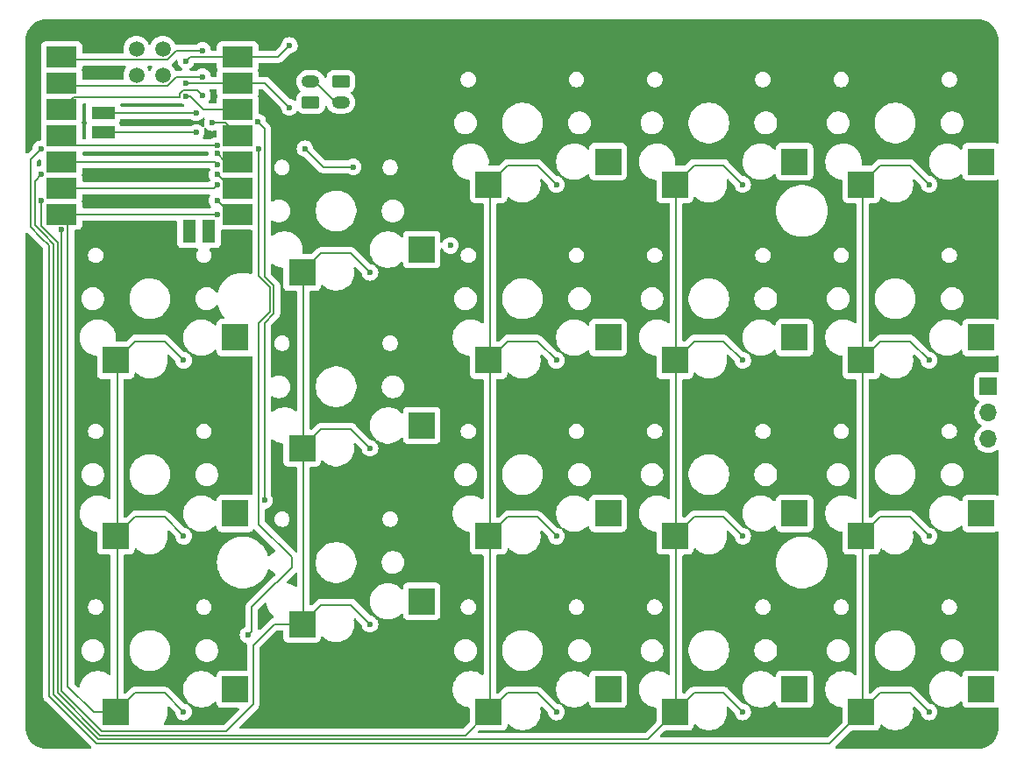
<source format=gbr>
%TF.GenerationSoftware,KiCad,Pcbnew,8.0.6*%
%TF.CreationDate,2025-02-12T16:48:57-05:00*%
%TF.ProjectId,PCB,5043422e-6b69-4636-9164-5f7063625858,rev?*%
%TF.SameCoordinates,Original*%
%TF.FileFunction,Copper,L1,Top*%
%TF.FilePolarity,Positive*%
%FSLAX46Y46*%
G04 Gerber Fmt 4.6, Leading zero omitted, Abs format (unit mm)*
G04 Created by KiCad (PCBNEW 8.0.6) date 2025-02-12 16:48:57*
%MOMM*%
%LPD*%
G01*
G04 APERTURE LIST*
G04 Aperture macros list*
%AMRoundRect*
0 Rectangle with rounded corners*
0 $1 Rounding radius*
0 $2 $3 $4 $5 $6 $7 $8 $9 X,Y pos of 4 corners*
0 Add a 4 corners polygon primitive as box body*
4,1,4,$2,$3,$4,$5,$6,$7,$8,$9,$2,$3,0*
0 Add four circle primitives for the rounded corners*
1,1,$1+$1,$2,$3*
1,1,$1+$1,$4,$5*
1,1,$1+$1,$6,$7*
1,1,$1+$1,$8,$9*
0 Add four rect primitives between the rounded corners*
20,1,$1+$1,$2,$3,$4,$5,0*
20,1,$1+$1,$4,$5,$6,$7,0*
20,1,$1+$1,$6,$7,$8,$9,0*
20,1,$1+$1,$8,$9,$2,$3,0*%
G04 Aperture macros list end*
%TA.AperFunction,ComponentPad*%
%ADD10R,1.700000X1.700000*%
%TD*%
%TA.AperFunction,ComponentPad*%
%ADD11O,1.700000X1.700000*%
%TD*%
%TA.AperFunction,SMDPad,CuDef*%
%ADD12R,2.600000X2.600000*%
%TD*%
%TA.AperFunction,SMDPad,CuDef*%
%ADD13R,3.000000X2.000000*%
%TD*%
%TA.AperFunction,SMDPad,CuDef*%
%ADD14C,1.500000*%
%TD*%
%TA.AperFunction,SMDPad,CuDef*%
%ADD15R,1.300000X2.300000*%
%TD*%
%TA.AperFunction,SMDPad,CuDef*%
%ADD16R,2.300000X1.300000*%
%TD*%
%TA.AperFunction,ComponentPad*%
%ADD17RoundRect,0.250000X-0.625000X0.350000X-0.625000X-0.350000X0.625000X-0.350000X0.625000X0.350000X0*%
%TD*%
%TA.AperFunction,ComponentPad*%
%ADD18O,1.750000X1.200000*%
%TD*%
%TA.AperFunction,ComponentPad*%
%ADD19RoundRect,0.250000X0.625000X-0.350000X0.625000X0.350000X-0.625000X0.350000X-0.625000X-0.350000X0*%
%TD*%
%TA.AperFunction,ViaPad*%
%ADD20C,0.600000*%
%TD*%
%TA.AperFunction,Conductor*%
%ADD21C,0.200000*%
%TD*%
G04 APERTURE END LIST*
D10*
%TO.P,J3,1,Pin_1*%
%TO.N,+5V*%
X117000000Y-59475000D03*
D11*
%TO.P,J3,2,Pin_2*%
%TO.N,unconnected-(J3-Pin_2-Pad2)*%
X117000000Y-62015000D03*
%TO.P,J3,3,Pin_3*%
%TO.N,GND*%
X117000000Y-64555000D03*
%TD*%
D12*
%TO.P,MX5,1,COL*%
%TO.N,/Col1*%
X50725000Y-65450000D03*
%TO.P,MX5,2,ROW*%
%TO.N,Net-(D5-A)*%
X62275000Y-63250000D03*
%TD*%
%TO.P,MX15,1,COL*%
%TO.N,/Col3*%
X86725000Y-90950000D03*
%TO.P,MX15,2,ROW*%
%TO.N,Net-(D15-A)*%
X98275000Y-88750000D03*
%TD*%
%TO.P,MX2,1,COL*%
%TO.N,/Col0*%
X32725000Y-73950000D03*
%TO.P,MX2,2,ROW*%
%TO.N,Net-(D2-A)*%
X44275000Y-71750000D03*
%TD*%
D13*
%TO.P,U2,1,P0.02_A0_D0*%
%TO.N,/Row0*%
X27500000Y-27592015D03*
%TO.P,U2,2,P0.03_A1_D1*%
%TO.N,/Row1*%
X27500000Y-30132015D03*
%TO.P,U2,3,P0.28_A2_D2*%
%TO.N,/Row2*%
X27500000Y-32672015D03*
%TO.P,U2,4,P0.29_A3_D3*%
%TO.N,/Row3*%
X27500000Y-35212015D03*
%TO.P,U2,5,P0.04_A4_D4_SDA*%
%TO.N,/temp1*%
X27500000Y-37752015D03*
%TO.P,U2,6,P0.05_A5_D5_SCL*%
%TO.N,/temp2*%
X27500000Y-40292015D03*
%TO.P,U2,7,P1.11_D6_TX*%
%TO.N,/Col0*%
X27500000Y-42832015D03*
%TO.P,U2,8,P1.12_D7_RX*%
%TO.N,/Col1*%
X44500000Y-42832015D03*
%TO.P,U2,9,P1.13_D8_SCK*%
%TO.N,/Col2*%
X44500000Y-40292015D03*
%TO.P,U2,10,P1.14_D9_MISO*%
%TO.N,/Col3*%
X44500000Y-37752015D03*
%TO.P,U2,11,P1.15_D10_MOSI*%
%TO.N,/Col4*%
X44500000Y-35212015D03*
%TO.P,U2,12,3V3*%
%TO.N,+3.3V*%
X44500000Y-32672015D03*
%TO.P,U2,13,GND*%
%TO.N,GND*%
X44500000Y-30132015D03*
%TO.P,U2,14,5V*%
%TO.N,+5V*%
X44500000Y-27592015D03*
D14*
%TO.P,U2,15,PA30_SWCLK*%
%TO.N,unconnected-(U2-PA30_SWCLK-Pad15)*%
X34730000Y-26822015D03*
%TO.P,U2,16,PA31_SWDIO*%
%TO.N,unconnected-(U2-PA31_SWDIO-Pad16)*%
X37270000Y-26822015D03*
%TO.P,U2,17,GND*%
%TO.N,unconnected-(U2-GND-Pad17)*%
X34730000Y-29362015D03*
%TO.P,U2,18,RESET*%
%TO.N,unconnected-(U2-RESET-Pad18)*%
X37270000Y-29362015D03*
D15*
%TO.P,U2,19,P0.09_NFC1*%
%TO.N,unconnected-(U2-P0.09_NFC1-Pad19)*%
X39800000Y-44462015D03*
%TO.P,U2,20,P0.10_NFC2*%
%TO.N,unconnected-(U2-P0.10_NFC2-Pad20)*%
X41700000Y-44462015D03*
D16*
%TO.P,U2,21,BAT-*%
%TO.N,/Bat-*%
X31500000Y-33012015D03*
%TO.P,U2,22,BAT+*%
%TO.N,/Bat+*%
X31500000Y-34912015D03*
%TD*%
D12*
%TO.P,MX10,1,COL*%
%TO.N,/Col2*%
X68725000Y-73950000D03*
%TO.P,MX10,2,ROW*%
%TO.N,Net-(D10-A)*%
X80275000Y-71750000D03*
%TD*%
%TO.P,MX8,1,COL*%
%TO.N,/Col2*%
X68725000Y-39950000D03*
%TO.P,MX8,2,ROW*%
%TO.N,Net-(D8-A)*%
X80275000Y-37750000D03*
%TD*%
D17*
%TO.P,J1,1,Pin_1*%
%TO.N,/Bat-*%
X54450000Y-30000000D03*
D18*
%TO.P,J1,2,Pin_2*%
%TO.N,/Bat+*%
X54450000Y-32000000D03*
%TD*%
D12*
%TO.P,MX13,1,COL*%
%TO.N,/Col3*%
X86725000Y-56950000D03*
%TO.P,MX13,2,ROW*%
%TO.N,Net-(D13-A)*%
X98275000Y-54750000D03*
%TD*%
%TO.P,MX1,1,COL*%
%TO.N,/Col0*%
X32725000Y-56950000D03*
%TO.P,MX1,2,ROW*%
%TO.N,Net-(D1-A)*%
X44275000Y-54750000D03*
%TD*%
%TO.P,MX6,1,COL*%
%TO.N,/Col1*%
X50725000Y-82450000D03*
%TO.P,MX6,2,ROW*%
%TO.N,Net-(D6-A)*%
X62275000Y-80250000D03*
%TD*%
%TO.P,MX18,1,COL*%
%TO.N,/Col4*%
X104725000Y-73950000D03*
%TO.P,MX18,2,ROW*%
%TO.N,Net-(D18-A)*%
X116275000Y-71750000D03*
%TD*%
%TO.P,MX14,1,COL*%
%TO.N,/Col3*%
X86725000Y-73950000D03*
%TO.P,MX14,2,ROW*%
%TO.N,Net-(D14-A)*%
X98275000Y-71750000D03*
%TD*%
%TO.P,MX9,1,COL*%
%TO.N,/Col2*%
X68725000Y-56950000D03*
%TO.P,MX9,2,ROW*%
%TO.N,Net-(D9-A)*%
X80275000Y-54750000D03*
%TD*%
%TO.P,MX11,1,COL*%
%TO.N,/Col2*%
X68725000Y-90950000D03*
%TO.P,MX11,2,ROW*%
%TO.N,Net-(D11-A)*%
X80275000Y-88750000D03*
%TD*%
%TO.P,MX16,1,COL*%
%TO.N,/Col4*%
X104725000Y-39950000D03*
%TO.P,MX16,2,ROW*%
%TO.N,Net-(D16-A)*%
X116275000Y-37750000D03*
%TD*%
%TO.P,MX3,1,COL*%
%TO.N,/Col0*%
X32725000Y-90950000D03*
%TO.P,MX3,2,ROW*%
%TO.N,Net-(D3-A)*%
X44275000Y-88750000D03*
%TD*%
%TO.P,MX12,1,COL*%
%TO.N,/Col3*%
X86725000Y-39950000D03*
%TO.P,MX12,2,ROW*%
%TO.N,Net-(D12-A)*%
X98275000Y-37750000D03*
%TD*%
%TO.P,MX4,1,COL*%
%TO.N,/Col1*%
X50725000Y-48450000D03*
%TO.P,MX4,2,ROW*%
%TO.N,Net-(D4-A)*%
X62275000Y-46250000D03*
%TD*%
%TO.P,MX17,1,COL*%
%TO.N,/Col4*%
X104725000Y-56950000D03*
%TO.P,MX17,2,ROW*%
%TO.N,Net-(D17-A)*%
X116275000Y-54750000D03*
%TD*%
%TO.P,MX19,1,COL*%
%TO.N,/Col4*%
X104725000Y-90950000D03*
%TO.P,MX19,2,ROW*%
%TO.N,Net-(D19-A)*%
X116275000Y-88750000D03*
%TD*%
D19*
%TO.P,J2,1,Pin_1*%
%TO.N,/Bat-*%
X51550000Y-32000000D03*
D18*
%TO.P,J2,2,Pin_2*%
%TO.N,/Bat+*%
X51550000Y-30000000D03*
%TD*%
D20*
%TO.N,Net-(D1-A)*%
X44275000Y-54750000D03*
%TO.N,/Row0*%
X41100000Y-26992015D03*
X55650000Y-38250000D03*
X51000000Y-36500000D03*
%TO.N,Net-(D2-A)*%
X44275000Y-71750000D03*
%TO.N,/Row1*%
X41100000Y-29532015D03*
X65050000Y-45850000D03*
%TO.N,Net-(D3-A)*%
X44275000Y-88750000D03*
%TO.N,/Row2*%
X46442272Y-33905246D03*
X47100000Y-70500000D03*
X41100000Y-31325735D03*
%TO.N,Net-(D4-A)*%
X62275000Y-46250000D03*
%TO.N,Net-(D5-A)*%
X62275000Y-63250000D03*
%TO.N,Net-(D6-A)*%
X62275000Y-80250000D03*
%TO.N,Net-(D8-A)*%
X79924998Y-37750000D03*
%TO.N,Net-(D9-A)*%
X79924998Y-54750000D03*
%TO.N,Net-(D10-A)*%
X79924998Y-71750000D03*
%TO.N,Net-(D11-A)*%
X79924998Y-88750000D03*
%TO.N,Net-(D12-A)*%
X97924998Y-37750000D03*
%TO.N,Net-(D13-A)*%
X97924998Y-54750000D03*
%TO.N,Net-(D14-A)*%
X97924998Y-71750000D03*
%TO.N,Net-(D15-A)*%
X97924998Y-88750000D03*
%TO.N,Net-(D16-A)*%
X116000000Y-37750000D03*
%TO.N,Net-(D17-A)*%
X116000000Y-54750000D03*
%TO.N,Net-(D18-A)*%
X116275000Y-71750000D03*
%TO.N,Net-(D19-A)*%
X116275000Y-88750000D03*
%TO.N,+5V*%
X49500000Y-26500000D03*
X39500000Y-28000000D03*
%TO.N,GND*%
X49500000Y-32500000D03*
X39500000Y-30200000D03*
%TO.N,/Bat-*%
X40500000Y-33012015D03*
%TO.N,/Bat+*%
X40500000Y-34912015D03*
%TO.N,/Col0*%
X39275000Y-73950000D03*
X39275000Y-90950000D03*
X42499998Y-42835045D03*
X39275000Y-56950000D03*
%TO.N,/Col1*%
X57275000Y-48450000D03*
X27500000Y-44332017D03*
X57275000Y-65450000D03*
X57275000Y-82450000D03*
X42500000Y-41500000D03*
%TO.N,/Col2*%
X75275000Y-56950000D03*
X42500000Y-39000000D03*
X25500000Y-41500000D03*
X75275000Y-90950000D03*
X75275000Y-73950000D03*
X75275000Y-39950000D03*
%TO.N,/Col3*%
X93275000Y-90950000D03*
X42500000Y-36959870D03*
X93275000Y-39950000D03*
X25500000Y-39000000D03*
X93275000Y-73950000D03*
X93275000Y-56950000D03*
%TO.N,/Col4*%
X111275000Y-56950000D03*
X111275000Y-90950000D03*
X25500000Y-36500000D03*
X111275000Y-73950000D03*
X42059135Y-33974595D03*
X111275000Y-39950000D03*
%TO.N,/Row3*%
X45500000Y-83500000D03*
X46500000Y-36500000D03*
X42500000Y-36159867D03*
%TO.N,/temp1*%
X42500000Y-38000000D03*
%TO.N,/temp2*%
X42500000Y-40000000D03*
%TO.N,+3.3V*%
X39500000Y-31400000D03*
%TD*%
D21*
%TO.N,/Row2*%
X48001681Y-52414005D02*
X48001681Y-49746171D01*
X48001681Y-49746171D02*
X47767366Y-49511857D01*
X47100000Y-70500000D02*
X47100000Y-53315686D01*
X47100000Y-53315686D02*
X48001681Y-52414005D01*
X47767366Y-49511857D02*
X47100000Y-48844491D01*
X47100000Y-48844491D02*
X47100000Y-34562974D01*
X47100000Y-34562974D02*
X46442272Y-33905246D01*
%TO.N,/Row3*%
X47601681Y-49911857D02*
X47601681Y-52248319D01*
X46500000Y-48810176D02*
X47601681Y-49911857D01*
X46500000Y-53350000D02*
X46500000Y-72801671D01*
X46500000Y-36500000D02*
X46500000Y-48810176D01*
X46500000Y-72801671D02*
X49700900Y-76002571D01*
X45875000Y-83125000D02*
X45500000Y-83500000D01*
X49700900Y-76002571D02*
X49700900Y-76997429D01*
X48298329Y-78400000D02*
X48233705Y-78400000D01*
X45875000Y-80758705D02*
X45875000Y-83125000D01*
X48233705Y-78400000D02*
X45875000Y-80758705D01*
X47601681Y-52248319D02*
X46500000Y-53350000D01*
X49700900Y-76997429D02*
X48298329Y-78400000D01*
%TO.N,/Row0*%
X38584925Y-26992015D02*
X37704925Y-27872015D01*
X51000000Y-36500000D02*
X52750000Y-38250000D01*
X37704925Y-27872015D02*
X27780000Y-27872015D01*
X27780000Y-27872015D02*
X27500000Y-27592015D01*
X41100000Y-26992015D02*
X38584925Y-26992015D01*
X52750000Y-38250000D02*
X55650000Y-38250000D01*
%TO.N,/Row1*%
X27780000Y-30412015D02*
X27500000Y-30132015D01*
X37704925Y-30412015D02*
X27780000Y-30412015D01*
X38584925Y-29532015D02*
X37704925Y-30412015D01*
X41100000Y-29532015D02*
X38584925Y-29532015D01*
%TO.N,/Row2*%
X41100000Y-31325735D02*
X40574265Y-30800000D01*
X28672015Y-31500000D02*
X27500000Y-32672015D01*
X39251471Y-30800000D02*
X38900000Y-31151471D01*
X40574265Y-30800000D02*
X39251471Y-30800000D01*
X38900000Y-31151471D02*
X38900000Y-31500000D01*
X38900000Y-31500000D02*
X28672015Y-31500000D01*
%TO.N,+5V*%
X39907985Y-27592015D02*
X44500000Y-27592015D01*
X48407985Y-27592015D02*
X44500000Y-27592015D01*
X49500000Y-26500000D02*
X49380000Y-26380000D01*
X49500000Y-26500000D02*
X48407985Y-27592015D01*
X39500000Y-28000000D02*
X39907985Y-27592015D01*
%TO.N,GND*%
X39500000Y-30200000D02*
X39567985Y-30132015D01*
X47132015Y-30132015D02*
X44500000Y-30132015D01*
X39567985Y-30132015D02*
X44500000Y-30132015D01*
X49500000Y-32500000D02*
X47132015Y-30132015D01*
%TO.N,/Bat-*%
X31500000Y-33012015D02*
X40500000Y-33012015D01*
%TO.N,/Bat+*%
X51875000Y-29875000D02*
X54000000Y-32000000D01*
X51750000Y-29875000D02*
X51875000Y-29875000D01*
X54000000Y-32000000D02*
X54450000Y-32000000D01*
X31500000Y-34912015D02*
X40500000Y-34912015D01*
%TO.N,/Col0*%
X37425000Y-72100000D02*
X39275000Y-73950000D01*
X32725000Y-73950000D02*
X32850000Y-74075000D01*
X42496968Y-42832015D02*
X27500000Y-42832015D01*
X32850000Y-57075000D02*
X32850000Y-73825000D01*
X32850000Y-74075000D02*
X32850000Y-90825000D01*
X42499998Y-42835045D02*
X42496968Y-42832015D01*
X32850000Y-90825000D02*
X32725000Y-90950000D01*
X32725000Y-56950000D02*
X32850000Y-57075000D01*
X32725000Y-90950000D02*
X30583705Y-90950000D01*
X32725000Y-90950000D02*
X34575000Y-89100000D01*
X28100000Y-43432015D02*
X27500000Y-42832015D01*
X32725000Y-56950000D02*
X34575000Y-55100000D01*
X34575000Y-89100000D02*
X37425000Y-89100000D01*
X28100000Y-88466295D02*
X28100000Y-43432015D01*
X30583705Y-90950000D02*
X28100000Y-88466295D01*
X37425000Y-89100000D02*
X39275000Y-90950000D01*
X34575000Y-72100000D02*
X37425000Y-72100000D01*
X32725000Y-73950000D02*
X34575000Y-72100000D01*
X37425000Y-55100000D02*
X39275000Y-56950000D01*
X34575000Y-55100000D02*
X37425000Y-55100000D01*
X32850000Y-73825000D02*
X32725000Y-73950000D01*
%TO.N,/Col1*%
X52575000Y-80600000D02*
X55425000Y-80600000D01*
X43425000Y-92800000D02*
X46000000Y-90225000D01*
X50850000Y-65325000D02*
X50850000Y-48575000D01*
X55425000Y-46600000D02*
X57275000Y-48450000D01*
X50725000Y-48450000D02*
X52575000Y-46600000D01*
X48050000Y-82450000D02*
X50725000Y-82450000D01*
X50725000Y-65450000D02*
X50850000Y-65325000D01*
X42500000Y-41500000D02*
X43832015Y-42832015D01*
X50850000Y-65575000D02*
X50725000Y-65450000D01*
X43425000Y-92800000D02*
X31375000Y-92800000D01*
X50725000Y-82450000D02*
X50850000Y-82325000D01*
X55425000Y-63600000D02*
X57275000Y-65450000D01*
X50725000Y-82450000D02*
X52575000Y-80600000D01*
X52575000Y-46600000D02*
X55425000Y-46600000D01*
X27500000Y-88925000D02*
X27500000Y-44332017D01*
X46000000Y-90225000D02*
X46000000Y-84500000D01*
X46000000Y-84500000D02*
X48050000Y-82450000D01*
X50725000Y-65450000D02*
X52575000Y-63600000D01*
X50850000Y-48575000D02*
X50725000Y-48450000D01*
X43832015Y-42832015D02*
X44500000Y-42832015D01*
X50850000Y-82325000D02*
X50850000Y-65575000D01*
X31375000Y-92800000D02*
X27500000Y-88925000D01*
X55425000Y-80600000D02*
X57275000Y-82450000D01*
X52575000Y-63600000D02*
X55425000Y-63600000D01*
%TO.N,/Col2*%
X43792015Y-40292015D02*
X44500000Y-40292015D01*
X68725000Y-73950000D02*
X70575000Y-72100000D01*
X68725000Y-56950000D02*
X70575000Y-55100000D01*
X25500000Y-43932015D02*
X25500000Y-41500000D01*
X68850000Y-73825000D02*
X68725000Y-73950000D01*
X68725000Y-56950000D02*
X68850000Y-57075000D01*
X27100000Y-89090686D02*
X27100000Y-86000000D01*
X42500000Y-39000000D02*
X43792015Y-40292015D01*
X27100000Y-45532015D02*
X25500000Y-43932015D01*
X73425000Y-38100000D02*
X75275000Y-39950000D01*
X70575000Y-38100000D02*
X73425000Y-38100000D01*
X73425000Y-89100000D02*
X75275000Y-90950000D01*
X68725000Y-39950000D02*
X68850000Y-40075000D01*
X68850000Y-90825000D02*
X68725000Y-90950000D01*
X68725000Y-73950000D02*
X68850000Y-74075000D01*
X68725000Y-90950000D02*
X66475000Y-93200000D01*
X68850000Y-57075000D02*
X68850000Y-73825000D01*
X68725000Y-90950000D02*
X70575000Y-89100000D01*
X68725000Y-39950000D02*
X70575000Y-38100000D01*
X73425000Y-72100000D02*
X75275000Y-73950000D01*
X70575000Y-89100000D02*
X73425000Y-89100000D01*
X68850000Y-56825000D02*
X68725000Y-56950000D01*
X27100000Y-86000000D02*
X27100000Y-45532015D01*
X66475000Y-93200000D02*
X31209314Y-93200000D01*
X70575000Y-72100000D02*
X73425000Y-72100000D01*
X68850000Y-74075000D02*
X68850000Y-90825000D01*
X70575000Y-55100000D02*
X73425000Y-55100000D01*
X31209314Y-93200000D02*
X27100000Y-89090686D01*
X68850000Y-40075000D02*
X68850000Y-56825000D01*
X73425000Y-55100000D02*
X75275000Y-56950000D01*
%TO.N,/Col3*%
X86850000Y-57075000D02*
X86725000Y-56950000D01*
X84075000Y-93600000D02*
X51500000Y-93600000D01*
X86725000Y-90950000D02*
X88575000Y-89100000D01*
X26700000Y-89256372D02*
X26700000Y-87000000D01*
X42500000Y-36959870D02*
X43292145Y-37752015D01*
X86725000Y-56950000D02*
X86850000Y-56825000D01*
X86850000Y-56825000D02*
X86850000Y-40075000D01*
X86725000Y-39950000D02*
X88575000Y-38100000D01*
X88575000Y-89100000D02*
X91425000Y-89100000D01*
X91425000Y-38100000D02*
X93275000Y-39950000D01*
X86725000Y-73950000D02*
X88575000Y-72100000D01*
X26700000Y-45697701D02*
X25751149Y-44748850D01*
X86725000Y-73950000D02*
X86850000Y-73825000D01*
X26700000Y-58500000D02*
X26700000Y-45697701D01*
X86850000Y-73825000D02*
X86850000Y-57075000D01*
X43292145Y-37752015D02*
X44500000Y-37752015D01*
X86850000Y-40075000D02*
X86725000Y-39950000D01*
X88575000Y-72100000D02*
X91425000Y-72100000D01*
X86725000Y-56950000D02*
X88575000Y-55100000D01*
X51500000Y-93600000D02*
X31043628Y-93600000D01*
X31043628Y-93600000D02*
X26700000Y-89256372D01*
X91425000Y-55100000D02*
X93275000Y-56950000D01*
X26700000Y-87000000D02*
X26700000Y-58500000D01*
X24900000Y-43897701D02*
X24900000Y-39600000D01*
X88575000Y-55100000D02*
X91425000Y-55100000D01*
X86725000Y-90950000D02*
X84075000Y-93600000D01*
X91425000Y-72100000D02*
X93275000Y-73950000D01*
X86850000Y-90825000D02*
X86850000Y-74075000D01*
X25751149Y-44748850D02*
X24900000Y-43897701D01*
X86850000Y-74075000D02*
X86725000Y-73950000D01*
X88575000Y-38100000D02*
X91425000Y-38100000D01*
X91425000Y-89100000D02*
X93275000Y-90950000D01*
X24900000Y-39600000D02*
X25500000Y-39000000D01*
X86725000Y-90950000D02*
X86850000Y-90825000D01*
%TO.N,/Col4*%
X104725000Y-90950000D02*
X106575000Y-89100000D01*
X104850000Y-40075000D02*
X104850000Y-56825000D01*
X30877942Y-94000000D02*
X26300000Y-89422058D01*
X26300000Y-89422058D02*
X26300000Y-85000000D01*
X42059135Y-33974595D02*
X43262580Y-33974595D01*
X104725000Y-39950000D02*
X104850000Y-40075000D01*
X106575000Y-38100000D02*
X109425000Y-38100000D01*
X109425000Y-72100000D02*
X111275000Y-73950000D01*
X104725000Y-73950000D02*
X106575000Y-72100000D01*
X106575000Y-72100000D02*
X109425000Y-72100000D01*
X104725000Y-56950000D02*
X104850000Y-57075000D01*
X109425000Y-89100000D02*
X111275000Y-90950000D01*
X104850000Y-56825000D02*
X104725000Y-56950000D01*
X106575000Y-55100000D02*
X109425000Y-55100000D01*
X43262580Y-33974595D02*
X44500000Y-35212015D01*
X104725000Y-90950000D02*
X101675000Y-94000000D01*
X104725000Y-56950000D02*
X106575000Y-55100000D01*
X106575000Y-89100000D02*
X109425000Y-89100000D01*
X24500000Y-44063387D02*
X24500000Y-37500000D01*
X104850000Y-73825000D02*
X104725000Y-73950000D01*
X26300000Y-45863387D02*
X25468306Y-45031694D01*
X26300000Y-85000000D02*
X26300000Y-45863387D01*
X25468306Y-45031693D02*
X24500000Y-44063387D01*
X101675000Y-94000000D02*
X30877942Y-94000000D01*
X104850000Y-57075000D02*
X104850000Y-73825000D01*
X25468306Y-45031694D02*
X25468306Y-45031693D01*
X104850000Y-90825000D02*
X104725000Y-90950000D01*
X109425000Y-55100000D02*
X111275000Y-56950000D01*
X104850000Y-74075000D02*
X104850000Y-90825000D01*
X24500000Y-37500000D02*
X25500000Y-36500000D01*
X104725000Y-39950000D02*
X106575000Y-38100000D01*
X109425000Y-38100000D02*
X111275000Y-39950000D01*
X104725000Y-73950000D02*
X104850000Y-74075000D01*
%TO.N,/Row3*%
X28447852Y-36159867D02*
X27500000Y-35212015D01*
X42500000Y-36159867D02*
X28447852Y-36159867D01*
%TO.N,/temp1*%
X42500000Y-38000000D02*
X42252015Y-37752015D01*
X42252015Y-37752015D02*
X27500000Y-37752015D01*
%TO.N,/temp2*%
X42500000Y-40000000D02*
X42207985Y-40292015D01*
X42207985Y-40292015D02*
X27500000Y-40292015D01*
%TO.N,+3.3V*%
X41172015Y-32672015D02*
X44500000Y-32672015D01*
X39900000Y-31400000D02*
X41172015Y-32672015D01*
X39500000Y-31400000D02*
X39900000Y-31400000D01*
%TD*%
%TA.AperFunction,NonConductor*%
G36*
X38616213Y-27912474D02*
G01*
X38672146Y-27954346D01*
X38696099Y-28014773D01*
X38714630Y-28179249D01*
X38714631Y-28179254D01*
X38774211Y-28349523D01*
X38806190Y-28400417D01*
X38870184Y-28502262D01*
X38997738Y-28629816D01*
X39057933Y-28667639D01*
X39113447Y-28702521D01*
X39159738Y-28754856D01*
X39170386Y-28823910D01*
X39142011Y-28887758D01*
X39083621Y-28926130D01*
X39047475Y-28931515D01*
X38671594Y-28931515D01*
X38671578Y-28931514D01*
X38663982Y-28931514D01*
X38528025Y-28931514D01*
X38460986Y-28911829D01*
X38415643Y-28859919D01*
X38415227Y-28859026D01*
X38357102Y-28734377D01*
X38357100Y-28734374D01*
X38357099Y-28734372D01*
X38231599Y-28555139D01*
X38205936Y-28529476D01*
X38138997Y-28462537D01*
X38105514Y-28401217D01*
X38110498Y-28331525D01*
X38138999Y-28287177D01*
X38161172Y-28265004D01*
X38185445Y-28240731D01*
X38185445Y-28240729D01*
X38195649Y-28230526D01*
X38195653Y-28230521D01*
X38485200Y-27940973D01*
X38546521Y-27907490D01*
X38616213Y-27912474D01*
G37*
%TD.AperFunction*%
%TA.AperFunction,NonConductor*%
G36*
X36195093Y-28492200D02*
G01*
X36240848Y-28545004D01*
X36250792Y-28614162D01*
X36229629Y-28667636D01*
X36209830Y-28695913D01*
X36182897Y-28734377D01*
X36112382Y-28885598D01*
X36066209Y-28938037D01*
X35999016Y-28957189D01*
X35932135Y-28936973D01*
X35887618Y-28885598D01*
X35817102Y-28734377D01*
X35794796Y-28702521D01*
X35770370Y-28667636D01*
X35748044Y-28601433D01*
X35765054Y-28533665D01*
X35816002Y-28485852D01*
X35871946Y-28472515D01*
X36128054Y-28472515D01*
X36195093Y-28492200D01*
G37*
%TD.AperFunction*%
%TA.AperFunction,NonConductor*%
G36*
X42442540Y-28212200D02*
G01*
X42488295Y-28265004D01*
X42499501Y-28316515D01*
X42499501Y-28639891D01*
X42505908Y-28699498D01*
X42550361Y-28818682D01*
X42555345Y-28888374D01*
X42550361Y-28905348D01*
X42505908Y-29024532D01*
X42502719Y-29054200D01*
X42499501Y-29084138D01*
X42499500Y-29084150D01*
X42499500Y-29407515D01*
X42479815Y-29474554D01*
X42427011Y-29520309D01*
X42375500Y-29531515D01*
X42016322Y-29531515D01*
X41949283Y-29511830D01*
X41903528Y-29459026D01*
X41893102Y-29421398D01*
X41885369Y-29352765D01*
X41885368Y-29352763D01*
X41885368Y-29352760D01*
X41825789Y-29182493D01*
X41729816Y-29029753D01*
X41602262Y-28902199D01*
X41533553Y-28859026D01*
X41449523Y-28806226D01*
X41279254Y-28746646D01*
X41279249Y-28746645D01*
X41100004Y-28726450D01*
X41099996Y-28726450D01*
X40920750Y-28746645D01*
X40920745Y-28746646D01*
X40750476Y-28806226D01*
X40597736Y-28902200D01*
X40594903Y-28904460D01*
X40592724Y-28905349D01*
X40591842Y-28905904D01*
X40591744Y-28905749D01*
X40530217Y-28930870D01*
X40517588Y-28931515D01*
X39952525Y-28931515D01*
X39885486Y-28911830D01*
X39839731Y-28859026D01*
X39829787Y-28789868D01*
X39858812Y-28726312D01*
X39886553Y-28702521D01*
X39901029Y-28693424D01*
X40002262Y-28629816D01*
X40129816Y-28502262D01*
X40225789Y-28349522D01*
X40251669Y-28275559D01*
X40292391Y-28218784D01*
X40357344Y-28193037D01*
X40368711Y-28192515D01*
X42375501Y-28192515D01*
X42442540Y-28212200D01*
G37*
%TD.AperFunction*%
%TA.AperFunction,NonConductor*%
G36*
X33655093Y-28492200D02*
G01*
X33700848Y-28545004D01*
X33710792Y-28614162D01*
X33689629Y-28667636D01*
X33669830Y-28695913D01*
X33642897Y-28734377D01*
X33550426Y-28932683D01*
X33550422Y-28932692D01*
X33493793Y-29144035D01*
X33493793Y-29144039D01*
X33474723Y-29362012D01*
X33474723Y-29362017D01*
X33493793Y-29579990D01*
X33493793Y-29579994D01*
X33514004Y-29655422D01*
X33512341Y-29725272D01*
X33473178Y-29783134D01*
X33408949Y-29810638D01*
X33394229Y-29811515D01*
X29624499Y-29811515D01*
X29557460Y-29791830D01*
X29511705Y-29739026D01*
X29500499Y-29687515D01*
X29500499Y-29084144D01*
X29500498Y-29084138D01*
X29500497Y-29084131D01*
X29494091Y-29024532D01*
X29477529Y-28980128D01*
X29468974Y-28957189D01*
X29449637Y-28905347D01*
X29444654Y-28835657D01*
X29449638Y-28818682D01*
X29454284Y-28806226D01*
X29494091Y-28699498D01*
X29500500Y-28639888D01*
X29500500Y-28596515D01*
X29520185Y-28529476D01*
X29572989Y-28483721D01*
X29624500Y-28472515D01*
X33588054Y-28472515D01*
X33655093Y-28492200D01*
G37*
%TD.AperFunction*%
%TA.AperFunction,NonConductor*%
G36*
X42442540Y-30752200D02*
G01*
X42488295Y-30805004D01*
X42499501Y-30856515D01*
X42499501Y-31179891D01*
X42505908Y-31239498D01*
X42550361Y-31358682D01*
X42555345Y-31428374D01*
X42550361Y-31445348D01*
X42505908Y-31564532D01*
X42499501Y-31624131D01*
X42499501Y-31624138D01*
X42499500Y-31624150D01*
X42499500Y-31947515D01*
X42479815Y-32014554D01*
X42427011Y-32060309D01*
X42375500Y-32071515D01*
X41785660Y-32071515D01*
X41718621Y-32051830D01*
X41672866Y-31999026D01*
X41662922Y-31929868D01*
X41691947Y-31866312D01*
X41697979Y-31859834D01*
X41698772Y-31859041D01*
X41729816Y-31827997D01*
X41825789Y-31675257D01*
X41885368Y-31504990D01*
X41885369Y-31504984D01*
X41905565Y-31325738D01*
X41905565Y-31325731D01*
X41885369Y-31146485D01*
X41885368Y-31146480D01*
X41825788Y-30976211D01*
X41792031Y-30922487D01*
X41773031Y-30855250D01*
X41793399Y-30788415D01*
X41846667Y-30743201D01*
X41897025Y-30732515D01*
X42375501Y-30732515D01*
X42442540Y-30752200D01*
G37*
%TD.AperFunction*%
%TA.AperFunction,NonConductor*%
G36*
X39088607Y-32091523D02*
G01*
X39116821Y-32104640D01*
X39150478Y-32125789D01*
X39150481Y-32125790D01*
X39278177Y-32170473D01*
X39334954Y-32211195D01*
X39360701Y-32276148D01*
X39347245Y-32344709D01*
X39298858Y-32395112D01*
X39237223Y-32411515D01*
X33272351Y-32411515D01*
X33205312Y-32391830D01*
X33159557Y-32339026D01*
X33149061Y-32300767D01*
X33144090Y-32254524D01*
X33143733Y-32253012D01*
X33143797Y-32251803D01*
X33143262Y-32246818D01*
X33144069Y-32246731D01*
X33147475Y-32183243D01*
X33188343Y-32126572D01*
X33253362Y-32100993D01*
X33264410Y-32100500D01*
X38979056Y-32100500D01*
X38979057Y-32100500D01*
X39018757Y-32089862D01*
X39088607Y-32091523D01*
G37*
%TD.AperFunction*%
%TA.AperFunction,NonConductor*%
G36*
X41249392Y-33497213D02*
G01*
X41305326Y-33539084D01*
X41329743Y-33604548D01*
X41323101Y-33654349D01*
X41273767Y-33795337D01*
X41273765Y-33795345D01*
X41253570Y-33974591D01*
X41253570Y-33974598D01*
X41273765Y-34153844D01*
X41273767Y-34153852D01*
X41309558Y-34256137D01*
X41313119Y-34325916D01*
X41278390Y-34386543D01*
X41216397Y-34418770D01*
X41146821Y-34412364D01*
X41104835Y-34384772D01*
X41002262Y-34282199D01*
X40849523Y-34186226D01*
X40679254Y-34126646D01*
X40679249Y-34126645D01*
X40500004Y-34106450D01*
X40499996Y-34106450D01*
X40320750Y-34126645D01*
X40320745Y-34126646D01*
X40150476Y-34186226D01*
X39997736Y-34282200D01*
X39994903Y-34284460D01*
X39992724Y-34285349D01*
X39991842Y-34285904D01*
X39991744Y-34285749D01*
X39930217Y-34310870D01*
X39917588Y-34311515D01*
X33272351Y-34311515D01*
X33205312Y-34291830D01*
X33159557Y-34239026D01*
X33149061Y-34200767D01*
X33148361Y-34194259D01*
X33144091Y-34154532D01*
X33093796Y-34019684D01*
X33093794Y-34019681D01*
X33090696Y-34011375D01*
X33092426Y-34010729D01*
X33079902Y-33953178D01*
X33091691Y-33913026D01*
X33090696Y-33912655D01*
X33093794Y-33904348D01*
X33093796Y-33904346D01*
X33144091Y-33769498D01*
X33149062Y-33723257D01*
X33175799Y-33658709D01*
X33233191Y-33618861D01*
X33272351Y-33612515D01*
X39917588Y-33612515D01*
X39984627Y-33632200D01*
X39994903Y-33639570D01*
X39997736Y-33641829D01*
X39997738Y-33641831D01*
X40106045Y-33709885D01*
X40131674Y-33725989D01*
X40150478Y-33737804D01*
X40269630Y-33779497D01*
X40320745Y-33797383D01*
X40320750Y-33797384D01*
X40499996Y-33817580D01*
X40500000Y-33817580D01*
X40500004Y-33817580D01*
X40679249Y-33797384D01*
X40679252Y-33797383D01*
X40679255Y-33797383D01*
X40849522Y-33737804D01*
X41002262Y-33641831D01*
X41118381Y-33525711D01*
X41179700Y-33492229D01*
X41249392Y-33497213D01*
G37*
%TD.AperFunction*%
%TA.AperFunction,NonConductor*%
G36*
X41412312Y-34474244D02*
G01*
X41454299Y-34501837D01*
X41556873Y-34604411D01*
X41709613Y-34700384D01*
X41802153Y-34732765D01*
X41879880Y-34759963D01*
X41879885Y-34759964D01*
X42059131Y-34780160D01*
X42059135Y-34780160D01*
X42059139Y-34780160D01*
X42238384Y-34759964D01*
X42238387Y-34759963D01*
X42238390Y-34759963D01*
X42238391Y-34759962D01*
X42238394Y-34759962D01*
X42316117Y-34732765D01*
X42334544Y-34726316D01*
X42404323Y-34722754D01*
X42464951Y-34757483D01*
X42497178Y-34819476D01*
X42499500Y-34843358D01*
X42499500Y-35243544D01*
X42479815Y-35310583D01*
X42427011Y-35356338D01*
X42389384Y-35366764D01*
X42320750Y-35374497D01*
X42150478Y-35434077D01*
X41997736Y-35530052D01*
X41994903Y-35532312D01*
X41992724Y-35533201D01*
X41991842Y-35533756D01*
X41991744Y-35533601D01*
X41930217Y-35558722D01*
X41917588Y-35559367D01*
X41263011Y-35559367D01*
X41195972Y-35539682D01*
X41150217Y-35486878D01*
X41140273Y-35417720D01*
X41158017Y-35369395D01*
X41159670Y-35366764D01*
X41225789Y-35261537D01*
X41285368Y-35091270D01*
X41285369Y-35091264D01*
X41305565Y-34912018D01*
X41305565Y-34912011D01*
X41285369Y-34732765D01*
X41285366Y-34732752D01*
X41249577Y-34630473D01*
X41246015Y-34560694D01*
X41280743Y-34500067D01*
X41342737Y-34467839D01*
X41412312Y-34474244D01*
G37*
%TD.AperFunction*%
%TA.AperFunction,NonConductor*%
G36*
X29802630Y-32120185D02*
G01*
X29848385Y-32172989D01*
X29858329Y-32242147D01*
X29856267Y-32253018D01*
X29855908Y-32254535D01*
X29849501Y-32314131D01*
X29849500Y-32314150D01*
X29849500Y-33709885D01*
X29849501Y-33709891D01*
X29855908Y-33769498D01*
X29909303Y-33912656D01*
X29907575Y-33913300D01*
X29920095Y-33970868D01*
X29908310Y-34011003D01*
X29909303Y-34011374D01*
X29855908Y-34154532D01*
X29850938Y-34200767D01*
X29849500Y-34214142D01*
X29849500Y-34870969D01*
X29849501Y-35435367D01*
X29829816Y-35502406D01*
X29777013Y-35548161D01*
X29725501Y-35559367D01*
X29624500Y-35559367D01*
X29557461Y-35539682D01*
X29511706Y-35486878D01*
X29500500Y-35435367D01*
X29500499Y-34164144D01*
X29500498Y-34164138D01*
X29500497Y-34164131D01*
X29494091Y-34104532D01*
X29487435Y-34086687D01*
X29449638Y-33985348D01*
X29444654Y-33915657D01*
X29449638Y-33898682D01*
X29454103Y-33886711D01*
X29494091Y-33779498D01*
X29500500Y-33719888D01*
X29500499Y-32224499D01*
X29520184Y-32157461D01*
X29572987Y-32111706D01*
X29624499Y-32100500D01*
X29735591Y-32100500D01*
X29802630Y-32120185D01*
G37*
%TD.AperFunction*%
%TA.AperFunction,NonConductor*%
G36*
X41645196Y-36780052D02*
G01*
X41690951Y-36832856D01*
X41701377Y-36898250D01*
X41694435Y-36959865D01*
X41694435Y-36959873D01*
X41700492Y-37013632D01*
X41688437Y-37082454D01*
X41641088Y-37133833D01*
X41577272Y-37151515D01*
X29624499Y-37151515D01*
X29557460Y-37131830D01*
X29511705Y-37079026D01*
X29500499Y-37027515D01*
X29500499Y-36884367D01*
X29520184Y-36817328D01*
X29572988Y-36771573D01*
X29624499Y-36760367D01*
X41578157Y-36760367D01*
X41645196Y-36780052D01*
G37*
%TD.AperFunction*%
%TA.AperFunction,NonConductor*%
G36*
X25418834Y-37532915D02*
G01*
X25474767Y-37574787D01*
X25499184Y-37640251D01*
X25499500Y-37649097D01*
X25499500Y-38083677D01*
X25479815Y-38150716D01*
X25427011Y-38196471D01*
X25389384Y-38206897D01*
X25320749Y-38214630D01*
X25265453Y-38233979D01*
X25195674Y-38237540D01*
X25135047Y-38202810D01*
X25102821Y-38140817D01*
X25100500Y-38116937D01*
X25100500Y-37800097D01*
X25120185Y-37733058D01*
X25136819Y-37712416D01*
X25287819Y-37561416D01*
X25349142Y-37527931D01*
X25418834Y-37532915D01*
G37*
%TD.AperFunction*%
%TA.AperFunction,NonConductor*%
G36*
X41774599Y-38372200D02*
G01*
X41812553Y-38410542D01*
X41827311Y-38434030D01*
X41846309Y-38501267D01*
X41827310Y-38565970D01*
X41774208Y-38650482D01*
X41714633Y-38820737D01*
X41714630Y-38820750D01*
X41694435Y-38999996D01*
X41694435Y-39000003D01*
X41714630Y-39179249D01*
X41714633Y-39179262D01*
X41774209Y-39349520D01*
X41827309Y-39434029D01*
X41846309Y-39501266D01*
X41827309Y-39565971D01*
X41784887Y-39633486D01*
X41732553Y-39679778D01*
X41679893Y-39691515D01*
X29624499Y-39691515D01*
X29557460Y-39671830D01*
X29511705Y-39619026D01*
X29500499Y-39567515D01*
X29500499Y-39244144D01*
X29500498Y-39244138D01*
X29494091Y-39184531D01*
X29449638Y-39065348D01*
X29444654Y-38995657D01*
X29449638Y-38978682D01*
X29494091Y-38859498D01*
X29500500Y-38799888D01*
X29500500Y-38476515D01*
X29520185Y-38409476D01*
X29572989Y-38363721D01*
X29624500Y-38352515D01*
X41707560Y-38352515D01*
X41774599Y-38372200D01*
G37*
%TD.AperFunction*%
%TA.AperFunction,NonConductor*%
G36*
X41778978Y-40912200D02*
G01*
X41824733Y-40965004D01*
X41834677Y-41034162D01*
X41816932Y-41082488D01*
X41774211Y-41150475D01*
X41714631Y-41320745D01*
X41714630Y-41320750D01*
X41694435Y-41499996D01*
X41694435Y-41500003D01*
X41714630Y-41679249D01*
X41714631Y-41679254D01*
X41774211Y-41849523D01*
X41870184Y-42002262D01*
X41887756Y-42019834D01*
X41921241Y-42081157D01*
X41916257Y-42150849D01*
X41874385Y-42206782D01*
X41808921Y-42231199D01*
X41800075Y-42231515D01*
X29624499Y-42231515D01*
X29557460Y-42211830D01*
X29511705Y-42159026D01*
X29500499Y-42107515D01*
X29500499Y-41784144D01*
X29500498Y-41784138D01*
X29500320Y-41782486D01*
X29494091Y-41724532D01*
X29485127Y-41700499D01*
X29449638Y-41605348D01*
X29444654Y-41535657D01*
X29449638Y-41518682D01*
X29456606Y-41500000D01*
X29494091Y-41399498D01*
X29500500Y-41339888D01*
X29500500Y-41016515D01*
X29520185Y-40949476D01*
X29572989Y-40903721D01*
X29624500Y-40892515D01*
X41711939Y-40892515D01*
X41778978Y-40912200D01*
G37*
%TD.AperFunction*%
%TA.AperFunction,NonConductor*%
G36*
X47899984Y-47612385D02*
G01*
X47940824Y-47643722D01*
X48025382Y-47708607D01*
X48025385Y-47708608D01*
X48025388Y-47708611D01*
X48224112Y-47823344D01*
X48224117Y-47823346D01*
X48224123Y-47823349D01*
X48312899Y-47860121D01*
X48436113Y-47911158D01*
X48657762Y-47970548D01*
X48816686Y-47991471D01*
X48880582Y-48019738D01*
X48919053Y-48078062D01*
X48924500Y-48114410D01*
X48924500Y-49797870D01*
X48924501Y-49797876D01*
X48930908Y-49857483D01*
X48981202Y-49992328D01*
X48981206Y-49992335D01*
X49067452Y-50107544D01*
X49067455Y-50107547D01*
X49182664Y-50193793D01*
X49182671Y-50193797D01*
X49317517Y-50244091D01*
X49317516Y-50244091D01*
X49324444Y-50244835D01*
X49377127Y-50250500D01*
X50125500Y-50250499D01*
X50192539Y-50270183D01*
X50238294Y-50322987D01*
X50249500Y-50374499D01*
X50249500Y-61750871D01*
X50229815Y-61817910D01*
X50177011Y-61863665D01*
X50107853Y-61873609D01*
X50050014Y-61849247D01*
X49974612Y-61791389D01*
X49775888Y-61676656D01*
X49775876Y-61676650D01*
X49563887Y-61588842D01*
X49342238Y-61529452D01*
X49304215Y-61524446D01*
X49114741Y-61499500D01*
X49114734Y-61499500D01*
X48885266Y-61499500D01*
X48885258Y-61499500D01*
X48668715Y-61528009D01*
X48657762Y-61529452D01*
X48576093Y-61551335D01*
X48436112Y-61588842D01*
X48224123Y-61676650D01*
X48224109Y-61676657D01*
X48025382Y-61791392D01*
X47899987Y-61887613D01*
X47834818Y-61912808D01*
X47766373Y-61898770D01*
X47716383Y-61849956D01*
X47700500Y-61789238D01*
X47700500Y-60523898D01*
X47720185Y-60456859D01*
X47772989Y-60411104D01*
X47842147Y-60401160D01*
X47897386Y-60423581D01*
X47922740Y-60442002D01*
X47996972Y-60479825D01*
X48077208Y-60520708D01*
X48077211Y-60520709D01*
X48159648Y-60547494D01*
X48242088Y-60574280D01*
X48321391Y-60586840D01*
X48413313Y-60601400D01*
X48413318Y-60601400D01*
X48586687Y-60601400D01*
X48669695Y-60588252D01*
X48757912Y-60574280D01*
X48922791Y-60520708D01*
X49077260Y-60442002D01*
X49217514Y-60340101D01*
X49340101Y-60217514D01*
X49442002Y-60077260D01*
X49520708Y-59922791D01*
X49574280Y-59757912D01*
X49588252Y-59669695D01*
X49601400Y-59586687D01*
X49601400Y-59413312D01*
X49585622Y-59313702D01*
X49574280Y-59242088D01*
X49520708Y-59077209D01*
X49520708Y-59077208D01*
X49442001Y-58922739D01*
X49340101Y-58782486D01*
X49217514Y-58659899D01*
X49077260Y-58557998D01*
X49009258Y-58523349D01*
X48922791Y-58479291D01*
X48922788Y-58479290D01*
X48757913Y-58425720D01*
X48586687Y-58398600D01*
X48586682Y-58398600D01*
X48413318Y-58398600D01*
X48413313Y-58398600D01*
X48242086Y-58425720D01*
X48077211Y-58479290D01*
X48077208Y-58479291D01*
X47922739Y-58557998D01*
X47897386Y-58576419D01*
X47831580Y-58599899D01*
X47763526Y-58584074D01*
X47714831Y-58533968D01*
X47700500Y-58476101D01*
X47700500Y-55226540D01*
X48034200Y-55226540D01*
X48034200Y-55373459D01*
X48062858Y-55517534D01*
X48062861Y-55517544D01*
X48119078Y-55653266D01*
X48119083Y-55653275D01*
X48200698Y-55775419D01*
X48200701Y-55775423D01*
X48304576Y-55879298D01*
X48304580Y-55879301D01*
X48426724Y-55960916D01*
X48426733Y-55960921D01*
X48451800Y-55971304D01*
X48562458Y-56017140D01*
X48685405Y-56041595D01*
X48706540Y-56045799D01*
X48706544Y-56045800D01*
X48706545Y-56045800D01*
X48853456Y-56045800D01*
X48853457Y-56045799D01*
X48997542Y-56017140D01*
X49133269Y-55960920D01*
X49255420Y-55879301D01*
X49359301Y-55775420D01*
X49440920Y-55653269D01*
X49497140Y-55517542D01*
X49525800Y-55373455D01*
X49525800Y-55226545D01*
X49497140Y-55082458D01*
X49440920Y-54946731D01*
X49440919Y-54946730D01*
X49440916Y-54946724D01*
X49359301Y-54824580D01*
X49359298Y-54824576D01*
X49255423Y-54720701D01*
X49255419Y-54720698D01*
X49133275Y-54639083D01*
X49133266Y-54639078D01*
X48997544Y-54582861D01*
X48997545Y-54582861D01*
X48997542Y-54582860D01*
X48997538Y-54582859D01*
X48997534Y-54582858D01*
X48853459Y-54554200D01*
X48853455Y-54554200D01*
X48706545Y-54554200D01*
X48706540Y-54554200D01*
X48562465Y-54582858D01*
X48562455Y-54582861D01*
X48426733Y-54639078D01*
X48426724Y-54639083D01*
X48304580Y-54720698D01*
X48304576Y-54720701D01*
X48200701Y-54824576D01*
X48200698Y-54824580D01*
X48119083Y-54946724D01*
X48119078Y-54946733D01*
X48062861Y-55082455D01*
X48062858Y-55082465D01*
X48034200Y-55226540D01*
X47700500Y-55226540D01*
X47700500Y-53615782D01*
X47720185Y-53548743D01*
X47736815Y-53528105D01*
X48360187Y-52904732D01*
X48360192Y-52904729D01*
X48370395Y-52894525D01*
X48370397Y-52894525D01*
X48482201Y-52782721D01*
X48561258Y-52645789D01*
X48591215Y-52533986D01*
X48602181Y-52493063D01*
X48602181Y-52334948D01*
X48602181Y-49835229D01*
X48602182Y-49835216D01*
X48602182Y-49667112D01*
X48572222Y-49555308D01*
X48572221Y-49555303D01*
X48564727Y-49527334D01*
X48561258Y-49514387D01*
X48561257Y-49514386D01*
X48561257Y-49514384D01*
X48482205Y-49377461D01*
X48482199Y-49377453D01*
X48363332Y-49258586D01*
X48363325Y-49258580D01*
X48136081Y-49031337D01*
X47736819Y-48632075D01*
X47703334Y-48570752D01*
X47700500Y-48544394D01*
X47700500Y-47710761D01*
X47720185Y-47643722D01*
X47772989Y-47597967D01*
X47842147Y-47588023D01*
X47899984Y-47612385D01*
G37*
%TD.AperFunction*%
%TA.AperFunction,NonConductor*%
G36*
X47899984Y-64612385D02*
G01*
X47940824Y-64643722D01*
X48025382Y-64708607D01*
X48025385Y-64708608D01*
X48025388Y-64708611D01*
X48224112Y-64823344D01*
X48224117Y-64823346D01*
X48224123Y-64823349D01*
X48312899Y-64860121D01*
X48436113Y-64911158D01*
X48657762Y-64970548D01*
X48816686Y-64991471D01*
X48880582Y-65019738D01*
X48919053Y-65078062D01*
X48924500Y-65114410D01*
X48924500Y-66797870D01*
X48924501Y-66797876D01*
X48930908Y-66857483D01*
X48981202Y-66992328D01*
X48981206Y-66992335D01*
X49067452Y-67107544D01*
X49067455Y-67107547D01*
X49182664Y-67193793D01*
X49182671Y-67193797D01*
X49317517Y-67244091D01*
X49317516Y-67244091D01*
X49324444Y-67244835D01*
X49377127Y-67250500D01*
X50125500Y-67250499D01*
X50192539Y-67270183D01*
X50238294Y-67322987D01*
X50249500Y-67374499D01*
X50249500Y-75402574D01*
X50229815Y-75469613D01*
X50177011Y-75515368D01*
X50107853Y-75525312D01*
X50044297Y-75496287D01*
X50037819Y-75490255D01*
X47136819Y-72589255D01*
X47103334Y-72527932D01*
X47100500Y-72501574D01*
X47100500Y-72226540D01*
X48034200Y-72226540D01*
X48034200Y-72373459D01*
X48062858Y-72517534D01*
X48062861Y-72517544D01*
X48119078Y-72653266D01*
X48119083Y-72653275D01*
X48200698Y-72775419D01*
X48200701Y-72775423D01*
X48304576Y-72879298D01*
X48304580Y-72879301D01*
X48426724Y-72960916D01*
X48426733Y-72960921D01*
X48451800Y-72971304D01*
X48562458Y-73017140D01*
X48685405Y-73041595D01*
X48706540Y-73045799D01*
X48706544Y-73045800D01*
X48706545Y-73045800D01*
X48853456Y-73045800D01*
X48853457Y-73045799D01*
X48997542Y-73017140D01*
X49133269Y-72960920D01*
X49255420Y-72879301D01*
X49359301Y-72775420D01*
X49440920Y-72653269D01*
X49497140Y-72517542D01*
X49525800Y-72373455D01*
X49525800Y-72226545D01*
X49497140Y-72082458D01*
X49440920Y-71946731D01*
X49440919Y-71946730D01*
X49440916Y-71946724D01*
X49359301Y-71824580D01*
X49359298Y-71824576D01*
X49255423Y-71720701D01*
X49255419Y-71720698D01*
X49133275Y-71639083D01*
X49133266Y-71639078D01*
X48997544Y-71582861D01*
X48997545Y-71582861D01*
X48997542Y-71582860D01*
X48997538Y-71582859D01*
X48997534Y-71582858D01*
X48853459Y-71554200D01*
X48853455Y-71554200D01*
X48706545Y-71554200D01*
X48706540Y-71554200D01*
X48562465Y-71582858D01*
X48562455Y-71582861D01*
X48426733Y-71639078D01*
X48426724Y-71639083D01*
X48304580Y-71720698D01*
X48304576Y-71720701D01*
X48200701Y-71824576D01*
X48200698Y-71824580D01*
X48119083Y-71946724D01*
X48119078Y-71946733D01*
X48062861Y-72082455D01*
X48062858Y-72082465D01*
X48034200Y-72226540D01*
X47100500Y-72226540D01*
X47100500Y-71416321D01*
X47120185Y-71349282D01*
X47172989Y-71303527D01*
X47210612Y-71293101D01*
X47279255Y-71285368D01*
X47449522Y-71225789D01*
X47602262Y-71129816D01*
X47729816Y-71002262D01*
X47825789Y-70849522D01*
X47885368Y-70679255D01*
X47885369Y-70679249D01*
X47905565Y-70500003D01*
X47905565Y-70499996D01*
X47885369Y-70320750D01*
X47885368Y-70320745D01*
X47860918Y-70250871D01*
X47825789Y-70150478D01*
X47729816Y-69997738D01*
X47729814Y-69997736D01*
X47729813Y-69997734D01*
X47727550Y-69994896D01*
X47726659Y-69992715D01*
X47726111Y-69991842D01*
X47726264Y-69991745D01*
X47701144Y-69930209D01*
X47700500Y-69917587D01*
X47700500Y-64710761D01*
X47720185Y-64643722D01*
X47772989Y-64597967D01*
X47842147Y-64588023D01*
X47899984Y-64612385D01*
G37*
%TD.AperFunction*%
%TA.AperFunction,NonConductor*%
G36*
X50168834Y-77481243D02*
G01*
X50224767Y-77523115D01*
X50249184Y-77588579D01*
X50249500Y-77597425D01*
X50249500Y-78750871D01*
X50229815Y-78817910D01*
X50177011Y-78863665D01*
X50107853Y-78873609D01*
X50050014Y-78849247D01*
X49974612Y-78791389D01*
X49932364Y-78766997D01*
X49775890Y-78676657D01*
X49775876Y-78676650D01*
X49563887Y-78588842D01*
X49342238Y-78529452D01*
X49336856Y-78528743D01*
X49305113Y-78524564D01*
X49241216Y-78496296D01*
X49202746Y-78437971D01*
X49201916Y-78368106D01*
X49233617Y-78313945D01*
X50037819Y-77509743D01*
X50099142Y-77476259D01*
X50168834Y-77481243D01*
G37*
%TD.AperFunction*%
%TA.AperFunction,NonConductor*%
G36*
X47187440Y-80398012D02*
G01*
X47243374Y-80439883D01*
X47267046Y-80498008D01*
X47279452Y-80592238D01*
X47279453Y-80592240D01*
X47338842Y-80813887D01*
X47426650Y-81025876D01*
X47426656Y-81025888D01*
X47500197Y-81153266D01*
X47541392Y-81224617D01*
X47681081Y-81406661D01*
X47681089Y-81406670D01*
X47843329Y-81568910D01*
X47843333Y-81568913D01*
X47843339Y-81568919D01*
X47947901Y-81649152D01*
X47989101Y-81705578D01*
X47993256Y-81775324D01*
X47959043Y-81836245D01*
X47904507Y-81867300D01*
X47818215Y-81890422D01*
X47681281Y-81969482D01*
X46687181Y-82963583D01*
X46625858Y-82997068D01*
X46556166Y-82992084D01*
X46500233Y-82950212D01*
X46475816Y-82884748D01*
X46475500Y-82875902D01*
X46475500Y-81058802D01*
X46495185Y-80991763D01*
X46511819Y-80971121D01*
X46756400Y-80726540D01*
X47056428Y-80426511D01*
X47117749Y-80393028D01*
X47187440Y-80398012D01*
G37*
%TD.AperFunction*%
%TA.AperFunction,NonConductor*%
G36*
X38592539Y-43452200D02*
G01*
X38638294Y-43505004D01*
X38649500Y-43556515D01*
X38649500Y-45659885D01*
X38649501Y-45659891D01*
X38655908Y-45719498D01*
X38706202Y-45854343D01*
X38706206Y-45854350D01*
X38792452Y-45969559D01*
X38792455Y-45969562D01*
X38907664Y-46055808D01*
X38907671Y-46055812D01*
X39042517Y-46106106D01*
X39042516Y-46106106D01*
X39045549Y-46106432D01*
X39102127Y-46112515D01*
X40497872Y-46112514D01*
X40546036Y-46107336D01*
X40614794Y-46119742D01*
X40665931Y-46167353D01*
X40683210Y-46235052D01*
X40661145Y-46301346D01*
X40646974Y-46318303D01*
X40640703Y-46324573D01*
X40640698Y-46324580D01*
X40559083Y-46446724D01*
X40559078Y-46446733D01*
X40502861Y-46582455D01*
X40502858Y-46582465D01*
X40474200Y-46726540D01*
X40474200Y-46873459D01*
X40502858Y-47017534D01*
X40502861Y-47017544D01*
X40559078Y-47153266D01*
X40559083Y-47153275D01*
X40640698Y-47275419D01*
X40640701Y-47275423D01*
X40744576Y-47379298D01*
X40744580Y-47379301D01*
X40866724Y-47460916D01*
X40866733Y-47460921D01*
X40891800Y-47471304D01*
X41002458Y-47517140D01*
X41125405Y-47541595D01*
X41146540Y-47545799D01*
X41146544Y-47545800D01*
X41146545Y-47545800D01*
X41293456Y-47545800D01*
X41293457Y-47545799D01*
X41437542Y-47517140D01*
X41573269Y-47460920D01*
X41695420Y-47379301D01*
X41799301Y-47275420D01*
X41880920Y-47153269D01*
X41937140Y-47017542D01*
X41965800Y-46873455D01*
X41965800Y-46726545D01*
X41937140Y-46582458D01*
X41880920Y-46446731D01*
X41880919Y-46446730D01*
X41880916Y-46446724D01*
X41799301Y-46324580D01*
X41799298Y-46324576D01*
X41798917Y-46324195D01*
X41798781Y-46323946D01*
X41795436Y-46319870D01*
X41796208Y-46319235D01*
X41765432Y-46262872D01*
X41770416Y-46193180D01*
X41812288Y-46137247D01*
X41877752Y-46112830D01*
X41886598Y-46112514D01*
X42397871Y-46112514D01*
X42397872Y-46112514D01*
X42457483Y-46106106D01*
X42592331Y-46055811D01*
X42707546Y-45969561D01*
X42793796Y-45854346D01*
X42844091Y-45719498D01*
X42850500Y-45659888D01*
X42850499Y-44456513D01*
X42870184Y-44389475D01*
X42922987Y-44343720D01*
X42974494Y-44332514D01*
X45775500Y-44332514D01*
X45842539Y-44352199D01*
X45888294Y-44405003D01*
X45899500Y-44456514D01*
X45899500Y-48489486D01*
X45879815Y-48556525D01*
X45827011Y-48602280D01*
X45757853Y-48612224D01*
X45744663Y-48609590D01*
X45469476Y-48538934D01*
X45469463Y-48538932D01*
X45157329Y-48499500D01*
X45157318Y-48499500D01*
X44842682Y-48499500D01*
X44842670Y-48499500D01*
X44530536Y-48538932D01*
X44530523Y-48538934D01*
X44225774Y-48617180D01*
X44225771Y-48617181D01*
X43933242Y-48733001D01*
X43933241Y-48733002D01*
X43657516Y-48884584D01*
X43657504Y-48884591D01*
X43402978Y-49069515D01*
X43402968Y-49069523D01*
X43173608Y-49284907D01*
X43173606Y-49284909D01*
X42973054Y-49527334D01*
X42973051Y-49527338D01*
X42804464Y-49792990D01*
X42804461Y-49792996D01*
X42670499Y-50077678D01*
X42597621Y-50301972D01*
X42558183Y-50359647D01*
X42493824Y-50386845D01*
X42424978Y-50374930D01*
X42379372Y-50336538D01*
X42340103Y-50282489D01*
X42340098Y-50282483D01*
X42217516Y-50159901D01*
X42217514Y-50159899D01*
X42077260Y-50057998D01*
X42009258Y-50023349D01*
X41922791Y-49979291D01*
X41922788Y-49979290D01*
X41757913Y-49925720D01*
X41586687Y-49898600D01*
X41586682Y-49898600D01*
X41413318Y-49898600D01*
X41413313Y-49898600D01*
X41242086Y-49925720D01*
X41077211Y-49979290D01*
X41077208Y-49979291D01*
X40922739Y-50057998D01*
X40854546Y-50107544D01*
X40782486Y-50159899D01*
X40782484Y-50159901D01*
X40782483Y-50159901D01*
X40659901Y-50282483D01*
X40659901Y-50282484D01*
X40659899Y-50282486D01*
X40630473Y-50322987D01*
X40557998Y-50422739D01*
X40479291Y-50577208D01*
X40479290Y-50577211D01*
X40425720Y-50742086D01*
X40398600Y-50913312D01*
X40398600Y-51086687D01*
X40425720Y-51257913D01*
X40479290Y-51422788D01*
X40479291Y-51422791D01*
X40557998Y-51577260D01*
X40659899Y-51717514D01*
X40782486Y-51840101D01*
X40922740Y-51942002D01*
X40998502Y-51980604D01*
X41077208Y-52020708D01*
X41077211Y-52020709D01*
X41159648Y-52047494D01*
X41242088Y-52074280D01*
X41321391Y-52086840D01*
X41413313Y-52101400D01*
X41413318Y-52101400D01*
X41586687Y-52101400D01*
X41669695Y-52088252D01*
X41757912Y-52074280D01*
X41922791Y-52020708D01*
X42077260Y-51942002D01*
X42217514Y-51840101D01*
X42340101Y-51717514D01*
X42379373Y-51663459D01*
X42434701Y-51620795D01*
X42504314Y-51614816D01*
X42566109Y-51647421D01*
X42597621Y-51698028D01*
X42670497Y-51922316D01*
X42670499Y-51922321D01*
X42804461Y-52207003D01*
X42804464Y-52207009D01*
X42973051Y-52472661D01*
X42973054Y-52472665D01*
X43173606Y-52715090D01*
X43173608Y-52715092D01*
X43194923Y-52735108D01*
X43230317Y-52795349D01*
X43227525Y-52865163D01*
X43187431Y-52922384D01*
X43122766Y-52948845D01*
X43110040Y-52949500D01*
X42927130Y-52949500D01*
X42927123Y-52949501D01*
X42867516Y-52955908D01*
X42732671Y-53006202D01*
X42732664Y-53006206D01*
X42617455Y-53092452D01*
X42617452Y-53092455D01*
X42531206Y-53207664D01*
X42531202Y-53207671D01*
X42480908Y-53342517D01*
X42480185Y-53349247D01*
X42474501Y-53402123D01*
X42474500Y-53402135D01*
X42474500Y-53449557D01*
X42454815Y-53516596D01*
X42402011Y-53562351D01*
X42332853Y-53572295D01*
X42269297Y-53543270D01*
X42262819Y-53537238D01*
X42156670Y-53431089D01*
X42156661Y-53431081D01*
X41974617Y-53291392D01*
X41775890Y-53176657D01*
X41775876Y-53176650D01*
X41563887Y-53088842D01*
X41342238Y-53029452D01*
X41304215Y-53024446D01*
X41114741Y-52999500D01*
X41114734Y-52999500D01*
X40885266Y-52999500D01*
X40885258Y-52999500D01*
X40668715Y-53028009D01*
X40657762Y-53029452D01*
X40564076Y-53054554D01*
X40436112Y-53088842D01*
X40224123Y-53176650D01*
X40224109Y-53176657D01*
X40025382Y-53291392D01*
X39843338Y-53431081D01*
X39681081Y-53593338D01*
X39541392Y-53775382D01*
X39426657Y-53974109D01*
X39426650Y-53974123D01*
X39338842Y-54186112D01*
X39279453Y-54407759D01*
X39279451Y-54407770D01*
X39249500Y-54635258D01*
X39249500Y-54864741D01*
X39274446Y-55054215D01*
X39279452Y-55092238D01*
X39279453Y-55092240D01*
X39338842Y-55313887D01*
X39426650Y-55525876D01*
X39426656Y-55525888D01*
X39500197Y-55653266D01*
X39541392Y-55724617D01*
X39681081Y-55906661D01*
X39681089Y-55906670D01*
X39843330Y-56068911D01*
X39843338Y-56068918D01*
X39847155Y-56071847D01*
X39888358Y-56128275D01*
X39889718Y-56151111D01*
X39896034Y-56148756D01*
X39964307Y-56163608D01*
X39980367Y-56174065D01*
X40025382Y-56208607D01*
X40025385Y-56208608D01*
X40025388Y-56208611D01*
X40224112Y-56323344D01*
X40224117Y-56323346D01*
X40224123Y-56323349D01*
X40312899Y-56360121D01*
X40436113Y-56411158D01*
X40657762Y-56470548D01*
X40885266Y-56500500D01*
X40885273Y-56500500D01*
X41114727Y-56500500D01*
X41114734Y-56500500D01*
X41342238Y-56470548D01*
X41563887Y-56411158D01*
X41775888Y-56323344D01*
X41974612Y-56208611D01*
X42156661Y-56068919D01*
X42262820Y-55962759D01*
X42324141Y-55929276D01*
X42393833Y-55934260D01*
X42449767Y-55976131D01*
X42474184Y-56041595D01*
X42474500Y-56050440D01*
X42474500Y-56097868D01*
X42474501Y-56097876D01*
X42480908Y-56157483D01*
X42531202Y-56292328D01*
X42531206Y-56292335D01*
X42617452Y-56407544D01*
X42617455Y-56407547D01*
X42732664Y-56493793D01*
X42732671Y-56493797D01*
X42867517Y-56544091D01*
X42867516Y-56544091D01*
X42874444Y-56544835D01*
X42927127Y-56550500D01*
X45622872Y-56550499D01*
X45682483Y-56544091D01*
X45732167Y-56525559D01*
X45801858Y-56520576D01*
X45863181Y-56554061D01*
X45896666Y-56615384D01*
X45899500Y-56641742D01*
X45899500Y-69858257D01*
X45879815Y-69925296D01*
X45827011Y-69971051D01*
X45757853Y-69980995D01*
X45732168Y-69974439D01*
X45682485Y-69955909D01*
X45682483Y-69955908D01*
X45622883Y-69949501D01*
X45622881Y-69949500D01*
X45622873Y-69949500D01*
X45622864Y-69949500D01*
X42927129Y-69949500D01*
X42927123Y-69949501D01*
X42867516Y-69955908D01*
X42732671Y-70006202D01*
X42732664Y-70006206D01*
X42617455Y-70092452D01*
X42617452Y-70092455D01*
X42531206Y-70207664D01*
X42531202Y-70207671D01*
X42480908Y-70342517D01*
X42480185Y-70349247D01*
X42474501Y-70402123D01*
X42474500Y-70402135D01*
X42474500Y-70449557D01*
X42454815Y-70516596D01*
X42402011Y-70562351D01*
X42332853Y-70572295D01*
X42269297Y-70543270D01*
X42262819Y-70537238D01*
X42156670Y-70431089D01*
X42156661Y-70431081D01*
X41974617Y-70291392D01*
X41775890Y-70176657D01*
X41775876Y-70176650D01*
X41563887Y-70088842D01*
X41342238Y-70029452D01*
X41304215Y-70024446D01*
X41114741Y-69999500D01*
X41114734Y-69999500D01*
X40885266Y-69999500D01*
X40885258Y-69999500D01*
X40668715Y-70028009D01*
X40657762Y-70029452D01*
X40564076Y-70054554D01*
X40436112Y-70088842D01*
X40224123Y-70176650D01*
X40224109Y-70176657D01*
X40025382Y-70291392D01*
X39843338Y-70431081D01*
X39681081Y-70593338D01*
X39541392Y-70775382D01*
X39426657Y-70974109D01*
X39426650Y-70974123D01*
X39338842Y-71186112D01*
X39338842Y-71186113D01*
X39295122Y-71349282D01*
X39279453Y-71407759D01*
X39279451Y-71407770D01*
X39249500Y-71635258D01*
X39249500Y-71864741D01*
X39274446Y-72054215D01*
X39279452Y-72092238D01*
X39279453Y-72092240D01*
X39338842Y-72313887D01*
X39426650Y-72525876D01*
X39426656Y-72525888D01*
X39500197Y-72653266D01*
X39541392Y-72724617D01*
X39681081Y-72906661D01*
X39681089Y-72906670D01*
X39843330Y-73068911D01*
X39843338Y-73068918D01*
X39847155Y-73071847D01*
X39888358Y-73128275D01*
X39889718Y-73151111D01*
X39896034Y-73148756D01*
X39964307Y-73163608D01*
X39980367Y-73174065D01*
X40025382Y-73208607D01*
X40025385Y-73208608D01*
X40025388Y-73208611D01*
X40224112Y-73323344D01*
X40224117Y-73323346D01*
X40224123Y-73323349D01*
X40312899Y-73360121D01*
X40436113Y-73411158D01*
X40657762Y-73470548D01*
X40885266Y-73500500D01*
X40885273Y-73500500D01*
X41114727Y-73500500D01*
X41114734Y-73500500D01*
X41342238Y-73470548D01*
X41563887Y-73411158D01*
X41775888Y-73323344D01*
X41974612Y-73208611D01*
X42156661Y-73068919D01*
X42262820Y-72962759D01*
X42324141Y-72929276D01*
X42393833Y-72934260D01*
X42449767Y-72976131D01*
X42474184Y-73041595D01*
X42474500Y-73050440D01*
X42474500Y-73097868D01*
X42474501Y-73097876D01*
X42480908Y-73157483D01*
X42531202Y-73292328D01*
X42531206Y-73292335D01*
X42617452Y-73407544D01*
X42617455Y-73407547D01*
X42732664Y-73493793D01*
X42732671Y-73493797D01*
X42867517Y-73544091D01*
X42867516Y-73544091D01*
X42874444Y-73544835D01*
X42927127Y-73550500D01*
X45622872Y-73550499D01*
X45682483Y-73544091D01*
X45817331Y-73493796D01*
X45932546Y-73407546D01*
X45957256Y-73374537D01*
X45985537Y-73336760D01*
X46041470Y-73294889D01*
X46111162Y-73289905D01*
X46172484Y-73323390D01*
X48123705Y-75274611D01*
X48157190Y-75335934D01*
X48152206Y-75405626D01*
X48110334Y-75461559D01*
X48081360Y-75476585D01*
X48081709Y-75477428D01*
X48077208Y-75479291D01*
X47922739Y-75557998D01*
X47854546Y-75607544D01*
X47782486Y-75659899D01*
X47782484Y-75659901D01*
X47782483Y-75659901D01*
X47659901Y-75782483D01*
X47659894Y-75782492D01*
X47620626Y-75836539D01*
X47565296Y-75879205D01*
X47495683Y-75885183D01*
X47433888Y-75852576D01*
X47402378Y-75801971D01*
X47396046Y-75782483D01*
X47329503Y-75577685D01*
X47303934Y-75523349D01*
X47249941Y-75408607D01*
X47195537Y-75292993D01*
X47125991Y-75183405D01*
X47026948Y-75027338D01*
X47026945Y-75027334D01*
X46826393Y-74784909D01*
X46826391Y-74784907D01*
X46773638Y-74735368D01*
X46597030Y-74569522D01*
X46597027Y-74569520D01*
X46597021Y-74569515D01*
X46342495Y-74384591D01*
X46342488Y-74384586D01*
X46342484Y-74384584D01*
X46066766Y-74233006D01*
X46066763Y-74233004D01*
X46066758Y-74233002D01*
X46066757Y-74233001D01*
X45774228Y-74117181D01*
X45774225Y-74117180D01*
X45469476Y-74038934D01*
X45469463Y-74038932D01*
X45157329Y-73999500D01*
X45157318Y-73999500D01*
X44842682Y-73999500D01*
X44842670Y-73999500D01*
X44530536Y-74038932D01*
X44530523Y-74038934D01*
X44225774Y-74117180D01*
X44225771Y-74117181D01*
X43933242Y-74233001D01*
X43933241Y-74233002D01*
X43657516Y-74384584D01*
X43657504Y-74384591D01*
X43402978Y-74569515D01*
X43402968Y-74569523D01*
X43173608Y-74784907D01*
X43173606Y-74784909D01*
X42973054Y-75027334D01*
X42973051Y-75027338D01*
X42804464Y-75292990D01*
X42804461Y-75292996D01*
X42670499Y-75577678D01*
X42670497Y-75577683D01*
X42573270Y-75876916D01*
X42514311Y-76185988D01*
X42514310Y-76185995D01*
X42494556Y-76499994D01*
X42494556Y-76500005D01*
X42514310Y-76814004D01*
X42514311Y-76814011D01*
X42573270Y-77123083D01*
X42670497Y-77422316D01*
X42670499Y-77422321D01*
X42804461Y-77707003D01*
X42804464Y-77707009D01*
X42973051Y-77972661D01*
X42973054Y-77972665D01*
X43173606Y-78215090D01*
X43173608Y-78215092D01*
X43173610Y-78215094D01*
X43332935Y-78364710D01*
X43402968Y-78430476D01*
X43402978Y-78430484D01*
X43657504Y-78615408D01*
X43657509Y-78615410D01*
X43657516Y-78615416D01*
X43933234Y-78766994D01*
X43933239Y-78766996D01*
X43933241Y-78766997D01*
X43933242Y-78766998D01*
X44225771Y-78882818D01*
X44225774Y-78882819D01*
X44413743Y-78931081D01*
X44530527Y-78961066D01*
X44596010Y-78969338D01*
X44842670Y-79000499D01*
X44842679Y-79000499D01*
X44842682Y-79000500D01*
X44842684Y-79000500D01*
X45157316Y-79000500D01*
X45157318Y-79000500D01*
X45157321Y-79000499D01*
X45157329Y-79000499D01*
X45343593Y-78976968D01*
X45469473Y-78961066D01*
X45774225Y-78882819D01*
X45822603Y-78863665D01*
X46066757Y-78766998D01*
X46066758Y-78766997D01*
X46066756Y-78766997D01*
X46066766Y-78766994D01*
X46342484Y-78615416D01*
X46597030Y-78430478D01*
X46826390Y-78215094D01*
X47026947Y-77972663D01*
X47195537Y-77707007D01*
X47329503Y-77422315D01*
X47402378Y-77198026D01*
X47441815Y-77140353D01*
X47506174Y-77113154D01*
X47575020Y-77125069D01*
X47620625Y-77163458D01*
X47659899Y-77217514D01*
X47782486Y-77340101D01*
X47922740Y-77442002D01*
X47989973Y-77476259D01*
X48077208Y-77520708D01*
X48081709Y-77522572D01*
X48080982Y-77524325D01*
X48131997Y-77559190D01*
X48159211Y-77623542D01*
X48147314Y-77692391D01*
X48123704Y-77725388D01*
X48029433Y-77819659D01*
X48003752Y-77839365D01*
X47864992Y-77919477D01*
X47864987Y-77919481D01*
X45394481Y-80389987D01*
X45394479Y-80389990D01*
X45344361Y-80476799D01*
X45344359Y-80476801D01*
X45315425Y-80526914D01*
X45315424Y-80526915D01*
X45315423Y-80526920D01*
X45274499Y-80679648D01*
X45274499Y-80679650D01*
X45274499Y-80847751D01*
X45274500Y-80847764D01*
X45274500Y-82642831D01*
X45254815Y-82709870D01*
X45202011Y-82755625D01*
X45191456Y-82759872D01*
X45150476Y-82774211D01*
X45150475Y-82774212D01*
X44997737Y-82870184D01*
X44870184Y-82997737D01*
X44774211Y-83150476D01*
X44714631Y-83320745D01*
X44714630Y-83320750D01*
X44694435Y-83499996D01*
X44694435Y-83500003D01*
X44714630Y-83679249D01*
X44714631Y-83679254D01*
X44774211Y-83849523D01*
X44811339Y-83908611D01*
X44870184Y-84002262D01*
X44997738Y-84129816D01*
X45150478Y-84225789D01*
X45317951Y-84284390D01*
X45374727Y-84325112D01*
X45400475Y-84390064D01*
X45399937Y-84417609D01*
X45399499Y-84420937D01*
X45399499Y-84589046D01*
X45399500Y-84589059D01*
X45399500Y-86825500D01*
X45379815Y-86892539D01*
X45327011Y-86938294D01*
X45275500Y-86949500D01*
X42927129Y-86949500D01*
X42927123Y-86949501D01*
X42867516Y-86955908D01*
X42732671Y-87006202D01*
X42732664Y-87006206D01*
X42617455Y-87092452D01*
X42617452Y-87092455D01*
X42531206Y-87207664D01*
X42531202Y-87207671D01*
X42480908Y-87342517D01*
X42480185Y-87349247D01*
X42474501Y-87402123D01*
X42474500Y-87402135D01*
X42474500Y-87449557D01*
X42454815Y-87516596D01*
X42402011Y-87562351D01*
X42332853Y-87572295D01*
X42269297Y-87543270D01*
X42262819Y-87537238D01*
X42156670Y-87431089D01*
X42156661Y-87431081D01*
X41974617Y-87291392D01*
X41775890Y-87176657D01*
X41775876Y-87176650D01*
X41563887Y-87088842D01*
X41342238Y-87029452D01*
X41304215Y-87024446D01*
X41114741Y-86999500D01*
X41114734Y-86999500D01*
X40885266Y-86999500D01*
X40885258Y-86999500D01*
X40668715Y-87028009D01*
X40657762Y-87029452D01*
X40564076Y-87054554D01*
X40436112Y-87088842D01*
X40224123Y-87176650D01*
X40224109Y-87176657D01*
X40025382Y-87291392D01*
X39843338Y-87431081D01*
X39681081Y-87593338D01*
X39541392Y-87775382D01*
X39426657Y-87974109D01*
X39426650Y-87974123D01*
X39338842Y-88186112D01*
X39279453Y-88407759D01*
X39279451Y-88407770D01*
X39249500Y-88635258D01*
X39249500Y-88864741D01*
X39274446Y-89054215D01*
X39279452Y-89092238D01*
X39279453Y-89092240D01*
X39338842Y-89313887D01*
X39426650Y-89525876D01*
X39426657Y-89525890D01*
X39541392Y-89724617D01*
X39681081Y-89906661D01*
X39681089Y-89906670D01*
X39843330Y-90068911D01*
X39843338Y-90068918D01*
X39847155Y-90071847D01*
X39888358Y-90128275D01*
X39889718Y-90151111D01*
X39896034Y-90148756D01*
X39964307Y-90163608D01*
X39980367Y-90174065D01*
X40025382Y-90208607D01*
X40025385Y-90208608D01*
X40025388Y-90208611D01*
X40224112Y-90323344D01*
X40224117Y-90323346D01*
X40224123Y-90323349D01*
X40312899Y-90360121D01*
X40436113Y-90411158D01*
X40657762Y-90470548D01*
X40885266Y-90500500D01*
X40885273Y-90500500D01*
X41114727Y-90500500D01*
X41114734Y-90500500D01*
X41342238Y-90470548D01*
X41563887Y-90411158D01*
X41775888Y-90323344D01*
X41974612Y-90208611D01*
X42156661Y-90068919D01*
X42262820Y-89962759D01*
X42324141Y-89929276D01*
X42393833Y-89934260D01*
X42449767Y-89976131D01*
X42474184Y-90041595D01*
X42474500Y-90050440D01*
X42474500Y-90097868D01*
X42474501Y-90097876D01*
X42480908Y-90157483D01*
X42531202Y-90292328D01*
X42531206Y-90292335D01*
X42617452Y-90407544D01*
X42617455Y-90407547D01*
X42732664Y-90493793D01*
X42732671Y-90493797D01*
X42867517Y-90544091D01*
X42867516Y-90544091D01*
X42874444Y-90544835D01*
X42927127Y-90550500D01*
X44525902Y-90550499D01*
X44592941Y-90570184D01*
X44638696Y-90622987D01*
X44648640Y-90692146D01*
X44619615Y-90755702D01*
X44613583Y-90762180D01*
X43212584Y-92163181D01*
X43151261Y-92196666D01*
X43124903Y-92199500D01*
X37499129Y-92199500D01*
X37432090Y-92179815D01*
X37386335Y-92127011D01*
X37376391Y-92057853D01*
X37400753Y-92000013D01*
X37458611Y-91924612D01*
X37573344Y-91725888D01*
X37661158Y-91513887D01*
X37720548Y-91292238D01*
X37750500Y-91064734D01*
X37750500Y-90835266D01*
X37720548Y-90607762D01*
X37707462Y-90558924D01*
X37709125Y-90489078D01*
X37748287Y-90431215D01*
X37812516Y-90403711D01*
X37881418Y-90415297D01*
X37914918Y-90439153D01*
X38444298Y-90968533D01*
X38477783Y-91029856D01*
X38479837Y-91042330D01*
X38489630Y-91129249D01*
X38549210Y-91299521D01*
X38645184Y-91452262D01*
X38772738Y-91579816D01*
X38925478Y-91675789D01*
X39095745Y-91735368D01*
X39095750Y-91735369D01*
X39274996Y-91755565D01*
X39275000Y-91755565D01*
X39275004Y-91755565D01*
X39454249Y-91735369D01*
X39454252Y-91735368D01*
X39454255Y-91735368D01*
X39624522Y-91675789D01*
X39777262Y-91579816D01*
X39904816Y-91452262D01*
X40000789Y-91299522D01*
X40060368Y-91129255D01*
X40067638Y-91064734D01*
X40080565Y-90950003D01*
X40080565Y-90949996D01*
X40060369Y-90770750D01*
X40060368Y-90770745D01*
X40005664Y-90614410D01*
X40000789Y-90600478D01*
X39969384Y-90550498D01*
X39940195Y-90504043D01*
X39904816Y-90447738D01*
X39817199Y-90360121D01*
X39783714Y-90298798D01*
X39784295Y-90290667D01*
X39726954Y-90285880D01*
X39705696Y-90275216D01*
X39624521Y-90224210D01*
X39454249Y-90164630D01*
X39367330Y-90154837D01*
X39302916Y-90127770D01*
X39293533Y-90119298D01*
X37912590Y-88738355D01*
X37912588Y-88738352D01*
X37793717Y-88619481D01*
X37793716Y-88619480D01*
X37706904Y-88569360D01*
X37706904Y-88569359D01*
X37706900Y-88569358D01*
X37656785Y-88540423D01*
X37504057Y-88499499D01*
X37345943Y-88499499D01*
X37338347Y-88499499D01*
X37338331Y-88499500D01*
X34654057Y-88499500D01*
X34495943Y-88499500D01*
X34343215Y-88540423D01*
X34343214Y-88540423D01*
X34343212Y-88540424D01*
X34343209Y-88540425D01*
X34293096Y-88569359D01*
X34293095Y-88569360D01*
X34285949Y-88573486D01*
X34206285Y-88619479D01*
X34206282Y-88619481D01*
X33712583Y-89113181D01*
X33651260Y-89146666D01*
X33624902Y-89149500D01*
X33574500Y-89149500D01*
X33507461Y-89129815D01*
X33461706Y-89077011D01*
X33450500Y-89025500D01*
X33450500Y-84871199D01*
X34035000Y-84871199D01*
X34035000Y-85128800D01*
X34068622Y-85384174D01*
X34135289Y-85632982D01*
X34233859Y-85870952D01*
X34233867Y-85870969D01*
X34362652Y-86094030D01*
X34362663Y-86094046D01*
X34519463Y-86298392D01*
X34519469Y-86298399D01*
X34701600Y-86480530D01*
X34701606Y-86480535D01*
X34905962Y-86637343D01*
X34905969Y-86637347D01*
X35129030Y-86766132D01*
X35129035Y-86766134D01*
X35129038Y-86766136D01*
X35129042Y-86766137D01*
X35129047Y-86766140D01*
X35223386Y-86805216D01*
X35367016Y-86864710D01*
X35615825Y-86931378D01*
X35871207Y-86965000D01*
X35871214Y-86965000D01*
X36128786Y-86965000D01*
X36128793Y-86965000D01*
X36384175Y-86931378D01*
X36632984Y-86864710D01*
X36870962Y-86766136D01*
X37094038Y-86637343D01*
X37298394Y-86480535D01*
X37480535Y-86298394D01*
X37637343Y-86094038D01*
X37766136Y-85870962D01*
X37864710Y-85632984D01*
X37931378Y-85384175D01*
X37965000Y-85128793D01*
X37965000Y-84913312D01*
X40398600Y-84913312D01*
X40398600Y-85086687D01*
X40425720Y-85257913D01*
X40479290Y-85422788D01*
X40479291Y-85422791D01*
X40557998Y-85577260D01*
X40659899Y-85717514D01*
X40782486Y-85840101D01*
X40922740Y-85942002D01*
X40998502Y-85980604D01*
X41077208Y-86020708D01*
X41077211Y-86020709D01*
X41159648Y-86047494D01*
X41242088Y-86074280D01*
X41321391Y-86086840D01*
X41413313Y-86101400D01*
X41413318Y-86101400D01*
X41586687Y-86101400D01*
X41669695Y-86088252D01*
X41757912Y-86074280D01*
X41922791Y-86020708D01*
X42077260Y-85942002D01*
X42217514Y-85840101D01*
X42340101Y-85717514D01*
X42442002Y-85577260D01*
X42520708Y-85422791D01*
X42574280Y-85257912D01*
X42588252Y-85169695D01*
X42601400Y-85086687D01*
X42601400Y-84913312D01*
X42583468Y-84800097D01*
X42574280Y-84742088D01*
X42533255Y-84615825D01*
X42520709Y-84577211D01*
X42520708Y-84577208D01*
X42442001Y-84422739D01*
X42418261Y-84390064D01*
X42340101Y-84282486D01*
X42217514Y-84159899D01*
X42077260Y-84057998D01*
X42009258Y-84023349D01*
X41922791Y-83979291D01*
X41922788Y-83979290D01*
X41757913Y-83925720D01*
X41586687Y-83898600D01*
X41586682Y-83898600D01*
X41413318Y-83898600D01*
X41413313Y-83898600D01*
X41242086Y-83925720D01*
X41077211Y-83979290D01*
X41077208Y-83979291D01*
X40922739Y-84057998D01*
X40854546Y-84107544D01*
X40782486Y-84159899D01*
X40782484Y-84159901D01*
X40782483Y-84159901D01*
X40659901Y-84282483D01*
X40659901Y-84282484D01*
X40659899Y-84282486D01*
X40648661Y-84297954D01*
X40557998Y-84422739D01*
X40479291Y-84577208D01*
X40479290Y-84577211D01*
X40425720Y-84742086D01*
X40398600Y-84913312D01*
X37965000Y-84913312D01*
X37965000Y-84871207D01*
X37931378Y-84615825D01*
X37864710Y-84367016D01*
X37792960Y-84193796D01*
X37766140Y-84129047D01*
X37766132Y-84129030D01*
X37637347Y-83905969D01*
X37637343Y-83905962D01*
X37480535Y-83701606D01*
X37480530Y-83701600D01*
X37298399Y-83519469D01*
X37298392Y-83519463D01*
X37094046Y-83362663D01*
X37094044Y-83362661D01*
X37094038Y-83362657D01*
X37094033Y-83362654D01*
X37094030Y-83362652D01*
X36870969Y-83233867D01*
X36870952Y-83233859D01*
X36632982Y-83135289D01*
X36452087Y-83086819D01*
X36384175Y-83068622D01*
X36352252Y-83064419D01*
X36128800Y-83035000D01*
X36128793Y-83035000D01*
X35871207Y-83035000D01*
X35871199Y-83035000D01*
X35615825Y-83068622D01*
X35367017Y-83135289D01*
X35129047Y-83233859D01*
X35129030Y-83233867D01*
X34905969Y-83362652D01*
X34905953Y-83362663D01*
X34701607Y-83519463D01*
X34701600Y-83519469D01*
X34519469Y-83701600D01*
X34519463Y-83701607D01*
X34362663Y-83905953D01*
X34362652Y-83905969D01*
X34233867Y-84129030D01*
X34233859Y-84129047D01*
X34135289Y-84367017D01*
X34068622Y-84615825D01*
X34035000Y-84871199D01*
X33450500Y-84871199D01*
X33450500Y-80726540D01*
X40474200Y-80726540D01*
X40474200Y-80873459D01*
X40502858Y-81017534D01*
X40502861Y-81017544D01*
X40559078Y-81153266D01*
X40559083Y-81153275D01*
X40640698Y-81275419D01*
X40640701Y-81275423D01*
X40744576Y-81379298D01*
X40744580Y-81379301D01*
X40866724Y-81460916D01*
X40866733Y-81460921D01*
X40891800Y-81471304D01*
X41002458Y-81517140D01*
X41125405Y-81541595D01*
X41146540Y-81545799D01*
X41146544Y-81545800D01*
X41146545Y-81545800D01*
X41293456Y-81545800D01*
X41293457Y-81545799D01*
X41437542Y-81517140D01*
X41573269Y-81460920D01*
X41695420Y-81379301D01*
X41799301Y-81275420D01*
X41880920Y-81153269D01*
X41937140Y-81017542D01*
X41965800Y-80873455D01*
X41965800Y-80726545D01*
X41937140Y-80582458D01*
X41880920Y-80446731D01*
X41880919Y-80446730D01*
X41880916Y-80446724D01*
X41799301Y-80324580D01*
X41799298Y-80324576D01*
X41695423Y-80220701D01*
X41695419Y-80220698D01*
X41573275Y-80139083D01*
X41573266Y-80139078D01*
X41437544Y-80082861D01*
X41437545Y-80082861D01*
X41437542Y-80082860D01*
X41437538Y-80082859D01*
X41437534Y-80082858D01*
X41293459Y-80054200D01*
X41293455Y-80054200D01*
X41146545Y-80054200D01*
X41146540Y-80054200D01*
X41002465Y-80082858D01*
X41002455Y-80082861D01*
X40866733Y-80139078D01*
X40866724Y-80139083D01*
X40744580Y-80220698D01*
X40744576Y-80220701D01*
X40640701Y-80324576D01*
X40640698Y-80324580D01*
X40559083Y-80446724D01*
X40559078Y-80446733D01*
X40502861Y-80582455D01*
X40502858Y-80582465D01*
X40474200Y-80726540D01*
X33450500Y-80726540D01*
X33450500Y-75874499D01*
X33470185Y-75807460D01*
X33522989Y-75761705D01*
X33574500Y-75750499D01*
X34072871Y-75750499D01*
X34072872Y-75750499D01*
X34132483Y-75744091D01*
X34267331Y-75693796D01*
X34382546Y-75607546D01*
X34468796Y-75492331D01*
X34519091Y-75357483D01*
X34525500Y-75297873D01*
X34525499Y-75250440D01*
X34545182Y-75183405D01*
X34597985Y-75137649D01*
X34667144Y-75127704D01*
X34730700Y-75156727D01*
X34737180Y-75162761D01*
X34843330Y-75268911D01*
X34843338Y-75268918D01*
X34843339Y-75268919D01*
X34881071Y-75297872D01*
X35025382Y-75408607D01*
X35025385Y-75408608D01*
X35025388Y-75408611D01*
X35224112Y-75523344D01*
X35224117Y-75523346D01*
X35224123Y-75523349D01*
X35307774Y-75557998D01*
X35436113Y-75611158D01*
X35657762Y-75670548D01*
X35885266Y-75700500D01*
X35885273Y-75700500D01*
X36114727Y-75700500D01*
X36114734Y-75700500D01*
X36342238Y-75670548D01*
X36563887Y-75611158D01*
X36775888Y-75523344D01*
X36974612Y-75408611D01*
X37156661Y-75268919D01*
X37156665Y-75268914D01*
X37156670Y-75268911D01*
X37318911Y-75106670D01*
X37318914Y-75106665D01*
X37318919Y-75106661D01*
X37458611Y-74924612D01*
X37573344Y-74725888D01*
X37661158Y-74513887D01*
X37720548Y-74292238D01*
X37750500Y-74064734D01*
X37750500Y-73835266D01*
X37720548Y-73607762D01*
X37707462Y-73558924D01*
X37709125Y-73489078D01*
X37748287Y-73431215D01*
X37812516Y-73403711D01*
X37881418Y-73415297D01*
X37914918Y-73439153D01*
X38444298Y-73968533D01*
X38477783Y-74029856D01*
X38479837Y-74042330D01*
X38489630Y-74129249D01*
X38549210Y-74299521D01*
X38602659Y-74384584D01*
X38645184Y-74452262D01*
X38772738Y-74579816D01*
X38925478Y-74675789D01*
X39091433Y-74733859D01*
X39095745Y-74735368D01*
X39095750Y-74735369D01*
X39274996Y-74755565D01*
X39275000Y-74755565D01*
X39275004Y-74755565D01*
X39454249Y-74735369D01*
X39454252Y-74735368D01*
X39454255Y-74735368D01*
X39624522Y-74675789D01*
X39777262Y-74579816D01*
X39904816Y-74452262D01*
X40000789Y-74299522D01*
X40060368Y-74129255D01*
X40060369Y-74129249D01*
X40080565Y-73950003D01*
X40080565Y-73949996D01*
X40060369Y-73770750D01*
X40060368Y-73770745D01*
X40005664Y-73614410D01*
X40000789Y-73600478D01*
X39969384Y-73550498D01*
X39940195Y-73504043D01*
X39904816Y-73447738D01*
X39817199Y-73360121D01*
X39783714Y-73298798D01*
X39784295Y-73290667D01*
X39726954Y-73285880D01*
X39705696Y-73275216D01*
X39624521Y-73224210D01*
X39454249Y-73164630D01*
X39367330Y-73154837D01*
X39302916Y-73127770D01*
X39293533Y-73119298D01*
X37912590Y-71738355D01*
X37912588Y-71738352D01*
X37793717Y-71619481D01*
X37793709Y-71619475D01*
X37680648Y-71554200D01*
X37680647Y-71554199D01*
X37663874Y-71544516D01*
X37656785Y-71540423D01*
X37504057Y-71499499D01*
X37345943Y-71499499D01*
X37338347Y-71499499D01*
X37338331Y-71499500D01*
X34495943Y-71499500D01*
X34343213Y-71540423D01*
X34319353Y-71554200D01*
X34319352Y-71554200D01*
X34206287Y-71619477D01*
X34206282Y-71619481D01*
X33712583Y-72113181D01*
X33651260Y-72146666D01*
X33624902Y-72149500D01*
X33574500Y-72149500D01*
X33507461Y-72129815D01*
X33461706Y-72077011D01*
X33450500Y-72025500D01*
X33450500Y-67871199D01*
X34035000Y-67871199D01*
X34035000Y-68128800D01*
X34068622Y-68384174D01*
X34135289Y-68632982D01*
X34233859Y-68870952D01*
X34233867Y-68870969D01*
X34362652Y-69094030D01*
X34362663Y-69094046D01*
X34519463Y-69298392D01*
X34519469Y-69298399D01*
X34701600Y-69480530D01*
X34701606Y-69480535D01*
X34905962Y-69637343D01*
X34905969Y-69637347D01*
X35129030Y-69766132D01*
X35129035Y-69766134D01*
X35129038Y-69766136D01*
X35129042Y-69766137D01*
X35129047Y-69766140D01*
X35223386Y-69805216D01*
X35367016Y-69864710D01*
X35615825Y-69931378D01*
X35871207Y-69965000D01*
X35871214Y-69965000D01*
X36128786Y-69965000D01*
X36128793Y-69965000D01*
X36384175Y-69931378D01*
X36632984Y-69864710D01*
X36870962Y-69766136D01*
X37094038Y-69637343D01*
X37298394Y-69480535D01*
X37480535Y-69298394D01*
X37637343Y-69094038D01*
X37766136Y-68870962D01*
X37864710Y-68632984D01*
X37931378Y-68384175D01*
X37965000Y-68128793D01*
X37965000Y-67913312D01*
X40398600Y-67913312D01*
X40398600Y-68086687D01*
X40425720Y-68257913D01*
X40479290Y-68422788D01*
X40479291Y-68422791D01*
X40557998Y-68577260D01*
X40659899Y-68717514D01*
X40782486Y-68840101D01*
X40922740Y-68942002D01*
X40998502Y-68980604D01*
X41077208Y-69020708D01*
X41077211Y-69020709D01*
X41159648Y-69047494D01*
X41242088Y-69074280D01*
X41321391Y-69086840D01*
X41413313Y-69101400D01*
X41413318Y-69101400D01*
X41586687Y-69101400D01*
X41669695Y-69088252D01*
X41757912Y-69074280D01*
X41922791Y-69020708D01*
X42077260Y-68942002D01*
X42217514Y-68840101D01*
X42340101Y-68717514D01*
X42442002Y-68577260D01*
X42520708Y-68422791D01*
X42574280Y-68257912D01*
X42588252Y-68169695D01*
X42601400Y-68086687D01*
X42601400Y-67913312D01*
X42585622Y-67813702D01*
X42574280Y-67742088D01*
X42520708Y-67577209D01*
X42520708Y-67577208D01*
X42442001Y-67422739D01*
X42340101Y-67282486D01*
X42217514Y-67159899D01*
X42077260Y-67057998D01*
X42009258Y-67023349D01*
X41922791Y-66979291D01*
X41922788Y-66979290D01*
X41757913Y-66925720D01*
X41586687Y-66898600D01*
X41586682Y-66898600D01*
X41413318Y-66898600D01*
X41413313Y-66898600D01*
X41242086Y-66925720D01*
X41077211Y-66979290D01*
X41077208Y-66979291D01*
X40922739Y-67057998D01*
X40854546Y-67107544D01*
X40782486Y-67159899D01*
X40782484Y-67159901D01*
X40782483Y-67159901D01*
X40659901Y-67282483D01*
X40659901Y-67282484D01*
X40659899Y-67282486D01*
X40630473Y-67322987D01*
X40557998Y-67422739D01*
X40479291Y-67577208D01*
X40479290Y-67577211D01*
X40425720Y-67742086D01*
X40398600Y-67913312D01*
X37965000Y-67913312D01*
X37965000Y-67871207D01*
X37931378Y-67615825D01*
X37864710Y-67367016D01*
X37792960Y-67193796D01*
X37766140Y-67129047D01*
X37766132Y-67129030D01*
X37637347Y-66905969D01*
X37637343Y-66905962D01*
X37480535Y-66701606D01*
X37480530Y-66701600D01*
X37298399Y-66519469D01*
X37298392Y-66519463D01*
X37094046Y-66362663D01*
X37094044Y-66362661D01*
X37094038Y-66362657D01*
X37094033Y-66362654D01*
X37094030Y-66362652D01*
X36870969Y-66233867D01*
X36870952Y-66233859D01*
X36632982Y-66135289D01*
X36475243Y-66093023D01*
X36384175Y-66068622D01*
X36352252Y-66064419D01*
X36128800Y-66035000D01*
X36128793Y-66035000D01*
X35871207Y-66035000D01*
X35871199Y-66035000D01*
X35615825Y-66068622D01*
X35367017Y-66135289D01*
X35129047Y-66233859D01*
X35129030Y-66233867D01*
X34905969Y-66362652D01*
X34905953Y-66362663D01*
X34701607Y-66519463D01*
X34701600Y-66519469D01*
X34519469Y-66701600D01*
X34519463Y-66701607D01*
X34362663Y-66905953D01*
X34362652Y-66905969D01*
X34233867Y-67129030D01*
X34233859Y-67129047D01*
X34135289Y-67367017D01*
X34068622Y-67615825D01*
X34035000Y-67871199D01*
X33450500Y-67871199D01*
X33450500Y-63726540D01*
X40474200Y-63726540D01*
X40474200Y-63873459D01*
X40502858Y-64017534D01*
X40502861Y-64017544D01*
X40559078Y-64153266D01*
X40559083Y-64153275D01*
X40640698Y-64275419D01*
X40640701Y-64275423D01*
X40744576Y-64379298D01*
X40744580Y-64379301D01*
X40866724Y-64460916D01*
X40866733Y-64460921D01*
X40891800Y-64471304D01*
X41002458Y-64517140D01*
X41125405Y-64541595D01*
X41146540Y-64545799D01*
X41146544Y-64545800D01*
X41146545Y-64545800D01*
X41293456Y-64545800D01*
X41293457Y-64545799D01*
X41437542Y-64517140D01*
X41573269Y-64460920D01*
X41695420Y-64379301D01*
X41799301Y-64275420D01*
X41880920Y-64153269D01*
X41937140Y-64017542D01*
X41965800Y-63873455D01*
X41965800Y-63726545D01*
X41937140Y-63582458D01*
X41880920Y-63446731D01*
X41880919Y-63446730D01*
X41880916Y-63446724D01*
X41799301Y-63324580D01*
X41799298Y-63324576D01*
X41695423Y-63220701D01*
X41695419Y-63220698D01*
X41573275Y-63139083D01*
X41573266Y-63139078D01*
X41437544Y-63082861D01*
X41437545Y-63082861D01*
X41437542Y-63082860D01*
X41437538Y-63082859D01*
X41437534Y-63082858D01*
X41293459Y-63054200D01*
X41293455Y-63054200D01*
X41146545Y-63054200D01*
X41146540Y-63054200D01*
X41002465Y-63082858D01*
X41002455Y-63082861D01*
X40866733Y-63139078D01*
X40866724Y-63139083D01*
X40744580Y-63220698D01*
X40744576Y-63220701D01*
X40640701Y-63324576D01*
X40640698Y-63324580D01*
X40559083Y-63446724D01*
X40559078Y-63446733D01*
X40502861Y-63582455D01*
X40502858Y-63582465D01*
X40474200Y-63726540D01*
X33450500Y-63726540D01*
X33450500Y-58874499D01*
X33470185Y-58807460D01*
X33522989Y-58761705D01*
X33574500Y-58750499D01*
X34072871Y-58750499D01*
X34072872Y-58750499D01*
X34132483Y-58744091D01*
X34267331Y-58693796D01*
X34382546Y-58607546D01*
X34468796Y-58492331D01*
X34519091Y-58357483D01*
X34525500Y-58297873D01*
X34525499Y-58250440D01*
X34545182Y-58183405D01*
X34597985Y-58137649D01*
X34667144Y-58127704D01*
X34730700Y-58156727D01*
X34737180Y-58162761D01*
X34843330Y-58268911D01*
X34843338Y-58268918D01*
X34843339Y-58268919D01*
X34881071Y-58297872D01*
X35025382Y-58408607D01*
X35025385Y-58408608D01*
X35025388Y-58408611D01*
X35224112Y-58523344D01*
X35224117Y-58523346D01*
X35224123Y-58523349D01*
X35307774Y-58557998D01*
X35436113Y-58611158D01*
X35657762Y-58670548D01*
X35885266Y-58700500D01*
X35885273Y-58700500D01*
X36114727Y-58700500D01*
X36114734Y-58700500D01*
X36342238Y-58670548D01*
X36563887Y-58611158D01*
X36775888Y-58523344D01*
X36974612Y-58408611D01*
X37156661Y-58268919D01*
X37156665Y-58268914D01*
X37156670Y-58268911D01*
X37318911Y-58106670D01*
X37318914Y-58106665D01*
X37318919Y-58106661D01*
X37458611Y-57924612D01*
X37573344Y-57725888D01*
X37661158Y-57513887D01*
X37720548Y-57292238D01*
X37750500Y-57064734D01*
X37750500Y-56835266D01*
X37720548Y-56607762D01*
X37707462Y-56558924D01*
X37709125Y-56489078D01*
X37748287Y-56431215D01*
X37812516Y-56403711D01*
X37881418Y-56415297D01*
X37914918Y-56439153D01*
X38444298Y-56968533D01*
X38477783Y-57029856D01*
X38479837Y-57042330D01*
X38489630Y-57129249D01*
X38549210Y-57299521D01*
X38645184Y-57452262D01*
X38772738Y-57579816D01*
X38925478Y-57675789D01*
X39091433Y-57733859D01*
X39095745Y-57735368D01*
X39095750Y-57735369D01*
X39274996Y-57755565D01*
X39275000Y-57755565D01*
X39275004Y-57755565D01*
X39454249Y-57735369D01*
X39454252Y-57735368D01*
X39454255Y-57735368D01*
X39624522Y-57675789D01*
X39777262Y-57579816D01*
X39904816Y-57452262D01*
X40000789Y-57299522D01*
X40060368Y-57129255D01*
X40067638Y-57064734D01*
X40080565Y-56950003D01*
X40080565Y-56949996D01*
X40060369Y-56770750D01*
X40060368Y-56770745D01*
X40005664Y-56614410D01*
X40000789Y-56600478D01*
X39969384Y-56550498D01*
X39940195Y-56504043D01*
X39904816Y-56447738D01*
X39817199Y-56360121D01*
X39783714Y-56298798D01*
X39784295Y-56290667D01*
X39726954Y-56285880D01*
X39705696Y-56275216D01*
X39624521Y-56224210D01*
X39454249Y-56164630D01*
X39367330Y-56154837D01*
X39302916Y-56127770D01*
X39293533Y-56119298D01*
X37912590Y-54738355D01*
X37912588Y-54738352D01*
X37793717Y-54619481D01*
X37793709Y-54619475D01*
X37680648Y-54554200D01*
X37680647Y-54554199D01*
X37663874Y-54544516D01*
X37656785Y-54540423D01*
X37504057Y-54499499D01*
X37345943Y-54499499D01*
X37338347Y-54499499D01*
X37338331Y-54499500D01*
X34495943Y-54499500D01*
X34343213Y-54540423D01*
X34319353Y-54554200D01*
X34319352Y-54554200D01*
X34206287Y-54619477D01*
X34206282Y-54619481D01*
X33712583Y-55113181D01*
X33651260Y-55146666D01*
X33624902Y-55149500D01*
X32854404Y-55149500D01*
X32787365Y-55129815D01*
X32741610Y-55077011D01*
X32731465Y-55009314D01*
X32739705Y-54946731D01*
X32750500Y-54864734D01*
X32750500Y-54635266D01*
X32720548Y-54407762D01*
X32661158Y-54186113D01*
X32573344Y-53974112D01*
X32458611Y-53775388D01*
X32458608Y-53775385D01*
X32458607Y-53775382D01*
X32318918Y-53593338D01*
X32318911Y-53593330D01*
X32156670Y-53431089D01*
X32156661Y-53431081D01*
X31974617Y-53291392D01*
X31775890Y-53176657D01*
X31775876Y-53176650D01*
X31563887Y-53088842D01*
X31342238Y-53029452D01*
X31304215Y-53024446D01*
X31114741Y-52999500D01*
X31114734Y-52999500D01*
X30885266Y-52999500D01*
X30885258Y-52999500D01*
X30668715Y-53028009D01*
X30657762Y-53029452D01*
X30564076Y-53054554D01*
X30436112Y-53088842D01*
X30224123Y-53176650D01*
X30224109Y-53176657D01*
X30025382Y-53291392D01*
X29843338Y-53431081D01*
X29681081Y-53593338D01*
X29541392Y-53775382D01*
X29426657Y-53974109D01*
X29426650Y-53974123D01*
X29338842Y-54186112D01*
X29279453Y-54407759D01*
X29279451Y-54407770D01*
X29249500Y-54635258D01*
X29249500Y-54864741D01*
X29274446Y-55054215D01*
X29279452Y-55092238D01*
X29279453Y-55092240D01*
X29338842Y-55313887D01*
X29426650Y-55525876D01*
X29426656Y-55525888D01*
X29500197Y-55653266D01*
X29541392Y-55724617D01*
X29681081Y-55906661D01*
X29681089Y-55906670D01*
X29843330Y-56068911D01*
X29843338Y-56068918D01*
X30025382Y-56208607D01*
X30025385Y-56208608D01*
X30025388Y-56208611D01*
X30224112Y-56323344D01*
X30224117Y-56323346D01*
X30224123Y-56323349D01*
X30312899Y-56360121D01*
X30436113Y-56411158D01*
X30657762Y-56470548D01*
X30816686Y-56491471D01*
X30880582Y-56519738D01*
X30919053Y-56578062D01*
X30924500Y-56614410D01*
X30924500Y-58297870D01*
X30924501Y-58297876D01*
X30930908Y-58357483D01*
X30981202Y-58492328D01*
X30981206Y-58492335D01*
X31067452Y-58607544D01*
X31067455Y-58607547D01*
X31182664Y-58693793D01*
X31182671Y-58693797D01*
X31317517Y-58744091D01*
X31317516Y-58744091D01*
X31324444Y-58744835D01*
X31377127Y-58750500D01*
X32125500Y-58750499D01*
X32192539Y-58770183D01*
X32238294Y-58822987D01*
X32249500Y-58874499D01*
X32249500Y-70250871D01*
X32229815Y-70317910D01*
X32177011Y-70363665D01*
X32107853Y-70373609D01*
X32050014Y-70349247D01*
X31974612Y-70291389D01*
X31775888Y-70176656D01*
X31775876Y-70176650D01*
X31563887Y-70088842D01*
X31342238Y-70029452D01*
X31304215Y-70024446D01*
X31114741Y-69999500D01*
X31114734Y-69999500D01*
X30885266Y-69999500D01*
X30885258Y-69999500D01*
X30668715Y-70028009D01*
X30657762Y-70029452D01*
X30564076Y-70054554D01*
X30436112Y-70088842D01*
X30224123Y-70176650D01*
X30224109Y-70176657D01*
X30025382Y-70291392D01*
X29843338Y-70431081D01*
X29681081Y-70593338D01*
X29541392Y-70775382D01*
X29426657Y-70974109D01*
X29426650Y-70974123D01*
X29338842Y-71186112D01*
X29338842Y-71186113D01*
X29295122Y-71349282D01*
X29279453Y-71407759D01*
X29279451Y-71407770D01*
X29249500Y-71635258D01*
X29249500Y-71864741D01*
X29274446Y-72054215D01*
X29279452Y-72092238D01*
X29279453Y-72092240D01*
X29338842Y-72313887D01*
X29426650Y-72525876D01*
X29426656Y-72525888D01*
X29500197Y-72653266D01*
X29541392Y-72724617D01*
X29681081Y-72906661D01*
X29681089Y-72906670D01*
X29843330Y-73068911D01*
X29843338Y-73068918D01*
X30025382Y-73208607D01*
X30025385Y-73208608D01*
X30025388Y-73208611D01*
X30224112Y-73323344D01*
X30224117Y-73323346D01*
X30224123Y-73323349D01*
X30312899Y-73360121D01*
X30436113Y-73411158D01*
X30657762Y-73470548D01*
X30816686Y-73491471D01*
X30880582Y-73519738D01*
X30919053Y-73578062D01*
X30924500Y-73614410D01*
X30924500Y-75297870D01*
X30924501Y-75297876D01*
X30930908Y-75357483D01*
X30981202Y-75492328D01*
X30981206Y-75492335D01*
X31067452Y-75607544D01*
X31067455Y-75607547D01*
X31182664Y-75693793D01*
X31182671Y-75693797D01*
X31317517Y-75744091D01*
X31317516Y-75744091D01*
X31324444Y-75744835D01*
X31377127Y-75750500D01*
X32125500Y-75750499D01*
X32192539Y-75770183D01*
X32238294Y-75822987D01*
X32249500Y-75874499D01*
X32249500Y-87250871D01*
X32229815Y-87317910D01*
X32177011Y-87363665D01*
X32107853Y-87373609D01*
X32050014Y-87349247D01*
X31974612Y-87291389D01*
X31775888Y-87176656D01*
X31775876Y-87176650D01*
X31563887Y-87088842D01*
X31342238Y-87029452D01*
X31304215Y-87024446D01*
X31114741Y-86999500D01*
X31114734Y-86999500D01*
X30885266Y-86999500D01*
X30885258Y-86999500D01*
X30668715Y-87028009D01*
X30657762Y-87029452D01*
X30564076Y-87054554D01*
X30436112Y-87088842D01*
X30224123Y-87176650D01*
X30224109Y-87176657D01*
X30025382Y-87291392D01*
X29843338Y-87431081D01*
X29681081Y-87593338D01*
X29541392Y-87775382D01*
X29426657Y-87974109D01*
X29426650Y-87974123D01*
X29338842Y-88186112D01*
X29279453Y-88407759D01*
X29279451Y-88407770D01*
X29267046Y-88501991D01*
X29238779Y-88565888D01*
X29180454Y-88604358D01*
X29110590Y-88605189D01*
X29056426Y-88573486D01*
X28736819Y-88253879D01*
X28703334Y-88192556D01*
X28700500Y-88166198D01*
X28700500Y-84913312D01*
X29398600Y-84913312D01*
X29398600Y-85086687D01*
X29425720Y-85257913D01*
X29479290Y-85422788D01*
X29479291Y-85422791D01*
X29557998Y-85577260D01*
X29659899Y-85717514D01*
X29782486Y-85840101D01*
X29922740Y-85942002D01*
X29998502Y-85980604D01*
X30077208Y-86020708D01*
X30077211Y-86020709D01*
X30159648Y-86047494D01*
X30242088Y-86074280D01*
X30321391Y-86086840D01*
X30413313Y-86101400D01*
X30413318Y-86101400D01*
X30586687Y-86101400D01*
X30669695Y-86088252D01*
X30757912Y-86074280D01*
X30922791Y-86020708D01*
X31077260Y-85942002D01*
X31217514Y-85840101D01*
X31340101Y-85717514D01*
X31442002Y-85577260D01*
X31520708Y-85422791D01*
X31574280Y-85257912D01*
X31588252Y-85169695D01*
X31601400Y-85086687D01*
X31601400Y-84913312D01*
X31583468Y-84800097D01*
X31574280Y-84742088D01*
X31533255Y-84615825D01*
X31520709Y-84577211D01*
X31520708Y-84577208D01*
X31442001Y-84422739D01*
X31418261Y-84390064D01*
X31340101Y-84282486D01*
X31217514Y-84159899D01*
X31077260Y-84057998D01*
X31009258Y-84023349D01*
X30922791Y-83979291D01*
X30922788Y-83979290D01*
X30757913Y-83925720D01*
X30586687Y-83898600D01*
X30586682Y-83898600D01*
X30413318Y-83898600D01*
X30413313Y-83898600D01*
X30242086Y-83925720D01*
X30077211Y-83979290D01*
X30077208Y-83979291D01*
X29922739Y-84057998D01*
X29854546Y-84107544D01*
X29782486Y-84159899D01*
X29782484Y-84159901D01*
X29782483Y-84159901D01*
X29659901Y-84282483D01*
X29659901Y-84282484D01*
X29659899Y-84282486D01*
X29648661Y-84297954D01*
X29557998Y-84422739D01*
X29479291Y-84577208D01*
X29479290Y-84577211D01*
X29425720Y-84742086D01*
X29398600Y-84913312D01*
X28700500Y-84913312D01*
X28700500Y-80726540D01*
X30034200Y-80726540D01*
X30034200Y-80873459D01*
X30062858Y-81017534D01*
X30062861Y-81017544D01*
X30119078Y-81153266D01*
X30119083Y-81153275D01*
X30200698Y-81275419D01*
X30200701Y-81275423D01*
X30304576Y-81379298D01*
X30304580Y-81379301D01*
X30426724Y-81460916D01*
X30426733Y-81460921D01*
X30451800Y-81471304D01*
X30562458Y-81517140D01*
X30685405Y-81541595D01*
X30706540Y-81545799D01*
X30706544Y-81545800D01*
X30706545Y-81545800D01*
X30853456Y-81545800D01*
X30853457Y-81545799D01*
X30997542Y-81517140D01*
X31133269Y-81460920D01*
X31255420Y-81379301D01*
X31359301Y-81275420D01*
X31440920Y-81153269D01*
X31497140Y-81017542D01*
X31525800Y-80873455D01*
X31525800Y-80726545D01*
X31497140Y-80582458D01*
X31440920Y-80446731D01*
X31440919Y-80446730D01*
X31440916Y-80446724D01*
X31359301Y-80324580D01*
X31359298Y-80324576D01*
X31255423Y-80220701D01*
X31255419Y-80220698D01*
X31133275Y-80139083D01*
X31133266Y-80139078D01*
X30997544Y-80082861D01*
X30997545Y-80082861D01*
X30997542Y-80082860D01*
X30997538Y-80082859D01*
X30997534Y-80082858D01*
X30853459Y-80054200D01*
X30853455Y-80054200D01*
X30706545Y-80054200D01*
X30706540Y-80054200D01*
X30562465Y-80082858D01*
X30562455Y-80082861D01*
X30426733Y-80139078D01*
X30426724Y-80139083D01*
X30304580Y-80220698D01*
X30304576Y-80220701D01*
X30200701Y-80324576D01*
X30200698Y-80324580D01*
X30119083Y-80446724D01*
X30119078Y-80446733D01*
X30062861Y-80582455D01*
X30062858Y-80582465D01*
X30034200Y-80726540D01*
X28700500Y-80726540D01*
X28700500Y-67913312D01*
X29398600Y-67913312D01*
X29398600Y-68086687D01*
X29425720Y-68257913D01*
X29479290Y-68422788D01*
X29479291Y-68422791D01*
X29557998Y-68577260D01*
X29659899Y-68717514D01*
X29782486Y-68840101D01*
X29922740Y-68942002D01*
X29998502Y-68980604D01*
X30077208Y-69020708D01*
X30077211Y-69020709D01*
X30159648Y-69047494D01*
X30242088Y-69074280D01*
X30321391Y-69086840D01*
X30413313Y-69101400D01*
X30413318Y-69101400D01*
X30586687Y-69101400D01*
X30669695Y-69088252D01*
X30757912Y-69074280D01*
X30922791Y-69020708D01*
X31077260Y-68942002D01*
X31217514Y-68840101D01*
X31340101Y-68717514D01*
X31442002Y-68577260D01*
X31520708Y-68422791D01*
X31574280Y-68257912D01*
X31588252Y-68169695D01*
X31601400Y-68086687D01*
X31601400Y-67913312D01*
X31585622Y-67813702D01*
X31574280Y-67742088D01*
X31520708Y-67577209D01*
X31520708Y-67577208D01*
X31442001Y-67422739D01*
X31340101Y-67282486D01*
X31217514Y-67159899D01*
X31077260Y-67057998D01*
X31009258Y-67023349D01*
X30922791Y-66979291D01*
X30922788Y-66979290D01*
X30757913Y-66925720D01*
X30586687Y-66898600D01*
X30586682Y-66898600D01*
X30413318Y-66898600D01*
X30413313Y-66898600D01*
X30242086Y-66925720D01*
X30077211Y-66979290D01*
X30077208Y-66979291D01*
X29922739Y-67057998D01*
X29854546Y-67107544D01*
X29782486Y-67159899D01*
X29782484Y-67159901D01*
X29782483Y-67159901D01*
X29659901Y-67282483D01*
X29659901Y-67282484D01*
X29659899Y-67282486D01*
X29630473Y-67322987D01*
X29557998Y-67422739D01*
X29479291Y-67577208D01*
X29479290Y-67577211D01*
X29425720Y-67742086D01*
X29398600Y-67913312D01*
X28700500Y-67913312D01*
X28700500Y-63726540D01*
X30034200Y-63726540D01*
X30034200Y-63873459D01*
X30062858Y-64017534D01*
X30062861Y-64017544D01*
X30119078Y-64153266D01*
X30119083Y-64153275D01*
X30200698Y-64275419D01*
X30200701Y-64275423D01*
X30304576Y-64379298D01*
X30304580Y-64379301D01*
X30426724Y-64460916D01*
X30426733Y-64460921D01*
X30451800Y-64471304D01*
X30562458Y-64517140D01*
X30685405Y-64541595D01*
X30706540Y-64545799D01*
X30706544Y-64545800D01*
X30706545Y-64545800D01*
X30853456Y-64545800D01*
X30853457Y-64545799D01*
X30997542Y-64517140D01*
X31133269Y-64460920D01*
X31255420Y-64379301D01*
X31359301Y-64275420D01*
X31440920Y-64153269D01*
X31497140Y-64017542D01*
X31525800Y-63873455D01*
X31525800Y-63726545D01*
X31497140Y-63582458D01*
X31440920Y-63446731D01*
X31440919Y-63446730D01*
X31440916Y-63446724D01*
X31359301Y-63324580D01*
X31359298Y-63324576D01*
X31255423Y-63220701D01*
X31255419Y-63220698D01*
X31133275Y-63139083D01*
X31133266Y-63139078D01*
X30997544Y-63082861D01*
X30997545Y-63082861D01*
X30997542Y-63082860D01*
X30997538Y-63082859D01*
X30997534Y-63082858D01*
X30853459Y-63054200D01*
X30853455Y-63054200D01*
X30706545Y-63054200D01*
X30706540Y-63054200D01*
X30562465Y-63082858D01*
X30562455Y-63082861D01*
X30426733Y-63139078D01*
X30426724Y-63139083D01*
X30304580Y-63220698D01*
X30304576Y-63220701D01*
X30200701Y-63324576D01*
X30200698Y-63324580D01*
X30119083Y-63446724D01*
X30119078Y-63446733D01*
X30062861Y-63582455D01*
X30062858Y-63582465D01*
X30034200Y-63726540D01*
X28700500Y-63726540D01*
X28700500Y-50913312D01*
X29398600Y-50913312D01*
X29398600Y-51086687D01*
X29425720Y-51257913D01*
X29479290Y-51422788D01*
X29479291Y-51422791D01*
X29557998Y-51577260D01*
X29659899Y-51717514D01*
X29782486Y-51840101D01*
X29922740Y-51942002D01*
X29998502Y-51980604D01*
X30077208Y-52020708D01*
X30077211Y-52020709D01*
X30159648Y-52047494D01*
X30242088Y-52074280D01*
X30321391Y-52086840D01*
X30413313Y-52101400D01*
X30413318Y-52101400D01*
X30586687Y-52101400D01*
X30669695Y-52088252D01*
X30757912Y-52074280D01*
X30922791Y-52020708D01*
X31077260Y-51942002D01*
X31217514Y-51840101D01*
X31340101Y-51717514D01*
X31442002Y-51577260D01*
X31520708Y-51422791D01*
X31574280Y-51257912D01*
X31588252Y-51169695D01*
X31601400Y-51086687D01*
X31601400Y-50913312D01*
X31594730Y-50871199D01*
X34035000Y-50871199D01*
X34035000Y-51128800D01*
X34050537Y-51246810D01*
X34068622Y-51384175D01*
X34078968Y-51422788D01*
X34135289Y-51632982D01*
X34233859Y-51870952D01*
X34233867Y-51870969D01*
X34362652Y-52094030D01*
X34362663Y-52094046D01*
X34519463Y-52298392D01*
X34519469Y-52298399D01*
X34701600Y-52480530D01*
X34701607Y-52480536D01*
X34847129Y-52592199D01*
X34905962Y-52637343D01*
X34905969Y-52637347D01*
X35129030Y-52766132D01*
X35129035Y-52766134D01*
X35129038Y-52766136D01*
X35129042Y-52766137D01*
X35129047Y-52766140D01*
X35169080Y-52782722D01*
X35367016Y-52864710D01*
X35615825Y-52931378D01*
X35871207Y-52965000D01*
X35871214Y-52965000D01*
X36128786Y-52965000D01*
X36128793Y-52965000D01*
X36384175Y-52931378D01*
X36632984Y-52864710D01*
X36870962Y-52766136D01*
X37094038Y-52637343D01*
X37298394Y-52480535D01*
X37480535Y-52298394D01*
X37637343Y-52094038D01*
X37766136Y-51870962D01*
X37864710Y-51632984D01*
X37931378Y-51384175D01*
X37965000Y-51128793D01*
X37965000Y-50871207D01*
X37931378Y-50615825D01*
X37864710Y-50367016D01*
X37792960Y-50193796D01*
X37766140Y-50129047D01*
X37766132Y-50129030D01*
X37637347Y-49905969D01*
X37637343Y-49905962D01*
X37550659Y-49792993D01*
X37480536Y-49701607D01*
X37480530Y-49701600D01*
X37298399Y-49519469D01*
X37298392Y-49519463D01*
X37094046Y-49362663D01*
X37094044Y-49362661D01*
X37094038Y-49362657D01*
X37094033Y-49362654D01*
X37094030Y-49362652D01*
X36870969Y-49233867D01*
X36870952Y-49233859D01*
X36632982Y-49135289D01*
X36475243Y-49093023D01*
X36384175Y-49068622D01*
X36352252Y-49064419D01*
X36128800Y-49035000D01*
X36128793Y-49035000D01*
X35871207Y-49035000D01*
X35871199Y-49035000D01*
X35615825Y-49068622D01*
X35367017Y-49135289D01*
X35129047Y-49233859D01*
X35129030Y-49233867D01*
X34905969Y-49362652D01*
X34905953Y-49362663D01*
X34701607Y-49519463D01*
X34701600Y-49519469D01*
X34519469Y-49701600D01*
X34519463Y-49701607D01*
X34362663Y-49905953D01*
X34362652Y-49905969D01*
X34233867Y-50129030D01*
X34233859Y-50129047D01*
X34135289Y-50367017D01*
X34068622Y-50615825D01*
X34035000Y-50871199D01*
X31594730Y-50871199D01*
X31576038Y-50753190D01*
X31574280Y-50742088D01*
X31520708Y-50577209D01*
X31520708Y-50577208D01*
X31442001Y-50422739D01*
X31340101Y-50282486D01*
X31217514Y-50159899D01*
X31077260Y-50057998D01*
X31009258Y-50023349D01*
X30922791Y-49979291D01*
X30922788Y-49979290D01*
X30757913Y-49925720D01*
X30586687Y-49898600D01*
X30586682Y-49898600D01*
X30413318Y-49898600D01*
X30413313Y-49898600D01*
X30242086Y-49925720D01*
X30077211Y-49979290D01*
X30077208Y-49979291D01*
X29922739Y-50057998D01*
X29854546Y-50107544D01*
X29782486Y-50159899D01*
X29782484Y-50159901D01*
X29782483Y-50159901D01*
X29659901Y-50282483D01*
X29659901Y-50282484D01*
X29659899Y-50282486D01*
X29630473Y-50322987D01*
X29557998Y-50422739D01*
X29479291Y-50577208D01*
X29479290Y-50577211D01*
X29425720Y-50742086D01*
X29398600Y-50913312D01*
X28700500Y-50913312D01*
X28700500Y-46726540D01*
X30034200Y-46726540D01*
X30034200Y-46873459D01*
X30062858Y-47017534D01*
X30062861Y-47017544D01*
X30119078Y-47153266D01*
X30119083Y-47153275D01*
X30200698Y-47275419D01*
X30200701Y-47275423D01*
X30304576Y-47379298D01*
X30304580Y-47379301D01*
X30426724Y-47460916D01*
X30426733Y-47460921D01*
X30451800Y-47471304D01*
X30562458Y-47517140D01*
X30685405Y-47541595D01*
X30706540Y-47545799D01*
X30706544Y-47545800D01*
X30706545Y-47545800D01*
X30853456Y-47545800D01*
X30853457Y-47545799D01*
X30997542Y-47517140D01*
X31133269Y-47460920D01*
X31255420Y-47379301D01*
X31359301Y-47275420D01*
X31440920Y-47153269D01*
X31497140Y-47017542D01*
X31525800Y-46873455D01*
X31525800Y-46726545D01*
X31497140Y-46582458D01*
X31440920Y-46446731D01*
X31440919Y-46446730D01*
X31440916Y-46446724D01*
X31359301Y-46324580D01*
X31359298Y-46324576D01*
X31255423Y-46220701D01*
X31255419Y-46220698D01*
X31133275Y-46139083D01*
X31133266Y-46139078D01*
X30997544Y-46082861D01*
X30997545Y-46082861D01*
X30997542Y-46082860D01*
X30997538Y-46082859D01*
X30997534Y-46082858D01*
X30853459Y-46054200D01*
X30853455Y-46054200D01*
X30706545Y-46054200D01*
X30706540Y-46054200D01*
X30562465Y-46082858D01*
X30562455Y-46082861D01*
X30426733Y-46139078D01*
X30426724Y-46139083D01*
X30304580Y-46220698D01*
X30304576Y-46220701D01*
X30200701Y-46324576D01*
X30200698Y-46324580D01*
X30119083Y-46446724D01*
X30119078Y-46446733D01*
X30062861Y-46582455D01*
X30062858Y-46582465D01*
X30034200Y-46726540D01*
X28700500Y-46726540D01*
X28700500Y-44456514D01*
X28720185Y-44389475D01*
X28772989Y-44343720D01*
X28824500Y-44332514D01*
X29047871Y-44332514D01*
X29047872Y-44332514D01*
X29107483Y-44326106D01*
X29242331Y-44275811D01*
X29357546Y-44189561D01*
X29443796Y-44074346D01*
X29494091Y-43939498D01*
X29500500Y-43879888D01*
X29500500Y-43556515D01*
X29520185Y-43489476D01*
X29572989Y-43443721D01*
X29624500Y-43432515D01*
X38525500Y-43432515D01*
X38592539Y-43452200D01*
G37*
%TD.AperFunction*%
%TA.AperFunction,NonConductor*%
G36*
X116004043Y-24000765D02*
G01*
X116252895Y-24017075D01*
X116268953Y-24019190D01*
X116476105Y-24060395D01*
X116509535Y-24067045D01*
X116525202Y-24071243D01*
X116694947Y-24128863D01*
X116757481Y-24150091D01*
X116772458Y-24156294D01*
X116981799Y-24259529D01*
X116992460Y-24264787D01*
X117006508Y-24272897D01*
X117210464Y-24409177D01*
X117223328Y-24419048D01*
X117407749Y-24580781D01*
X117419218Y-24592250D01*
X117580951Y-24776671D01*
X117590825Y-24789539D01*
X117727102Y-24993492D01*
X117735212Y-25007539D01*
X117843702Y-25227534D01*
X117849909Y-25242520D01*
X117928756Y-25474797D01*
X117932954Y-25490464D01*
X117980807Y-25731035D01*
X117982925Y-25747116D01*
X117999235Y-25995956D01*
X117999500Y-26004066D01*
X117999500Y-35896684D01*
X117979815Y-35963723D01*
X117927011Y-36009478D01*
X117857853Y-36019422D01*
X117825840Y-36008767D01*
X117825641Y-36009303D01*
X117682482Y-35955908D01*
X117682483Y-35955908D01*
X117622883Y-35949501D01*
X117622881Y-35949500D01*
X117622873Y-35949500D01*
X117622864Y-35949500D01*
X114927129Y-35949500D01*
X114927123Y-35949501D01*
X114867516Y-35955908D01*
X114732671Y-36006202D01*
X114732664Y-36006206D01*
X114617455Y-36092452D01*
X114617452Y-36092455D01*
X114531206Y-36207664D01*
X114531202Y-36207671D01*
X114480908Y-36342517D01*
X114474501Y-36402116D01*
X114474501Y-36402123D01*
X114474500Y-36402135D01*
X114474500Y-36449557D01*
X114454815Y-36516596D01*
X114402011Y-36562351D01*
X114332853Y-36572295D01*
X114269297Y-36543270D01*
X114262819Y-36537238D01*
X114156670Y-36431089D01*
X114156661Y-36431081D01*
X113974617Y-36291392D01*
X113775890Y-36176657D01*
X113775876Y-36176650D01*
X113563887Y-36088842D01*
X113342238Y-36029452D01*
X113304215Y-36024446D01*
X113114741Y-35999500D01*
X113114734Y-35999500D01*
X112885266Y-35999500D01*
X112885258Y-35999500D01*
X112668715Y-36028009D01*
X112657762Y-36029452D01*
X112564076Y-36054554D01*
X112436112Y-36088842D01*
X112224123Y-36176650D01*
X112224109Y-36176657D01*
X112025382Y-36291392D01*
X111843338Y-36431081D01*
X111681081Y-36593338D01*
X111541392Y-36775382D01*
X111426657Y-36974109D01*
X111426650Y-36974123D01*
X111347936Y-37164158D01*
X111338842Y-37186113D01*
X111300101Y-37330700D01*
X111279453Y-37407759D01*
X111279451Y-37407770D01*
X111249500Y-37635258D01*
X111249500Y-37864741D01*
X111274446Y-38054215D01*
X111279452Y-38092238D01*
X111312247Y-38214632D01*
X111338842Y-38313887D01*
X111426650Y-38525876D01*
X111426656Y-38525888D01*
X111500197Y-38653266D01*
X111541392Y-38724617D01*
X111681081Y-38906661D01*
X111681089Y-38906670D01*
X111843330Y-39068911D01*
X111843338Y-39068918D01*
X111847155Y-39071847D01*
X111888358Y-39128275D01*
X111889718Y-39151111D01*
X111896034Y-39148756D01*
X111964307Y-39163608D01*
X111980367Y-39174065D01*
X112025382Y-39208607D01*
X112025385Y-39208608D01*
X112025388Y-39208611D01*
X112224112Y-39323344D01*
X112224117Y-39323346D01*
X112224123Y-39323349D01*
X112287306Y-39349520D01*
X112436113Y-39411158D01*
X112657762Y-39470548D01*
X112885266Y-39500500D01*
X112885273Y-39500500D01*
X113114727Y-39500500D01*
X113114734Y-39500500D01*
X113342238Y-39470548D01*
X113563887Y-39411158D01*
X113775888Y-39323344D01*
X113974612Y-39208611D01*
X114156661Y-39068919D01*
X114262820Y-38962759D01*
X114324141Y-38929276D01*
X114393833Y-38934260D01*
X114449767Y-38976131D01*
X114474184Y-39041595D01*
X114474500Y-39050440D01*
X114474500Y-39097868D01*
X114474501Y-39097876D01*
X114480908Y-39157483D01*
X114531202Y-39292328D01*
X114531206Y-39292335D01*
X114617452Y-39407544D01*
X114617455Y-39407547D01*
X114732664Y-39493793D01*
X114732671Y-39493797D01*
X114867517Y-39544091D01*
X114867516Y-39544091D01*
X114874444Y-39544835D01*
X114927127Y-39550500D01*
X117622872Y-39550499D01*
X117682483Y-39544091D01*
X117747777Y-39519738D01*
X117825641Y-39490697D01*
X117826229Y-39492275D01*
X117884338Y-39479630D01*
X117949804Y-39504043D01*
X117991679Y-39559974D01*
X117999500Y-39603315D01*
X117999500Y-52896684D01*
X117979815Y-52963723D01*
X117927011Y-53009478D01*
X117857853Y-53019422D01*
X117825840Y-53008767D01*
X117825641Y-53009303D01*
X117682482Y-52955908D01*
X117682483Y-52955908D01*
X117622883Y-52949501D01*
X117622881Y-52949500D01*
X117622873Y-52949500D01*
X117622864Y-52949500D01*
X114927129Y-52949500D01*
X114927123Y-52949501D01*
X114867516Y-52955908D01*
X114732671Y-53006202D01*
X114732664Y-53006206D01*
X114617455Y-53092452D01*
X114617452Y-53092455D01*
X114531206Y-53207664D01*
X114531202Y-53207671D01*
X114480908Y-53342517D01*
X114480185Y-53349247D01*
X114474501Y-53402123D01*
X114474500Y-53402135D01*
X114474500Y-53449557D01*
X114454815Y-53516596D01*
X114402011Y-53562351D01*
X114332853Y-53572295D01*
X114269297Y-53543270D01*
X114262819Y-53537238D01*
X114156670Y-53431089D01*
X114156661Y-53431081D01*
X113974617Y-53291392D01*
X113775890Y-53176657D01*
X113775876Y-53176650D01*
X113563887Y-53088842D01*
X113342238Y-53029452D01*
X113304215Y-53024446D01*
X113114741Y-52999500D01*
X113114734Y-52999500D01*
X112885266Y-52999500D01*
X112885258Y-52999500D01*
X112668715Y-53028009D01*
X112657762Y-53029452D01*
X112564076Y-53054554D01*
X112436112Y-53088842D01*
X112224123Y-53176650D01*
X112224109Y-53176657D01*
X112025382Y-53291392D01*
X111843338Y-53431081D01*
X111681081Y-53593338D01*
X111541392Y-53775382D01*
X111426657Y-53974109D01*
X111426650Y-53974123D01*
X111338842Y-54186112D01*
X111279453Y-54407759D01*
X111279451Y-54407770D01*
X111249500Y-54635258D01*
X111249500Y-54864741D01*
X111274446Y-55054215D01*
X111279452Y-55092238D01*
X111279453Y-55092240D01*
X111338842Y-55313887D01*
X111426650Y-55525876D01*
X111426656Y-55525888D01*
X111500197Y-55653266D01*
X111541392Y-55724617D01*
X111681081Y-55906661D01*
X111681089Y-55906670D01*
X111843330Y-56068911D01*
X111843338Y-56068918D01*
X111847155Y-56071847D01*
X111888358Y-56128275D01*
X111889718Y-56151111D01*
X111896034Y-56148756D01*
X111964307Y-56163608D01*
X111980367Y-56174065D01*
X112025382Y-56208607D01*
X112025385Y-56208608D01*
X112025388Y-56208611D01*
X112224112Y-56323344D01*
X112224117Y-56323346D01*
X112224123Y-56323349D01*
X112312899Y-56360121D01*
X112436113Y-56411158D01*
X112657762Y-56470548D01*
X112885266Y-56500500D01*
X112885273Y-56500500D01*
X113114727Y-56500500D01*
X113114734Y-56500500D01*
X113342238Y-56470548D01*
X113563887Y-56411158D01*
X113775888Y-56323344D01*
X113974612Y-56208611D01*
X114156661Y-56068919D01*
X114262820Y-55962759D01*
X114324141Y-55929276D01*
X114393833Y-55934260D01*
X114449767Y-55976131D01*
X114474184Y-56041595D01*
X114474500Y-56050440D01*
X114474500Y-56097868D01*
X114474501Y-56097876D01*
X114480908Y-56157483D01*
X114531202Y-56292328D01*
X114531206Y-56292335D01*
X114617452Y-56407544D01*
X114617455Y-56407547D01*
X114732664Y-56493793D01*
X114732671Y-56493797D01*
X114867517Y-56544091D01*
X114867516Y-56544091D01*
X114874444Y-56544835D01*
X114927127Y-56550500D01*
X117622872Y-56550499D01*
X117682483Y-56544091D01*
X117825641Y-56490697D01*
X117826229Y-56492275D01*
X117884338Y-56479630D01*
X117949804Y-56504043D01*
X117991679Y-56559974D01*
X117999500Y-56603315D01*
X117999500Y-58000500D01*
X117979815Y-58067539D01*
X117927011Y-58113294D01*
X117875500Y-58124500D01*
X116102129Y-58124500D01*
X116102123Y-58124501D01*
X116042516Y-58130908D01*
X115907671Y-58181202D01*
X115907664Y-58181206D01*
X115792455Y-58267452D01*
X115792452Y-58267455D01*
X115706206Y-58382664D01*
X115706202Y-58382671D01*
X115655908Y-58517517D01*
X115649501Y-58577116D01*
X115649500Y-58577135D01*
X115649500Y-60372870D01*
X115649501Y-60372876D01*
X115655908Y-60432483D01*
X115706202Y-60567328D01*
X115706206Y-60567335D01*
X115792452Y-60682544D01*
X115792455Y-60682547D01*
X115907664Y-60768793D01*
X115907671Y-60768797D01*
X116039081Y-60817810D01*
X116095015Y-60859681D01*
X116119432Y-60925145D01*
X116104580Y-60993418D01*
X116083430Y-61021673D01*
X115961503Y-61143600D01*
X115825965Y-61337169D01*
X115825964Y-61337171D01*
X115726098Y-61551335D01*
X115726094Y-61551344D01*
X115664938Y-61779586D01*
X115664936Y-61779596D01*
X115644341Y-62014999D01*
X115644341Y-62015000D01*
X115664936Y-62250403D01*
X115664938Y-62250413D01*
X115726094Y-62478655D01*
X115726096Y-62478659D01*
X115726097Y-62478663D01*
X115822832Y-62686112D01*
X115825965Y-62692830D01*
X115825967Y-62692834D01*
X115961501Y-62886395D01*
X115961506Y-62886402D01*
X116128597Y-63053493D01*
X116128603Y-63053498D01*
X116314158Y-63183425D01*
X116357783Y-63238002D01*
X116364977Y-63307500D01*
X116333454Y-63369855D01*
X116314158Y-63386575D01*
X116128597Y-63516505D01*
X115961505Y-63683597D01*
X115825965Y-63877169D01*
X115825964Y-63877171D01*
X115726098Y-64091335D01*
X115726094Y-64091344D01*
X115664938Y-64319586D01*
X115664936Y-64319596D01*
X115644341Y-64554999D01*
X115644341Y-64555000D01*
X115664936Y-64790403D01*
X115664938Y-64790413D01*
X115726094Y-65018655D01*
X115726096Y-65018659D01*
X115726097Y-65018663D01*
X115770745Y-65114410D01*
X115825965Y-65232830D01*
X115825967Y-65232834D01*
X115934281Y-65387521D01*
X115961505Y-65426401D01*
X116128599Y-65593495D01*
X116225384Y-65661265D01*
X116322165Y-65729032D01*
X116322167Y-65729033D01*
X116322170Y-65729035D01*
X116536337Y-65828903D01*
X116764592Y-65890063D01*
X116952918Y-65906539D01*
X116999999Y-65910659D01*
X117000000Y-65910659D01*
X117000001Y-65910659D01*
X117039234Y-65907226D01*
X117235408Y-65890063D01*
X117463663Y-65828903D01*
X117677830Y-65729035D01*
X117804377Y-65640425D01*
X117870583Y-65618099D01*
X117938350Y-65635109D01*
X117986163Y-65686057D01*
X117999500Y-65742001D01*
X117999500Y-69896684D01*
X117979815Y-69963723D01*
X117927011Y-70009478D01*
X117857853Y-70019422D01*
X117825840Y-70008767D01*
X117825641Y-70009303D01*
X117682482Y-69955908D01*
X117682483Y-69955908D01*
X117622883Y-69949501D01*
X117622881Y-69949500D01*
X117622873Y-69949500D01*
X117622864Y-69949500D01*
X114927129Y-69949500D01*
X114927123Y-69949501D01*
X114867516Y-69955908D01*
X114732671Y-70006202D01*
X114732664Y-70006206D01*
X114617455Y-70092452D01*
X114617452Y-70092455D01*
X114531206Y-70207664D01*
X114531202Y-70207671D01*
X114480908Y-70342517D01*
X114480185Y-70349247D01*
X114474501Y-70402123D01*
X114474500Y-70402135D01*
X114474500Y-70449557D01*
X114454815Y-70516596D01*
X114402011Y-70562351D01*
X114332853Y-70572295D01*
X114269297Y-70543270D01*
X114262819Y-70537238D01*
X114156670Y-70431089D01*
X114156661Y-70431081D01*
X113974617Y-70291392D01*
X113775890Y-70176657D01*
X113775876Y-70176650D01*
X113563887Y-70088842D01*
X113342238Y-70029452D01*
X113304215Y-70024446D01*
X113114741Y-69999500D01*
X113114734Y-69999500D01*
X112885266Y-69999500D01*
X112885258Y-69999500D01*
X112668715Y-70028009D01*
X112657762Y-70029452D01*
X112564076Y-70054554D01*
X112436112Y-70088842D01*
X112224123Y-70176650D01*
X112224109Y-70176657D01*
X112025382Y-70291392D01*
X111843338Y-70431081D01*
X111681081Y-70593338D01*
X111541392Y-70775382D01*
X111426657Y-70974109D01*
X111426650Y-70974123D01*
X111338842Y-71186112D01*
X111338842Y-71186113D01*
X111295122Y-71349282D01*
X111279453Y-71407759D01*
X111279451Y-71407770D01*
X111249500Y-71635258D01*
X111249500Y-71864741D01*
X111274446Y-72054215D01*
X111279452Y-72092238D01*
X111279453Y-72092240D01*
X111338842Y-72313887D01*
X111426650Y-72525876D01*
X111426656Y-72525888D01*
X111500197Y-72653266D01*
X111541392Y-72724617D01*
X111681081Y-72906661D01*
X111681089Y-72906670D01*
X111843330Y-73068911D01*
X111843338Y-73068918D01*
X111847155Y-73071847D01*
X111888358Y-73128275D01*
X111889718Y-73151111D01*
X111896034Y-73148756D01*
X111964307Y-73163608D01*
X111980367Y-73174065D01*
X112025382Y-73208607D01*
X112025385Y-73208608D01*
X112025388Y-73208611D01*
X112224112Y-73323344D01*
X112224117Y-73323346D01*
X112224123Y-73323349D01*
X112312899Y-73360121D01*
X112436113Y-73411158D01*
X112657762Y-73470548D01*
X112885266Y-73500500D01*
X112885273Y-73500500D01*
X113114727Y-73500500D01*
X113114734Y-73500500D01*
X113342238Y-73470548D01*
X113563887Y-73411158D01*
X113775888Y-73323344D01*
X113974612Y-73208611D01*
X114156661Y-73068919D01*
X114262820Y-72962759D01*
X114324141Y-72929276D01*
X114393833Y-72934260D01*
X114449767Y-72976131D01*
X114474184Y-73041595D01*
X114474500Y-73050440D01*
X114474500Y-73097868D01*
X114474501Y-73097876D01*
X114480908Y-73157483D01*
X114531202Y-73292328D01*
X114531206Y-73292335D01*
X114617452Y-73407544D01*
X114617455Y-73407547D01*
X114732664Y-73493793D01*
X114732671Y-73493797D01*
X114867517Y-73544091D01*
X114867516Y-73544091D01*
X114874444Y-73544835D01*
X114927127Y-73550500D01*
X117622872Y-73550499D01*
X117682483Y-73544091D01*
X117747777Y-73519738D01*
X117825641Y-73490697D01*
X117826229Y-73492275D01*
X117884338Y-73479630D01*
X117949804Y-73504043D01*
X117991679Y-73559974D01*
X117999500Y-73603315D01*
X117999500Y-86896684D01*
X117979815Y-86963723D01*
X117927011Y-87009478D01*
X117857853Y-87019422D01*
X117825840Y-87008767D01*
X117825641Y-87009303D01*
X117682482Y-86955908D01*
X117682483Y-86955908D01*
X117622883Y-86949501D01*
X117622881Y-86949500D01*
X117622873Y-86949500D01*
X117622864Y-86949500D01*
X114927129Y-86949500D01*
X114927123Y-86949501D01*
X114867516Y-86955908D01*
X114732671Y-87006202D01*
X114732664Y-87006206D01*
X114617455Y-87092452D01*
X114617452Y-87092455D01*
X114531206Y-87207664D01*
X114531202Y-87207671D01*
X114480908Y-87342517D01*
X114480185Y-87349247D01*
X114474501Y-87402123D01*
X114474500Y-87402135D01*
X114474500Y-87449557D01*
X114454815Y-87516596D01*
X114402011Y-87562351D01*
X114332853Y-87572295D01*
X114269297Y-87543270D01*
X114262819Y-87537238D01*
X114156670Y-87431089D01*
X114156661Y-87431081D01*
X113974617Y-87291392D01*
X113775890Y-87176657D01*
X113775876Y-87176650D01*
X113563887Y-87088842D01*
X113342238Y-87029452D01*
X113304215Y-87024446D01*
X113114741Y-86999500D01*
X113114734Y-86999500D01*
X112885266Y-86999500D01*
X112885258Y-86999500D01*
X112668715Y-87028009D01*
X112657762Y-87029452D01*
X112564076Y-87054554D01*
X112436112Y-87088842D01*
X112224123Y-87176650D01*
X112224109Y-87176657D01*
X112025382Y-87291392D01*
X111843338Y-87431081D01*
X111681081Y-87593338D01*
X111541392Y-87775382D01*
X111426657Y-87974109D01*
X111426650Y-87974123D01*
X111338842Y-88186112D01*
X111279453Y-88407759D01*
X111279451Y-88407770D01*
X111249500Y-88635258D01*
X111249500Y-88864741D01*
X111274446Y-89054215D01*
X111279452Y-89092238D01*
X111279453Y-89092240D01*
X111338842Y-89313887D01*
X111426650Y-89525876D01*
X111426657Y-89525890D01*
X111541392Y-89724617D01*
X111681081Y-89906661D01*
X111681089Y-89906670D01*
X111843330Y-90068911D01*
X111843338Y-90068918D01*
X111847155Y-90071847D01*
X111888358Y-90128275D01*
X111889718Y-90151111D01*
X111896034Y-90148756D01*
X111964307Y-90163608D01*
X111980367Y-90174065D01*
X112025382Y-90208607D01*
X112025385Y-90208608D01*
X112025388Y-90208611D01*
X112224112Y-90323344D01*
X112224117Y-90323346D01*
X112224123Y-90323349D01*
X112312899Y-90360121D01*
X112436113Y-90411158D01*
X112657762Y-90470548D01*
X112885266Y-90500500D01*
X112885273Y-90500500D01*
X113114727Y-90500500D01*
X113114734Y-90500500D01*
X113342238Y-90470548D01*
X113563887Y-90411158D01*
X113775888Y-90323344D01*
X113974612Y-90208611D01*
X114156661Y-90068919D01*
X114262820Y-89962759D01*
X114324141Y-89929276D01*
X114393833Y-89934260D01*
X114449767Y-89976131D01*
X114474184Y-90041595D01*
X114474500Y-90050440D01*
X114474500Y-90097868D01*
X114474501Y-90097876D01*
X114480908Y-90157483D01*
X114531202Y-90292328D01*
X114531206Y-90292335D01*
X114617452Y-90407544D01*
X114617455Y-90407547D01*
X114732664Y-90493793D01*
X114732671Y-90493797D01*
X114867517Y-90544091D01*
X114867516Y-90544091D01*
X114874444Y-90544835D01*
X114927127Y-90550500D01*
X117622872Y-90550499D01*
X117682483Y-90544091D01*
X117747777Y-90519738D01*
X117825641Y-90490697D01*
X117826229Y-90492275D01*
X117884338Y-90479630D01*
X117949804Y-90504043D01*
X117991679Y-90559974D01*
X117999500Y-90603315D01*
X117999500Y-92495933D01*
X117999235Y-92504043D01*
X117982925Y-92752883D01*
X117980807Y-92768964D01*
X117932954Y-93009535D01*
X117928756Y-93025202D01*
X117849909Y-93257479D01*
X117843702Y-93272465D01*
X117735212Y-93492460D01*
X117727102Y-93506507D01*
X117590825Y-93710460D01*
X117580951Y-93723328D01*
X117419218Y-93907749D01*
X117407749Y-93919218D01*
X117223328Y-94080951D01*
X117210460Y-94090825D01*
X117006507Y-94227102D01*
X116992460Y-94235212D01*
X116772465Y-94343702D01*
X116757479Y-94349909D01*
X116525202Y-94428756D01*
X116509535Y-94432954D01*
X116268964Y-94480807D01*
X116252883Y-94482925D01*
X116004043Y-94499235D01*
X115995933Y-94499500D01*
X102324096Y-94499500D01*
X102257057Y-94479815D01*
X102211302Y-94427011D01*
X102201358Y-94357853D01*
X102230383Y-94294297D01*
X102236415Y-94287819D01*
X103737416Y-92786818D01*
X103798739Y-92753333D01*
X103825097Y-92750499D01*
X106072871Y-92750499D01*
X106072872Y-92750499D01*
X106132483Y-92744091D01*
X106267331Y-92693796D01*
X106382546Y-92607546D01*
X106468796Y-92492331D01*
X106519091Y-92357483D01*
X106525500Y-92297873D01*
X106525499Y-92250440D01*
X106545182Y-92183405D01*
X106597985Y-92137649D01*
X106667144Y-92127704D01*
X106730700Y-92156727D01*
X106737180Y-92162761D01*
X106843330Y-92268911D01*
X106843338Y-92268918D01*
X107025382Y-92408607D01*
X107025385Y-92408608D01*
X107025388Y-92408611D01*
X107224112Y-92523344D01*
X107224117Y-92523346D01*
X107224123Y-92523349D01*
X107315480Y-92561190D01*
X107436113Y-92611158D01*
X107657762Y-92670548D01*
X107885266Y-92700500D01*
X107885273Y-92700500D01*
X108114727Y-92700500D01*
X108114734Y-92700500D01*
X108342238Y-92670548D01*
X108563887Y-92611158D01*
X108775888Y-92523344D01*
X108974612Y-92408611D01*
X109156661Y-92268919D01*
X109156665Y-92268914D01*
X109156670Y-92268911D01*
X109318911Y-92106670D01*
X109318914Y-92106665D01*
X109318919Y-92106661D01*
X109458611Y-91924612D01*
X109573344Y-91725888D01*
X109661158Y-91513887D01*
X109720548Y-91292238D01*
X109750500Y-91064734D01*
X109750500Y-90835266D01*
X109720548Y-90607762D01*
X109707462Y-90558924D01*
X109709125Y-90489078D01*
X109748287Y-90431215D01*
X109812516Y-90403711D01*
X109881418Y-90415297D01*
X109914918Y-90439153D01*
X110444298Y-90968533D01*
X110477783Y-91029856D01*
X110479837Y-91042330D01*
X110489630Y-91129249D01*
X110549210Y-91299521D01*
X110645184Y-91452262D01*
X110772738Y-91579816D01*
X110925478Y-91675789D01*
X111095745Y-91735368D01*
X111095750Y-91735369D01*
X111274996Y-91755565D01*
X111275000Y-91755565D01*
X111275004Y-91755565D01*
X111454249Y-91735369D01*
X111454252Y-91735368D01*
X111454255Y-91735368D01*
X111624522Y-91675789D01*
X111777262Y-91579816D01*
X111904816Y-91452262D01*
X112000789Y-91299522D01*
X112060368Y-91129255D01*
X112067638Y-91064734D01*
X112080565Y-90950003D01*
X112080565Y-90949996D01*
X112060369Y-90770750D01*
X112060368Y-90770745D01*
X112005664Y-90614410D01*
X112000789Y-90600478D01*
X111969384Y-90550498D01*
X111940195Y-90504043D01*
X111904816Y-90447738D01*
X111817199Y-90360121D01*
X111783714Y-90298798D01*
X111784295Y-90290667D01*
X111726954Y-90285880D01*
X111705696Y-90275216D01*
X111624521Y-90224210D01*
X111454249Y-90164630D01*
X111367330Y-90154837D01*
X111302916Y-90127770D01*
X111293533Y-90119298D01*
X109912590Y-88738355D01*
X109912588Y-88738352D01*
X109793717Y-88619481D01*
X109793716Y-88619480D01*
X109706904Y-88569360D01*
X109706904Y-88569359D01*
X109706900Y-88569358D01*
X109656785Y-88540423D01*
X109504057Y-88499499D01*
X109345943Y-88499499D01*
X109338347Y-88499499D01*
X109338331Y-88499500D01*
X106654057Y-88499500D01*
X106495943Y-88499500D01*
X106343215Y-88540423D01*
X106343214Y-88540423D01*
X106343212Y-88540424D01*
X106343209Y-88540425D01*
X106293096Y-88569359D01*
X106293095Y-88569360D01*
X106285949Y-88573486D01*
X106206285Y-88619479D01*
X106206282Y-88619481D01*
X105712583Y-89113181D01*
X105651260Y-89146666D01*
X105624902Y-89149500D01*
X105574500Y-89149500D01*
X105507461Y-89129815D01*
X105461706Y-89077011D01*
X105450500Y-89025500D01*
X105450500Y-84871199D01*
X106035000Y-84871199D01*
X106035000Y-85128800D01*
X106068622Y-85384174D01*
X106135289Y-85632982D01*
X106233859Y-85870952D01*
X106233867Y-85870969D01*
X106362652Y-86094030D01*
X106362663Y-86094046D01*
X106519463Y-86298392D01*
X106519469Y-86298399D01*
X106701600Y-86480530D01*
X106701606Y-86480535D01*
X106905962Y-86637343D01*
X106905969Y-86637347D01*
X107129030Y-86766132D01*
X107129035Y-86766134D01*
X107129038Y-86766136D01*
X107129042Y-86766137D01*
X107129047Y-86766140D01*
X107223386Y-86805216D01*
X107367016Y-86864710D01*
X107615825Y-86931378D01*
X107871207Y-86965000D01*
X107871214Y-86965000D01*
X108128786Y-86965000D01*
X108128793Y-86965000D01*
X108384175Y-86931378D01*
X108632984Y-86864710D01*
X108870962Y-86766136D01*
X109094038Y-86637343D01*
X109298394Y-86480535D01*
X109480535Y-86298394D01*
X109637343Y-86094038D01*
X109766136Y-85870962D01*
X109864710Y-85632984D01*
X109931378Y-85384175D01*
X109965000Y-85128793D01*
X109965000Y-84913312D01*
X112398600Y-84913312D01*
X112398600Y-85086687D01*
X112425720Y-85257913D01*
X112479290Y-85422788D01*
X112479291Y-85422791D01*
X112557998Y-85577260D01*
X112659899Y-85717514D01*
X112782486Y-85840101D01*
X112922740Y-85942002D01*
X112998502Y-85980604D01*
X113077208Y-86020708D01*
X113077211Y-86020709D01*
X113159648Y-86047494D01*
X113242088Y-86074280D01*
X113321391Y-86086840D01*
X113413313Y-86101400D01*
X113413318Y-86101400D01*
X113586687Y-86101400D01*
X113669695Y-86088252D01*
X113757912Y-86074280D01*
X113922791Y-86020708D01*
X114077260Y-85942002D01*
X114217514Y-85840101D01*
X114340101Y-85717514D01*
X114442002Y-85577260D01*
X114520708Y-85422791D01*
X114574280Y-85257912D01*
X114588252Y-85169695D01*
X114601400Y-85086687D01*
X114601400Y-84913312D01*
X114583468Y-84800097D01*
X114574280Y-84742088D01*
X114533255Y-84615825D01*
X114520709Y-84577211D01*
X114520708Y-84577208D01*
X114442001Y-84422739D01*
X114418261Y-84390064D01*
X114340101Y-84282486D01*
X114217514Y-84159899D01*
X114077260Y-84057998D01*
X114009258Y-84023349D01*
X113922791Y-83979291D01*
X113922788Y-83979290D01*
X113757913Y-83925720D01*
X113586687Y-83898600D01*
X113586682Y-83898600D01*
X113413318Y-83898600D01*
X113413313Y-83898600D01*
X113242086Y-83925720D01*
X113077211Y-83979290D01*
X113077208Y-83979291D01*
X112922739Y-84057998D01*
X112854546Y-84107544D01*
X112782486Y-84159899D01*
X112782484Y-84159901D01*
X112782483Y-84159901D01*
X112659901Y-84282483D01*
X112659901Y-84282484D01*
X112659899Y-84282486D01*
X112648661Y-84297954D01*
X112557998Y-84422739D01*
X112479291Y-84577208D01*
X112479290Y-84577211D01*
X112425720Y-84742086D01*
X112398600Y-84913312D01*
X109965000Y-84913312D01*
X109965000Y-84871207D01*
X109931378Y-84615825D01*
X109864710Y-84367016D01*
X109792960Y-84193796D01*
X109766140Y-84129047D01*
X109766132Y-84129030D01*
X109637347Y-83905969D01*
X109637343Y-83905962D01*
X109480535Y-83701606D01*
X109480530Y-83701600D01*
X109298399Y-83519469D01*
X109298392Y-83519463D01*
X109094046Y-83362663D01*
X109094044Y-83362661D01*
X109094038Y-83362657D01*
X109094033Y-83362654D01*
X109094030Y-83362652D01*
X108870969Y-83233867D01*
X108870952Y-83233859D01*
X108632982Y-83135289D01*
X108452087Y-83086819D01*
X108384175Y-83068622D01*
X108352252Y-83064419D01*
X108128800Y-83035000D01*
X108128793Y-83035000D01*
X107871207Y-83035000D01*
X107871199Y-83035000D01*
X107615825Y-83068622D01*
X107367017Y-83135289D01*
X107129047Y-83233859D01*
X107129030Y-83233867D01*
X106905969Y-83362652D01*
X106905953Y-83362663D01*
X106701607Y-83519463D01*
X106701600Y-83519469D01*
X106519469Y-83701600D01*
X106519463Y-83701607D01*
X106362663Y-83905953D01*
X106362652Y-83905969D01*
X106233867Y-84129030D01*
X106233859Y-84129047D01*
X106135289Y-84367017D01*
X106068622Y-84615825D01*
X106035000Y-84871199D01*
X105450500Y-84871199D01*
X105450500Y-80726540D01*
X112474200Y-80726540D01*
X112474200Y-80873459D01*
X112502858Y-81017534D01*
X112502861Y-81017544D01*
X112559078Y-81153266D01*
X112559083Y-81153275D01*
X112640698Y-81275419D01*
X112640701Y-81275423D01*
X112744576Y-81379298D01*
X112744580Y-81379301D01*
X112866724Y-81460916D01*
X112866733Y-81460921D01*
X112891800Y-81471304D01*
X113002458Y-81517140D01*
X113125405Y-81541595D01*
X113146540Y-81545799D01*
X113146544Y-81545800D01*
X113146545Y-81545800D01*
X113293456Y-81545800D01*
X113293457Y-81545799D01*
X113437542Y-81517140D01*
X113573269Y-81460920D01*
X113695420Y-81379301D01*
X113799301Y-81275420D01*
X113880920Y-81153269D01*
X113937140Y-81017542D01*
X113965800Y-80873455D01*
X113965800Y-80726545D01*
X113937140Y-80582458D01*
X113880920Y-80446731D01*
X113880919Y-80446730D01*
X113880916Y-80446724D01*
X113799301Y-80324580D01*
X113799298Y-80324576D01*
X113695423Y-80220701D01*
X113695419Y-80220698D01*
X113573275Y-80139083D01*
X113573266Y-80139078D01*
X113437544Y-80082861D01*
X113437545Y-80082861D01*
X113437542Y-80082860D01*
X113437538Y-80082859D01*
X113437534Y-80082858D01*
X113293459Y-80054200D01*
X113293455Y-80054200D01*
X113146545Y-80054200D01*
X113146540Y-80054200D01*
X113002465Y-80082858D01*
X113002455Y-80082861D01*
X112866733Y-80139078D01*
X112866724Y-80139083D01*
X112744580Y-80220698D01*
X112744576Y-80220701D01*
X112640701Y-80324576D01*
X112640698Y-80324580D01*
X112559083Y-80446724D01*
X112559078Y-80446733D01*
X112502861Y-80582455D01*
X112502858Y-80582465D01*
X112474200Y-80726540D01*
X105450500Y-80726540D01*
X105450500Y-75874499D01*
X105470185Y-75807460D01*
X105522989Y-75761705D01*
X105574500Y-75750499D01*
X106072871Y-75750499D01*
X106072872Y-75750499D01*
X106132483Y-75744091D01*
X106267331Y-75693796D01*
X106382546Y-75607546D01*
X106468796Y-75492331D01*
X106519091Y-75357483D01*
X106525500Y-75297873D01*
X106525499Y-75250440D01*
X106545182Y-75183405D01*
X106597985Y-75137649D01*
X106667144Y-75127704D01*
X106730700Y-75156727D01*
X106737180Y-75162761D01*
X106843330Y-75268911D01*
X106843338Y-75268918D01*
X106843339Y-75268919D01*
X106881071Y-75297872D01*
X107025382Y-75408607D01*
X107025385Y-75408608D01*
X107025388Y-75408611D01*
X107224112Y-75523344D01*
X107224117Y-75523346D01*
X107224123Y-75523349D01*
X107307774Y-75557998D01*
X107436113Y-75611158D01*
X107657762Y-75670548D01*
X107885266Y-75700500D01*
X107885273Y-75700500D01*
X108114727Y-75700500D01*
X108114734Y-75700500D01*
X108342238Y-75670548D01*
X108563887Y-75611158D01*
X108775888Y-75523344D01*
X108974612Y-75408611D01*
X109156661Y-75268919D01*
X109156665Y-75268914D01*
X109156670Y-75268911D01*
X109318911Y-75106670D01*
X109318914Y-75106665D01*
X109318919Y-75106661D01*
X109458611Y-74924612D01*
X109573344Y-74725888D01*
X109661158Y-74513887D01*
X109720548Y-74292238D01*
X109750500Y-74064734D01*
X109750500Y-73835266D01*
X109720548Y-73607762D01*
X109707462Y-73558924D01*
X109709125Y-73489078D01*
X109748287Y-73431215D01*
X109812516Y-73403711D01*
X109881418Y-73415297D01*
X109914918Y-73439153D01*
X110444298Y-73968533D01*
X110477783Y-74029856D01*
X110479837Y-74042330D01*
X110489630Y-74129249D01*
X110549210Y-74299521D01*
X110602659Y-74384584D01*
X110645184Y-74452262D01*
X110772738Y-74579816D01*
X110925478Y-74675789D01*
X111091433Y-74733859D01*
X111095745Y-74735368D01*
X111095750Y-74735369D01*
X111274996Y-74755565D01*
X111275000Y-74755565D01*
X111275004Y-74755565D01*
X111454249Y-74735369D01*
X111454252Y-74735368D01*
X111454255Y-74735368D01*
X111624522Y-74675789D01*
X111777262Y-74579816D01*
X111904816Y-74452262D01*
X112000789Y-74299522D01*
X112060368Y-74129255D01*
X112060369Y-74129249D01*
X112080565Y-73950003D01*
X112080565Y-73949996D01*
X112060369Y-73770750D01*
X112060368Y-73770745D01*
X112005664Y-73614410D01*
X112000789Y-73600478D01*
X111969384Y-73550498D01*
X111940195Y-73504043D01*
X111904816Y-73447738D01*
X111817199Y-73360121D01*
X111783714Y-73298798D01*
X111784295Y-73290667D01*
X111726954Y-73285880D01*
X111705696Y-73275216D01*
X111624521Y-73224210D01*
X111454249Y-73164630D01*
X111367330Y-73154837D01*
X111302916Y-73127770D01*
X111293533Y-73119298D01*
X109912590Y-71738355D01*
X109912588Y-71738352D01*
X109793717Y-71619481D01*
X109793709Y-71619475D01*
X109680648Y-71554200D01*
X109680647Y-71554199D01*
X109663874Y-71544516D01*
X109656785Y-71540423D01*
X109504057Y-71499499D01*
X109345943Y-71499499D01*
X109338347Y-71499499D01*
X109338331Y-71499500D01*
X106495943Y-71499500D01*
X106343213Y-71540423D01*
X106319353Y-71554200D01*
X106319352Y-71554200D01*
X106206287Y-71619477D01*
X106206282Y-71619481D01*
X105712583Y-72113181D01*
X105651260Y-72146666D01*
X105624902Y-72149500D01*
X105574500Y-72149500D01*
X105507461Y-72129815D01*
X105461706Y-72077011D01*
X105450500Y-72025500D01*
X105450500Y-67871199D01*
X106035000Y-67871199D01*
X106035000Y-68128800D01*
X106068622Y-68384174D01*
X106135289Y-68632982D01*
X106233859Y-68870952D01*
X106233867Y-68870969D01*
X106362652Y-69094030D01*
X106362663Y-69094046D01*
X106519463Y-69298392D01*
X106519469Y-69298399D01*
X106701600Y-69480530D01*
X106701606Y-69480535D01*
X106905962Y-69637343D01*
X106905969Y-69637347D01*
X107129030Y-69766132D01*
X107129035Y-69766134D01*
X107129038Y-69766136D01*
X107129042Y-69766137D01*
X107129047Y-69766140D01*
X107223386Y-69805216D01*
X107367016Y-69864710D01*
X107615825Y-69931378D01*
X107871207Y-69965000D01*
X107871214Y-69965000D01*
X108128786Y-69965000D01*
X108128793Y-69965000D01*
X108384175Y-69931378D01*
X108632984Y-69864710D01*
X108870962Y-69766136D01*
X109094038Y-69637343D01*
X109298394Y-69480535D01*
X109480535Y-69298394D01*
X109637343Y-69094038D01*
X109766136Y-68870962D01*
X109864710Y-68632984D01*
X109931378Y-68384175D01*
X109965000Y-68128793D01*
X109965000Y-67913312D01*
X112398600Y-67913312D01*
X112398600Y-68086687D01*
X112425720Y-68257913D01*
X112479290Y-68422788D01*
X112479291Y-68422791D01*
X112557998Y-68577260D01*
X112659899Y-68717514D01*
X112782486Y-68840101D01*
X112922740Y-68942002D01*
X112998502Y-68980604D01*
X113077208Y-69020708D01*
X113077211Y-69020709D01*
X113159648Y-69047494D01*
X113242088Y-69074280D01*
X113321391Y-69086840D01*
X113413313Y-69101400D01*
X113413318Y-69101400D01*
X113586687Y-69101400D01*
X113669695Y-69088252D01*
X113757912Y-69074280D01*
X113922791Y-69020708D01*
X114077260Y-68942002D01*
X114217514Y-68840101D01*
X114340101Y-68717514D01*
X114442002Y-68577260D01*
X114520708Y-68422791D01*
X114574280Y-68257912D01*
X114588252Y-68169695D01*
X114601400Y-68086687D01*
X114601400Y-67913312D01*
X114585622Y-67813702D01*
X114574280Y-67742088D01*
X114520708Y-67577209D01*
X114520708Y-67577208D01*
X114442001Y-67422739D01*
X114340101Y-67282486D01*
X114217514Y-67159899D01*
X114077260Y-67057998D01*
X114009258Y-67023349D01*
X113922791Y-66979291D01*
X113922788Y-66979290D01*
X113757913Y-66925720D01*
X113586687Y-66898600D01*
X113586682Y-66898600D01*
X113413318Y-66898600D01*
X113413313Y-66898600D01*
X113242086Y-66925720D01*
X113077211Y-66979290D01*
X113077208Y-66979291D01*
X112922739Y-67057998D01*
X112854546Y-67107544D01*
X112782486Y-67159899D01*
X112782484Y-67159901D01*
X112782483Y-67159901D01*
X112659901Y-67282483D01*
X112659901Y-67282484D01*
X112659899Y-67282486D01*
X112630473Y-67322987D01*
X112557998Y-67422739D01*
X112479291Y-67577208D01*
X112479290Y-67577211D01*
X112425720Y-67742086D01*
X112398600Y-67913312D01*
X109965000Y-67913312D01*
X109965000Y-67871207D01*
X109931378Y-67615825D01*
X109864710Y-67367016D01*
X109792960Y-67193796D01*
X109766140Y-67129047D01*
X109766132Y-67129030D01*
X109637347Y-66905969D01*
X109637343Y-66905962D01*
X109480535Y-66701606D01*
X109480530Y-66701600D01*
X109298399Y-66519469D01*
X109298392Y-66519463D01*
X109094046Y-66362663D01*
X109094044Y-66362661D01*
X109094038Y-66362657D01*
X109094033Y-66362654D01*
X109094030Y-66362652D01*
X108870969Y-66233867D01*
X108870952Y-66233859D01*
X108632982Y-66135289D01*
X108475243Y-66093023D01*
X108384175Y-66068622D01*
X108352252Y-66064419D01*
X108128800Y-66035000D01*
X108128793Y-66035000D01*
X107871207Y-66035000D01*
X107871199Y-66035000D01*
X107615825Y-66068622D01*
X107367017Y-66135289D01*
X107129047Y-66233859D01*
X107129030Y-66233867D01*
X106905969Y-66362652D01*
X106905953Y-66362663D01*
X106701607Y-66519463D01*
X106701600Y-66519469D01*
X106519469Y-66701600D01*
X106519463Y-66701607D01*
X106362663Y-66905953D01*
X106362652Y-66905969D01*
X106233867Y-67129030D01*
X106233859Y-67129047D01*
X106135289Y-67367017D01*
X106068622Y-67615825D01*
X106035000Y-67871199D01*
X105450500Y-67871199D01*
X105450500Y-63726540D01*
X112474200Y-63726540D01*
X112474200Y-63873459D01*
X112502858Y-64017534D01*
X112502861Y-64017544D01*
X112559078Y-64153266D01*
X112559083Y-64153275D01*
X112640698Y-64275419D01*
X112640701Y-64275423D01*
X112744576Y-64379298D01*
X112744580Y-64379301D01*
X112866724Y-64460916D01*
X112866733Y-64460921D01*
X112891800Y-64471304D01*
X113002458Y-64517140D01*
X113125405Y-64541595D01*
X113146540Y-64545799D01*
X113146544Y-64545800D01*
X113146545Y-64545800D01*
X113293456Y-64545800D01*
X113293457Y-64545799D01*
X113437542Y-64517140D01*
X113573269Y-64460920D01*
X113695420Y-64379301D01*
X113799301Y-64275420D01*
X113880920Y-64153269D01*
X113937140Y-64017542D01*
X113965800Y-63873455D01*
X113965800Y-63726545D01*
X113937140Y-63582458D01*
X113880920Y-63446731D01*
X113880919Y-63446730D01*
X113880916Y-63446724D01*
X113799301Y-63324580D01*
X113799298Y-63324576D01*
X113695423Y-63220701D01*
X113695419Y-63220698D01*
X113573275Y-63139083D01*
X113573266Y-63139078D01*
X113437544Y-63082861D01*
X113437545Y-63082861D01*
X113437542Y-63082860D01*
X113437538Y-63082859D01*
X113437534Y-63082858D01*
X113293459Y-63054200D01*
X113293455Y-63054200D01*
X113146545Y-63054200D01*
X113146540Y-63054200D01*
X113002465Y-63082858D01*
X113002455Y-63082861D01*
X112866733Y-63139078D01*
X112866724Y-63139083D01*
X112744580Y-63220698D01*
X112744576Y-63220701D01*
X112640701Y-63324576D01*
X112640698Y-63324580D01*
X112559083Y-63446724D01*
X112559078Y-63446733D01*
X112502861Y-63582455D01*
X112502858Y-63582465D01*
X112474200Y-63726540D01*
X105450500Y-63726540D01*
X105450500Y-58874499D01*
X105470185Y-58807460D01*
X105522989Y-58761705D01*
X105574500Y-58750499D01*
X106072871Y-58750499D01*
X106072872Y-58750499D01*
X106132483Y-58744091D01*
X106267331Y-58693796D01*
X106382546Y-58607546D01*
X106468796Y-58492331D01*
X106519091Y-58357483D01*
X106525500Y-58297873D01*
X106525499Y-58250440D01*
X106545182Y-58183405D01*
X106597985Y-58137649D01*
X106667144Y-58127704D01*
X106730700Y-58156727D01*
X106737180Y-58162761D01*
X106843330Y-58268911D01*
X106843338Y-58268918D01*
X106843339Y-58268919D01*
X106881071Y-58297872D01*
X107025382Y-58408607D01*
X107025385Y-58408608D01*
X107025388Y-58408611D01*
X107224112Y-58523344D01*
X107224117Y-58523346D01*
X107224123Y-58523349D01*
X107307774Y-58557998D01*
X107436113Y-58611158D01*
X107657762Y-58670548D01*
X107885266Y-58700500D01*
X107885273Y-58700500D01*
X108114727Y-58700500D01*
X108114734Y-58700500D01*
X108342238Y-58670548D01*
X108563887Y-58611158D01*
X108775888Y-58523344D01*
X108974612Y-58408611D01*
X109156661Y-58268919D01*
X109156665Y-58268914D01*
X109156670Y-58268911D01*
X109318911Y-58106670D01*
X109318914Y-58106665D01*
X109318919Y-58106661D01*
X109458611Y-57924612D01*
X109573344Y-57725888D01*
X109661158Y-57513887D01*
X109720548Y-57292238D01*
X109750500Y-57064734D01*
X109750500Y-56835266D01*
X109720548Y-56607762D01*
X109707462Y-56558924D01*
X109709125Y-56489078D01*
X109748287Y-56431215D01*
X109812516Y-56403711D01*
X109881418Y-56415297D01*
X109914918Y-56439153D01*
X110444298Y-56968533D01*
X110477783Y-57029856D01*
X110479837Y-57042330D01*
X110489630Y-57129249D01*
X110549210Y-57299521D01*
X110645184Y-57452262D01*
X110772738Y-57579816D01*
X110925478Y-57675789D01*
X111091433Y-57733859D01*
X111095745Y-57735368D01*
X111095750Y-57735369D01*
X111274996Y-57755565D01*
X111275000Y-57755565D01*
X111275004Y-57755565D01*
X111454249Y-57735369D01*
X111454252Y-57735368D01*
X111454255Y-57735368D01*
X111624522Y-57675789D01*
X111777262Y-57579816D01*
X111904816Y-57452262D01*
X112000789Y-57299522D01*
X112060368Y-57129255D01*
X112067638Y-57064734D01*
X112080565Y-56950003D01*
X112080565Y-56949996D01*
X112060369Y-56770750D01*
X112060368Y-56770745D01*
X112005664Y-56614410D01*
X112000789Y-56600478D01*
X111969384Y-56550498D01*
X111940195Y-56504043D01*
X111904816Y-56447738D01*
X111817199Y-56360121D01*
X111783714Y-56298798D01*
X111784295Y-56290667D01*
X111726954Y-56285880D01*
X111705696Y-56275216D01*
X111624521Y-56224210D01*
X111454249Y-56164630D01*
X111367330Y-56154837D01*
X111302916Y-56127770D01*
X111293533Y-56119298D01*
X109912590Y-54738355D01*
X109912588Y-54738352D01*
X109793717Y-54619481D01*
X109793709Y-54619475D01*
X109680648Y-54554200D01*
X109680647Y-54554199D01*
X109663874Y-54544516D01*
X109656785Y-54540423D01*
X109504057Y-54499499D01*
X109345943Y-54499499D01*
X109338347Y-54499499D01*
X109338331Y-54499500D01*
X106495943Y-54499500D01*
X106343213Y-54540423D01*
X106319353Y-54554200D01*
X106319352Y-54554200D01*
X106206287Y-54619477D01*
X106206282Y-54619481D01*
X105712583Y-55113181D01*
X105651260Y-55146666D01*
X105624902Y-55149500D01*
X105574500Y-55149500D01*
X105507461Y-55129815D01*
X105461706Y-55077011D01*
X105450500Y-55025500D01*
X105450500Y-50871199D01*
X106035000Y-50871199D01*
X106035000Y-51128800D01*
X106050537Y-51246810D01*
X106068622Y-51384175D01*
X106078968Y-51422788D01*
X106135289Y-51632982D01*
X106233859Y-51870952D01*
X106233867Y-51870969D01*
X106362652Y-52094030D01*
X106362663Y-52094046D01*
X106519463Y-52298392D01*
X106519469Y-52298399D01*
X106701600Y-52480530D01*
X106701607Y-52480536D01*
X106847129Y-52592199D01*
X106905962Y-52637343D01*
X106905969Y-52637347D01*
X107129030Y-52766132D01*
X107129035Y-52766134D01*
X107129038Y-52766136D01*
X107129042Y-52766137D01*
X107129047Y-52766140D01*
X107169080Y-52782722D01*
X107367016Y-52864710D01*
X107615825Y-52931378D01*
X107871207Y-52965000D01*
X107871214Y-52965000D01*
X108128786Y-52965000D01*
X108128793Y-52965000D01*
X108384175Y-52931378D01*
X108632984Y-52864710D01*
X108870962Y-52766136D01*
X109094038Y-52637343D01*
X109298394Y-52480535D01*
X109480535Y-52298394D01*
X109637343Y-52094038D01*
X109766136Y-51870962D01*
X109864710Y-51632984D01*
X109931378Y-51384175D01*
X109965000Y-51128793D01*
X109965000Y-50913312D01*
X112398600Y-50913312D01*
X112398600Y-51086687D01*
X112425720Y-51257913D01*
X112479290Y-51422788D01*
X112479291Y-51422791D01*
X112557998Y-51577260D01*
X112659899Y-51717514D01*
X112782486Y-51840101D01*
X112922740Y-51942002D01*
X112998502Y-51980604D01*
X113077208Y-52020708D01*
X113077211Y-52020709D01*
X113159648Y-52047494D01*
X113242088Y-52074280D01*
X113321391Y-52086840D01*
X113413313Y-52101400D01*
X113413318Y-52101400D01*
X113586687Y-52101400D01*
X113669695Y-52088252D01*
X113757912Y-52074280D01*
X113922791Y-52020708D01*
X114077260Y-51942002D01*
X114217514Y-51840101D01*
X114340101Y-51717514D01*
X114442002Y-51577260D01*
X114520708Y-51422791D01*
X114574280Y-51257912D01*
X114588252Y-51169695D01*
X114601400Y-51086687D01*
X114601400Y-50913312D01*
X114576038Y-50753190D01*
X114574280Y-50742088D01*
X114520708Y-50577209D01*
X114520708Y-50577208D01*
X114442001Y-50422739D01*
X114340101Y-50282486D01*
X114217514Y-50159899D01*
X114077260Y-50057998D01*
X114009258Y-50023349D01*
X113922791Y-49979291D01*
X113922788Y-49979290D01*
X113757913Y-49925720D01*
X113586687Y-49898600D01*
X113586682Y-49898600D01*
X113413318Y-49898600D01*
X113413313Y-49898600D01*
X113242086Y-49925720D01*
X113077211Y-49979290D01*
X113077208Y-49979291D01*
X112922739Y-50057998D01*
X112854546Y-50107544D01*
X112782486Y-50159899D01*
X112782484Y-50159901D01*
X112782483Y-50159901D01*
X112659901Y-50282483D01*
X112659901Y-50282484D01*
X112659899Y-50282486D01*
X112630473Y-50322987D01*
X112557998Y-50422739D01*
X112479291Y-50577208D01*
X112479290Y-50577211D01*
X112425720Y-50742086D01*
X112398600Y-50913312D01*
X109965000Y-50913312D01*
X109965000Y-50871207D01*
X109931378Y-50615825D01*
X109864710Y-50367016D01*
X109792960Y-50193796D01*
X109766140Y-50129047D01*
X109766132Y-50129030D01*
X109637347Y-49905969D01*
X109637343Y-49905962D01*
X109550659Y-49792993D01*
X109480536Y-49701607D01*
X109480530Y-49701600D01*
X109298399Y-49519469D01*
X109298392Y-49519463D01*
X109094046Y-49362663D01*
X109094044Y-49362661D01*
X109094038Y-49362657D01*
X109094033Y-49362654D01*
X109094030Y-49362652D01*
X108870969Y-49233867D01*
X108870952Y-49233859D01*
X108632982Y-49135289D01*
X108475243Y-49093023D01*
X108384175Y-49068622D01*
X108352252Y-49064419D01*
X108128800Y-49035000D01*
X108128793Y-49035000D01*
X107871207Y-49035000D01*
X107871199Y-49035000D01*
X107615825Y-49068622D01*
X107367017Y-49135289D01*
X107129047Y-49233859D01*
X107129030Y-49233867D01*
X106905969Y-49362652D01*
X106905953Y-49362663D01*
X106701607Y-49519463D01*
X106701600Y-49519469D01*
X106519469Y-49701600D01*
X106519463Y-49701607D01*
X106362663Y-49905953D01*
X106362652Y-49905969D01*
X106233867Y-50129030D01*
X106233859Y-50129047D01*
X106135289Y-50367017D01*
X106068622Y-50615825D01*
X106035000Y-50871199D01*
X105450500Y-50871199D01*
X105450500Y-46726540D01*
X112474200Y-46726540D01*
X112474200Y-46873459D01*
X112502858Y-47017534D01*
X112502861Y-47017544D01*
X112559078Y-47153266D01*
X112559083Y-47153275D01*
X112640698Y-47275419D01*
X112640701Y-47275423D01*
X112744576Y-47379298D01*
X112744580Y-47379301D01*
X112866724Y-47460916D01*
X112866733Y-47460921D01*
X112891800Y-47471304D01*
X113002458Y-47517140D01*
X113125405Y-47541595D01*
X113146540Y-47545799D01*
X113146544Y-47545800D01*
X113146545Y-47545800D01*
X113293456Y-47545800D01*
X113293457Y-47545799D01*
X113437542Y-47517140D01*
X113573269Y-47460920D01*
X113695420Y-47379301D01*
X113799301Y-47275420D01*
X113880920Y-47153269D01*
X113937140Y-47017542D01*
X113965800Y-46873455D01*
X113965800Y-46726545D01*
X113937140Y-46582458D01*
X113880920Y-46446731D01*
X113880919Y-46446730D01*
X113880916Y-46446724D01*
X113799301Y-46324580D01*
X113799298Y-46324576D01*
X113695423Y-46220701D01*
X113695419Y-46220698D01*
X113573275Y-46139083D01*
X113573266Y-46139078D01*
X113437544Y-46082861D01*
X113437545Y-46082861D01*
X113437542Y-46082860D01*
X113437538Y-46082859D01*
X113437534Y-46082858D01*
X113293459Y-46054200D01*
X113293455Y-46054200D01*
X113146545Y-46054200D01*
X113146540Y-46054200D01*
X113002465Y-46082858D01*
X113002455Y-46082861D01*
X112866733Y-46139078D01*
X112866724Y-46139083D01*
X112744580Y-46220698D01*
X112744576Y-46220701D01*
X112640701Y-46324576D01*
X112640698Y-46324580D01*
X112559083Y-46446724D01*
X112559078Y-46446733D01*
X112502861Y-46582455D01*
X112502858Y-46582465D01*
X112474200Y-46726540D01*
X105450500Y-46726540D01*
X105450500Y-41874499D01*
X105470185Y-41807460D01*
X105522989Y-41761705D01*
X105574500Y-41750499D01*
X106072871Y-41750499D01*
X106072872Y-41750499D01*
X106132483Y-41744091D01*
X106267331Y-41693796D01*
X106382546Y-41607546D01*
X106468796Y-41492331D01*
X106519091Y-41357483D01*
X106525500Y-41297873D01*
X106525499Y-41250440D01*
X106545182Y-41183405D01*
X106597985Y-41137649D01*
X106667144Y-41127704D01*
X106730700Y-41156727D01*
X106737180Y-41162761D01*
X106843330Y-41268911D01*
X106843338Y-41268918D01*
X106843339Y-41268919D01*
X106881071Y-41297872D01*
X107025382Y-41408607D01*
X107025385Y-41408608D01*
X107025388Y-41408611D01*
X107224112Y-41523344D01*
X107224117Y-41523346D01*
X107224123Y-41523349D01*
X107307774Y-41557998D01*
X107436113Y-41611158D01*
X107657762Y-41670548D01*
X107885266Y-41700500D01*
X107885273Y-41700500D01*
X108114727Y-41700500D01*
X108114734Y-41700500D01*
X108342238Y-41670548D01*
X108563887Y-41611158D01*
X108775888Y-41523344D01*
X108974612Y-41408611D01*
X109156661Y-41268919D01*
X109156665Y-41268914D01*
X109156670Y-41268911D01*
X109318911Y-41106670D01*
X109318914Y-41106665D01*
X109318919Y-41106661D01*
X109458611Y-40924612D01*
X109573344Y-40725888D01*
X109661158Y-40513887D01*
X109720548Y-40292238D01*
X109750500Y-40064734D01*
X109750500Y-39835266D01*
X109720548Y-39607762D01*
X109707462Y-39558924D01*
X109709125Y-39489078D01*
X109748287Y-39431215D01*
X109812516Y-39403711D01*
X109881418Y-39415297D01*
X109914918Y-39439153D01*
X110444298Y-39968533D01*
X110477783Y-40029856D01*
X110479837Y-40042330D01*
X110489630Y-40129249D01*
X110549210Y-40299521D01*
X110602659Y-40384584D01*
X110645184Y-40452262D01*
X110772738Y-40579816D01*
X110925478Y-40675789D01*
X111091433Y-40733859D01*
X111095745Y-40735368D01*
X111095750Y-40735369D01*
X111274996Y-40755565D01*
X111275000Y-40755565D01*
X111275004Y-40755565D01*
X111454249Y-40735369D01*
X111454252Y-40735368D01*
X111454255Y-40735368D01*
X111624522Y-40675789D01*
X111777262Y-40579816D01*
X111904816Y-40452262D01*
X112000789Y-40299522D01*
X112060368Y-40129255D01*
X112060369Y-40129249D01*
X112080565Y-39950003D01*
X112080565Y-39949996D01*
X112060369Y-39770750D01*
X112060368Y-39770745D01*
X112005664Y-39614410D01*
X112000789Y-39600478D01*
X111969384Y-39550498D01*
X111938450Y-39501266D01*
X111904816Y-39447738D01*
X111817199Y-39360121D01*
X111783714Y-39298798D01*
X111784295Y-39290667D01*
X111726954Y-39285880D01*
X111705696Y-39275216D01*
X111624521Y-39224210D01*
X111454249Y-39164630D01*
X111367330Y-39154837D01*
X111302916Y-39127770D01*
X111293533Y-39119298D01*
X109912590Y-37738355D01*
X109912588Y-37738352D01*
X109793717Y-37619481D01*
X109793709Y-37619475D01*
X109680648Y-37554200D01*
X109680647Y-37554199D01*
X109663874Y-37544516D01*
X109656785Y-37540423D01*
X109504057Y-37499499D01*
X109345943Y-37499499D01*
X109338347Y-37499499D01*
X109338331Y-37499500D01*
X106495943Y-37499500D01*
X106343213Y-37540423D01*
X106319353Y-37554200D01*
X106319352Y-37554200D01*
X106206287Y-37619477D01*
X106206282Y-37619481D01*
X105712583Y-38113181D01*
X105651260Y-38146666D01*
X105624902Y-38149500D01*
X104854404Y-38149500D01*
X104787365Y-38129815D01*
X104741610Y-38077011D01*
X104731465Y-38009314D01*
X104739705Y-37946731D01*
X104750500Y-37864734D01*
X104750500Y-37635266D01*
X104720548Y-37407762D01*
X104661158Y-37186113D01*
X104611190Y-37065480D01*
X104573349Y-36974123D01*
X104573346Y-36974117D01*
X104573344Y-36974112D01*
X104458611Y-36775388D01*
X104458608Y-36775385D01*
X104458607Y-36775382D01*
X104318918Y-36593338D01*
X104318911Y-36593330D01*
X104156670Y-36431089D01*
X104156661Y-36431081D01*
X103974617Y-36291392D01*
X103775890Y-36176657D01*
X103775876Y-36176650D01*
X103563887Y-36088842D01*
X103342238Y-36029452D01*
X103304215Y-36024446D01*
X103114741Y-35999500D01*
X103114734Y-35999500D01*
X102885266Y-35999500D01*
X102885258Y-35999500D01*
X102668715Y-36028009D01*
X102657762Y-36029452D01*
X102564076Y-36054554D01*
X102436112Y-36088842D01*
X102224123Y-36176650D01*
X102224109Y-36176657D01*
X102025382Y-36291392D01*
X101843338Y-36431081D01*
X101681081Y-36593338D01*
X101541392Y-36775382D01*
X101426657Y-36974109D01*
X101426650Y-36974123D01*
X101347936Y-37164158D01*
X101338842Y-37186113D01*
X101300101Y-37330700D01*
X101279453Y-37407759D01*
X101279451Y-37407770D01*
X101249500Y-37635258D01*
X101249500Y-37864741D01*
X101274446Y-38054215D01*
X101279452Y-38092238D01*
X101312247Y-38214632D01*
X101338842Y-38313887D01*
X101426650Y-38525876D01*
X101426656Y-38525888D01*
X101500197Y-38653266D01*
X101541392Y-38724617D01*
X101681081Y-38906661D01*
X101681089Y-38906670D01*
X101843330Y-39068911D01*
X101843338Y-39068918D01*
X102025382Y-39208607D01*
X102025385Y-39208608D01*
X102025388Y-39208611D01*
X102224112Y-39323344D01*
X102224117Y-39323346D01*
X102224123Y-39323349D01*
X102287306Y-39349520D01*
X102436113Y-39411158D01*
X102657762Y-39470548D01*
X102816686Y-39491471D01*
X102880582Y-39519738D01*
X102919053Y-39578062D01*
X102924500Y-39614410D01*
X102924500Y-41297870D01*
X102924501Y-41297876D01*
X102930908Y-41357483D01*
X102981202Y-41492328D01*
X102981206Y-41492335D01*
X103067452Y-41607544D01*
X103067455Y-41607547D01*
X103182664Y-41693793D01*
X103182671Y-41693797D01*
X103317517Y-41744091D01*
X103317516Y-41744091D01*
X103324444Y-41744835D01*
X103377127Y-41750500D01*
X104125500Y-41750499D01*
X104192539Y-41770183D01*
X104238294Y-41822987D01*
X104249500Y-41874499D01*
X104249500Y-53250871D01*
X104229815Y-53317910D01*
X104177011Y-53363665D01*
X104107853Y-53373609D01*
X104050014Y-53349247D01*
X103974612Y-53291389D01*
X103775888Y-53176656D01*
X103775876Y-53176650D01*
X103563887Y-53088842D01*
X103342238Y-53029452D01*
X103304215Y-53024446D01*
X103114741Y-52999500D01*
X103114734Y-52999500D01*
X102885266Y-52999500D01*
X102885258Y-52999500D01*
X102668715Y-53028009D01*
X102657762Y-53029452D01*
X102564076Y-53054554D01*
X102436112Y-53088842D01*
X102224123Y-53176650D01*
X102224109Y-53176657D01*
X102025382Y-53291392D01*
X101843338Y-53431081D01*
X101681081Y-53593338D01*
X101541392Y-53775382D01*
X101426657Y-53974109D01*
X101426650Y-53974123D01*
X101338842Y-54186112D01*
X101279453Y-54407759D01*
X101279451Y-54407770D01*
X101249500Y-54635258D01*
X101249500Y-54864741D01*
X101274446Y-55054215D01*
X101279452Y-55092238D01*
X101279453Y-55092240D01*
X101338842Y-55313887D01*
X101426650Y-55525876D01*
X101426656Y-55525888D01*
X101500197Y-55653266D01*
X101541392Y-55724617D01*
X101681081Y-55906661D01*
X101681089Y-55906670D01*
X101843330Y-56068911D01*
X101843338Y-56068918D01*
X102025382Y-56208607D01*
X102025385Y-56208608D01*
X102025388Y-56208611D01*
X102224112Y-56323344D01*
X102224117Y-56323346D01*
X102224123Y-56323349D01*
X102312899Y-56360121D01*
X102436113Y-56411158D01*
X102657762Y-56470548D01*
X102816686Y-56491471D01*
X102880582Y-56519738D01*
X102919053Y-56578062D01*
X102924500Y-56614410D01*
X102924500Y-58297870D01*
X102924501Y-58297876D01*
X102930908Y-58357483D01*
X102981202Y-58492328D01*
X102981206Y-58492335D01*
X103067452Y-58607544D01*
X103067455Y-58607547D01*
X103182664Y-58693793D01*
X103182671Y-58693797D01*
X103317517Y-58744091D01*
X103317516Y-58744091D01*
X103324444Y-58744835D01*
X103377127Y-58750500D01*
X104125500Y-58750499D01*
X104192539Y-58770183D01*
X104238294Y-58822987D01*
X104249500Y-58874499D01*
X104249500Y-70250871D01*
X104229815Y-70317910D01*
X104177011Y-70363665D01*
X104107853Y-70373609D01*
X104050014Y-70349247D01*
X103974612Y-70291389D01*
X103775888Y-70176656D01*
X103775876Y-70176650D01*
X103563887Y-70088842D01*
X103342238Y-70029452D01*
X103304215Y-70024446D01*
X103114741Y-69999500D01*
X103114734Y-69999500D01*
X102885266Y-69999500D01*
X102885258Y-69999500D01*
X102668715Y-70028009D01*
X102657762Y-70029452D01*
X102564076Y-70054554D01*
X102436112Y-70088842D01*
X102224123Y-70176650D01*
X102224109Y-70176657D01*
X102025382Y-70291392D01*
X101843338Y-70431081D01*
X101681081Y-70593338D01*
X101541392Y-70775382D01*
X101426657Y-70974109D01*
X101426650Y-70974123D01*
X101338842Y-71186112D01*
X101338842Y-71186113D01*
X101295122Y-71349282D01*
X101279453Y-71407759D01*
X101279451Y-71407770D01*
X101249500Y-71635258D01*
X101249500Y-71864741D01*
X101274446Y-72054215D01*
X101279452Y-72092238D01*
X101279453Y-72092240D01*
X101338842Y-72313887D01*
X101426650Y-72525876D01*
X101426656Y-72525888D01*
X101500197Y-72653266D01*
X101541392Y-72724617D01*
X101681081Y-72906661D01*
X101681089Y-72906670D01*
X101843330Y-73068911D01*
X101843338Y-73068918D01*
X102025382Y-73208607D01*
X102025385Y-73208608D01*
X102025388Y-73208611D01*
X102224112Y-73323344D01*
X102224117Y-73323346D01*
X102224123Y-73323349D01*
X102312899Y-73360121D01*
X102436113Y-73411158D01*
X102657762Y-73470548D01*
X102816686Y-73491471D01*
X102880582Y-73519738D01*
X102919053Y-73578062D01*
X102924500Y-73614410D01*
X102924500Y-75297870D01*
X102924501Y-75297876D01*
X102930908Y-75357483D01*
X102981202Y-75492328D01*
X102981206Y-75492335D01*
X103067452Y-75607544D01*
X103067455Y-75607547D01*
X103182664Y-75693793D01*
X103182671Y-75693797D01*
X103317517Y-75744091D01*
X103317516Y-75744091D01*
X103324444Y-75744835D01*
X103377127Y-75750500D01*
X104125500Y-75750499D01*
X104192539Y-75770183D01*
X104238294Y-75822987D01*
X104249500Y-75874499D01*
X104249500Y-87250871D01*
X104229815Y-87317910D01*
X104177011Y-87363665D01*
X104107853Y-87373609D01*
X104050014Y-87349247D01*
X103974612Y-87291389D01*
X103775888Y-87176656D01*
X103775876Y-87176650D01*
X103563887Y-87088842D01*
X103342238Y-87029452D01*
X103304215Y-87024446D01*
X103114741Y-86999500D01*
X103114734Y-86999500D01*
X102885266Y-86999500D01*
X102885258Y-86999500D01*
X102668715Y-87028009D01*
X102657762Y-87029452D01*
X102564076Y-87054554D01*
X102436112Y-87088842D01*
X102224123Y-87176650D01*
X102224109Y-87176657D01*
X102025382Y-87291392D01*
X101843338Y-87431081D01*
X101681081Y-87593338D01*
X101541392Y-87775382D01*
X101426657Y-87974109D01*
X101426650Y-87974123D01*
X101338842Y-88186112D01*
X101279453Y-88407759D01*
X101279451Y-88407770D01*
X101249500Y-88635258D01*
X101249500Y-88864741D01*
X101274446Y-89054215D01*
X101279452Y-89092238D01*
X101279453Y-89092240D01*
X101338842Y-89313887D01*
X101426650Y-89525876D01*
X101426657Y-89525890D01*
X101541392Y-89724617D01*
X101681081Y-89906661D01*
X101681089Y-89906670D01*
X101843330Y-90068911D01*
X101843338Y-90068918D01*
X102025382Y-90208607D01*
X102025385Y-90208608D01*
X102025388Y-90208611D01*
X102224112Y-90323344D01*
X102224117Y-90323346D01*
X102224123Y-90323349D01*
X102312899Y-90360121D01*
X102436113Y-90411158D01*
X102657762Y-90470548D01*
X102816686Y-90491471D01*
X102880582Y-90519738D01*
X102919053Y-90578062D01*
X102924500Y-90614410D01*
X102924500Y-91849902D01*
X102904815Y-91916941D01*
X102888181Y-91937583D01*
X101462584Y-93363181D01*
X101401261Y-93396666D01*
X101374903Y-93399500D01*
X85424097Y-93399500D01*
X85357058Y-93379815D01*
X85311303Y-93327011D01*
X85301359Y-93257853D01*
X85330384Y-93194297D01*
X85336416Y-93187819D01*
X85737416Y-92786818D01*
X85798739Y-92753333D01*
X85825097Y-92750499D01*
X88072871Y-92750499D01*
X88072872Y-92750499D01*
X88132483Y-92744091D01*
X88267331Y-92693796D01*
X88382546Y-92607546D01*
X88468796Y-92492331D01*
X88519091Y-92357483D01*
X88525500Y-92297873D01*
X88525499Y-92250440D01*
X88545182Y-92183405D01*
X88597985Y-92137649D01*
X88667144Y-92127704D01*
X88730700Y-92156727D01*
X88737180Y-92162761D01*
X88843330Y-92268911D01*
X88843338Y-92268918D01*
X89025382Y-92408607D01*
X89025385Y-92408608D01*
X89025388Y-92408611D01*
X89224112Y-92523344D01*
X89224117Y-92523346D01*
X89224123Y-92523349D01*
X89315480Y-92561190D01*
X89436113Y-92611158D01*
X89657762Y-92670548D01*
X89885266Y-92700500D01*
X89885273Y-92700500D01*
X90114727Y-92700500D01*
X90114734Y-92700500D01*
X90342238Y-92670548D01*
X90563887Y-92611158D01*
X90775888Y-92523344D01*
X90974612Y-92408611D01*
X91156661Y-92268919D01*
X91156665Y-92268914D01*
X91156670Y-92268911D01*
X91318911Y-92106670D01*
X91318914Y-92106665D01*
X91318919Y-92106661D01*
X91458611Y-91924612D01*
X91573344Y-91725888D01*
X91661158Y-91513887D01*
X91720548Y-91292238D01*
X91750500Y-91064734D01*
X91750500Y-90835266D01*
X91720548Y-90607762D01*
X91707462Y-90558924D01*
X91709125Y-90489078D01*
X91748287Y-90431215D01*
X91812516Y-90403711D01*
X91881418Y-90415297D01*
X91914918Y-90439153D01*
X92444298Y-90968533D01*
X92477783Y-91029856D01*
X92479837Y-91042330D01*
X92489630Y-91129249D01*
X92549210Y-91299521D01*
X92645184Y-91452262D01*
X92772738Y-91579816D01*
X92925478Y-91675789D01*
X93095745Y-91735368D01*
X93095750Y-91735369D01*
X93274996Y-91755565D01*
X93275000Y-91755565D01*
X93275004Y-91755565D01*
X93454249Y-91735369D01*
X93454252Y-91735368D01*
X93454255Y-91735368D01*
X93624522Y-91675789D01*
X93777262Y-91579816D01*
X93904816Y-91452262D01*
X94000789Y-91299522D01*
X94060368Y-91129255D01*
X94067638Y-91064734D01*
X94080565Y-90950003D01*
X94080565Y-90949996D01*
X94060369Y-90770750D01*
X94060368Y-90770745D01*
X94005664Y-90614410D01*
X94000789Y-90600478D01*
X93969384Y-90550498D01*
X93940195Y-90504043D01*
X93904816Y-90447738D01*
X93817199Y-90360121D01*
X93783714Y-90298798D01*
X93784295Y-90290667D01*
X93726954Y-90285880D01*
X93705696Y-90275216D01*
X93624521Y-90224210D01*
X93454249Y-90164630D01*
X93367330Y-90154837D01*
X93302916Y-90127770D01*
X93293533Y-90119298D01*
X91912590Y-88738355D01*
X91912588Y-88738352D01*
X91809494Y-88635258D01*
X93249500Y-88635258D01*
X93249500Y-88864741D01*
X93274446Y-89054215D01*
X93279452Y-89092238D01*
X93279453Y-89092240D01*
X93338842Y-89313887D01*
X93426650Y-89525876D01*
X93426657Y-89525890D01*
X93541392Y-89724617D01*
X93681081Y-89906661D01*
X93681089Y-89906670D01*
X93843330Y-90068911D01*
X93843338Y-90068918D01*
X93847155Y-90071847D01*
X93888358Y-90128275D01*
X93889718Y-90151111D01*
X93896034Y-90148756D01*
X93964307Y-90163608D01*
X93980367Y-90174065D01*
X94025382Y-90208607D01*
X94025385Y-90208608D01*
X94025388Y-90208611D01*
X94224112Y-90323344D01*
X94224117Y-90323346D01*
X94224123Y-90323349D01*
X94312899Y-90360121D01*
X94436113Y-90411158D01*
X94657762Y-90470548D01*
X94885266Y-90500500D01*
X94885273Y-90500500D01*
X95114727Y-90500500D01*
X95114734Y-90500500D01*
X95342238Y-90470548D01*
X95563887Y-90411158D01*
X95775888Y-90323344D01*
X95974612Y-90208611D01*
X96156661Y-90068919D01*
X96262820Y-89962759D01*
X96324141Y-89929276D01*
X96393833Y-89934260D01*
X96449767Y-89976131D01*
X96474184Y-90041595D01*
X96474500Y-90050440D01*
X96474500Y-90097868D01*
X96474501Y-90097876D01*
X96480908Y-90157483D01*
X96531202Y-90292328D01*
X96531206Y-90292335D01*
X96617452Y-90407544D01*
X96617455Y-90407547D01*
X96732664Y-90493793D01*
X96732671Y-90493797D01*
X96867517Y-90544091D01*
X96867516Y-90544091D01*
X96874444Y-90544835D01*
X96927127Y-90550500D01*
X99622872Y-90550499D01*
X99682483Y-90544091D01*
X99817331Y-90493796D01*
X99932546Y-90407546D01*
X100018796Y-90292331D01*
X100069091Y-90157483D01*
X100075500Y-90097873D01*
X100075499Y-87402128D01*
X100069091Y-87342517D01*
X100059913Y-87317910D01*
X100018797Y-87207671D01*
X100018793Y-87207664D01*
X99932547Y-87092455D01*
X99932544Y-87092452D01*
X99817335Y-87006206D01*
X99817328Y-87006202D01*
X99682482Y-86955908D01*
X99682483Y-86955908D01*
X99622883Y-86949501D01*
X99622881Y-86949500D01*
X99622873Y-86949500D01*
X99622864Y-86949500D01*
X96927129Y-86949500D01*
X96927123Y-86949501D01*
X96867516Y-86955908D01*
X96732671Y-87006202D01*
X96732664Y-87006206D01*
X96617455Y-87092452D01*
X96617452Y-87092455D01*
X96531206Y-87207664D01*
X96531202Y-87207671D01*
X96480908Y-87342517D01*
X96480185Y-87349247D01*
X96474501Y-87402123D01*
X96474500Y-87402135D01*
X96474500Y-87449557D01*
X96454815Y-87516596D01*
X96402011Y-87562351D01*
X96332853Y-87572295D01*
X96269297Y-87543270D01*
X96262819Y-87537238D01*
X96156670Y-87431089D01*
X96156661Y-87431081D01*
X95974617Y-87291392D01*
X95775890Y-87176657D01*
X95775876Y-87176650D01*
X95563887Y-87088842D01*
X95342238Y-87029452D01*
X95304215Y-87024446D01*
X95114741Y-86999500D01*
X95114734Y-86999500D01*
X94885266Y-86999500D01*
X94885258Y-86999500D01*
X94668715Y-87028009D01*
X94657762Y-87029452D01*
X94564076Y-87054554D01*
X94436112Y-87088842D01*
X94224123Y-87176650D01*
X94224109Y-87176657D01*
X94025382Y-87291392D01*
X93843338Y-87431081D01*
X93681081Y-87593338D01*
X93541392Y-87775382D01*
X93426657Y-87974109D01*
X93426650Y-87974123D01*
X93338842Y-88186112D01*
X93279453Y-88407759D01*
X93279451Y-88407770D01*
X93249500Y-88635258D01*
X91809494Y-88635258D01*
X91793717Y-88619481D01*
X91793716Y-88619480D01*
X91706904Y-88569360D01*
X91706904Y-88569359D01*
X91706900Y-88569358D01*
X91656785Y-88540423D01*
X91504057Y-88499499D01*
X91345943Y-88499499D01*
X91338347Y-88499499D01*
X91338331Y-88499500D01*
X88654057Y-88499500D01*
X88495943Y-88499500D01*
X88343215Y-88540423D01*
X88343214Y-88540423D01*
X88343212Y-88540424D01*
X88343209Y-88540425D01*
X88293096Y-88569359D01*
X88293095Y-88569360D01*
X88285949Y-88573486D01*
X88206285Y-88619479D01*
X88206282Y-88619481D01*
X87712583Y-89113181D01*
X87651260Y-89146666D01*
X87624902Y-89149500D01*
X87574500Y-89149500D01*
X87507461Y-89129815D01*
X87461706Y-89077011D01*
X87450500Y-89025500D01*
X87450500Y-84871199D01*
X88035000Y-84871199D01*
X88035000Y-85128800D01*
X88068622Y-85384174D01*
X88135289Y-85632982D01*
X88233859Y-85870952D01*
X88233867Y-85870969D01*
X88362652Y-86094030D01*
X88362663Y-86094046D01*
X88519463Y-86298392D01*
X88519469Y-86298399D01*
X88701600Y-86480530D01*
X88701606Y-86480535D01*
X88905962Y-86637343D01*
X88905969Y-86637347D01*
X89129030Y-86766132D01*
X89129035Y-86766134D01*
X89129038Y-86766136D01*
X89129042Y-86766137D01*
X89129047Y-86766140D01*
X89223386Y-86805216D01*
X89367016Y-86864710D01*
X89615825Y-86931378D01*
X89871207Y-86965000D01*
X89871214Y-86965000D01*
X90128786Y-86965000D01*
X90128793Y-86965000D01*
X90384175Y-86931378D01*
X90632984Y-86864710D01*
X90870962Y-86766136D01*
X91094038Y-86637343D01*
X91298394Y-86480535D01*
X91480535Y-86298394D01*
X91637343Y-86094038D01*
X91766136Y-85870962D01*
X91864710Y-85632984D01*
X91931378Y-85384175D01*
X91965000Y-85128793D01*
X91965000Y-84913312D01*
X94398600Y-84913312D01*
X94398600Y-85086687D01*
X94425720Y-85257913D01*
X94479290Y-85422788D01*
X94479291Y-85422791D01*
X94557998Y-85577260D01*
X94659899Y-85717514D01*
X94782486Y-85840101D01*
X94922740Y-85942002D01*
X94998502Y-85980604D01*
X95077208Y-86020708D01*
X95077211Y-86020709D01*
X95159648Y-86047494D01*
X95242088Y-86074280D01*
X95321391Y-86086840D01*
X95413313Y-86101400D01*
X95413318Y-86101400D01*
X95586687Y-86101400D01*
X95669695Y-86088252D01*
X95757912Y-86074280D01*
X95922791Y-86020708D01*
X96077260Y-85942002D01*
X96217514Y-85840101D01*
X96340101Y-85717514D01*
X96442002Y-85577260D01*
X96520708Y-85422791D01*
X96574280Y-85257912D01*
X96588252Y-85169695D01*
X96601400Y-85086687D01*
X96601400Y-84913312D01*
X101398600Y-84913312D01*
X101398600Y-85086687D01*
X101425720Y-85257913D01*
X101479290Y-85422788D01*
X101479291Y-85422791D01*
X101557998Y-85577260D01*
X101659899Y-85717514D01*
X101782486Y-85840101D01*
X101922740Y-85942002D01*
X101998502Y-85980604D01*
X102077208Y-86020708D01*
X102077211Y-86020709D01*
X102159648Y-86047494D01*
X102242088Y-86074280D01*
X102321391Y-86086840D01*
X102413313Y-86101400D01*
X102413318Y-86101400D01*
X102586687Y-86101400D01*
X102669695Y-86088252D01*
X102757912Y-86074280D01*
X102922791Y-86020708D01*
X103077260Y-85942002D01*
X103217514Y-85840101D01*
X103340101Y-85717514D01*
X103442002Y-85577260D01*
X103520708Y-85422791D01*
X103574280Y-85257912D01*
X103588252Y-85169695D01*
X103601400Y-85086687D01*
X103601400Y-84913312D01*
X103583468Y-84800097D01*
X103574280Y-84742088D01*
X103533255Y-84615825D01*
X103520709Y-84577211D01*
X103520708Y-84577208D01*
X103442001Y-84422739D01*
X103418261Y-84390064D01*
X103340101Y-84282486D01*
X103217514Y-84159899D01*
X103077260Y-84057998D01*
X103009258Y-84023349D01*
X102922791Y-83979291D01*
X102922788Y-83979290D01*
X102757913Y-83925720D01*
X102586687Y-83898600D01*
X102586682Y-83898600D01*
X102413318Y-83898600D01*
X102413313Y-83898600D01*
X102242086Y-83925720D01*
X102077211Y-83979290D01*
X102077208Y-83979291D01*
X101922739Y-84057998D01*
X101854546Y-84107544D01*
X101782486Y-84159899D01*
X101782484Y-84159901D01*
X101782483Y-84159901D01*
X101659901Y-84282483D01*
X101659901Y-84282484D01*
X101659899Y-84282486D01*
X101648661Y-84297954D01*
X101557998Y-84422739D01*
X101479291Y-84577208D01*
X101479290Y-84577211D01*
X101425720Y-84742086D01*
X101398600Y-84913312D01*
X96601400Y-84913312D01*
X96583468Y-84800097D01*
X96574280Y-84742088D01*
X96533255Y-84615825D01*
X96520709Y-84577211D01*
X96520708Y-84577208D01*
X96442001Y-84422739D01*
X96418261Y-84390064D01*
X96340101Y-84282486D01*
X96217514Y-84159899D01*
X96077260Y-84057998D01*
X96009258Y-84023349D01*
X95922791Y-83979291D01*
X95922788Y-83979290D01*
X95757913Y-83925720D01*
X95586687Y-83898600D01*
X95586682Y-83898600D01*
X95413318Y-83898600D01*
X95413313Y-83898600D01*
X95242086Y-83925720D01*
X95077211Y-83979290D01*
X95077208Y-83979291D01*
X94922739Y-84057998D01*
X94854546Y-84107544D01*
X94782486Y-84159899D01*
X94782484Y-84159901D01*
X94782483Y-84159901D01*
X94659901Y-84282483D01*
X94659901Y-84282484D01*
X94659899Y-84282486D01*
X94648661Y-84297954D01*
X94557998Y-84422739D01*
X94479291Y-84577208D01*
X94479290Y-84577211D01*
X94425720Y-84742086D01*
X94398600Y-84913312D01*
X91965000Y-84913312D01*
X91965000Y-84871207D01*
X91931378Y-84615825D01*
X91864710Y-84367016D01*
X91792960Y-84193796D01*
X91766140Y-84129047D01*
X91766132Y-84129030D01*
X91637347Y-83905969D01*
X91637343Y-83905962D01*
X91480535Y-83701606D01*
X91480530Y-83701600D01*
X91298399Y-83519469D01*
X91298392Y-83519463D01*
X91094046Y-83362663D01*
X91094044Y-83362661D01*
X91094038Y-83362657D01*
X91094033Y-83362654D01*
X91094030Y-83362652D01*
X90870969Y-83233867D01*
X90870952Y-83233859D01*
X90632982Y-83135289D01*
X90452087Y-83086819D01*
X90384175Y-83068622D01*
X90352252Y-83064419D01*
X90128800Y-83035000D01*
X90128793Y-83035000D01*
X89871207Y-83035000D01*
X89871199Y-83035000D01*
X89615825Y-83068622D01*
X89367017Y-83135289D01*
X89129047Y-83233859D01*
X89129030Y-83233867D01*
X88905969Y-83362652D01*
X88905953Y-83362663D01*
X88701607Y-83519463D01*
X88701600Y-83519469D01*
X88519469Y-83701600D01*
X88519463Y-83701607D01*
X88362663Y-83905953D01*
X88362652Y-83905969D01*
X88233867Y-84129030D01*
X88233859Y-84129047D01*
X88135289Y-84367017D01*
X88068622Y-84615825D01*
X88035000Y-84871199D01*
X87450500Y-84871199D01*
X87450500Y-80726540D01*
X94474200Y-80726540D01*
X94474200Y-80873459D01*
X94502858Y-81017534D01*
X94502861Y-81017544D01*
X94559078Y-81153266D01*
X94559083Y-81153275D01*
X94640698Y-81275419D01*
X94640701Y-81275423D01*
X94744576Y-81379298D01*
X94744580Y-81379301D01*
X94866724Y-81460916D01*
X94866733Y-81460921D01*
X94891800Y-81471304D01*
X95002458Y-81517140D01*
X95125405Y-81541595D01*
X95146540Y-81545799D01*
X95146544Y-81545800D01*
X95146545Y-81545800D01*
X95293456Y-81545800D01*
X95293457Y-81545799D01*
X95437542Y-81517140D01*
X95573269Y-81460920D01*
X95695420Y-81379301D01*
X95799301Y-81275420D01*
X95880920Y-81153269D01*
X95937140Y-81017542D01*
X95965800Y-80873455D01*
X95965800Y-80726545D01*
X95965799Y-80726540D01*
X102034200Y-80726540D01*
X102034200Y-80873459D01*
X102062858Y-81017534D01*
X102062861Y-81017544D01*
X102119078Y-81153266D01*
X102119083Y-81153275D01*
X102200698Y-81275419D01*
X102200701Y-81275423D01*
X102304576Y-81379298D01*
X102304580Y-81379301D01*
X102426724Y-81460916D01*
X102426733Y-81460921D01*
X102451800Y-81471304D01*
X102562458Y-81517140D01*
X102685405Y-81541595D01*
X102706540Y-81545799D01*
X102706544Y-81545800D01*
X102706545Y-81545800D01*
X102853456Y-81545800D01*
X102853457Y-81545799D01*
X102997542Y-81517140D01*
X103133269Y-81460920D01*
X103255420Y-81379301D01*
X103359301Y-81275420D01*
X103440920Y-81153269D01*
X103497140Y-81017542D01*
X103525800Y-80873455D01*
X103525800Y-80726545D01*
X103497140Y-80582458D01*
X103440920Y-80446731D01*
X103440919Y-80446730D01*
X103440916Y-80446724D01*
X103359301Y-80324580D01*
X103359298Y-80324576D01*
X103255423Y-80220701D01*
X103255419Y-80220698D01*
X103133275Y-80139083D01*
X103133266Y-80139078D01*
X102997544Y-80082861D01*
X102997545Y-80082861D01*
X102997542Y-80082860D01*
X102997538Y-80082859D01*
X102997534Y-80082858D01*
X102853459Y-80054200D01*
X102853455Y-80054200D01*
X102706545Y-80054200D01*
X102706540Y-80054200D01*
X102562465Y-80082858D01*
X102562455Y-80082861D01*
X102426733Y-80139078D01*
X102426724Y-80139083D01*
X102304580Y-80220698D01*
X102304576Y-80220701D01*
X102200701Y-80324576D01*
X102200698Y-80324580D01*
X102119083Y-80446724D01*
X102119078Y-80446733D01*
X102062861Y-80582455D01*
X102062858Y-80582465D01*
X102034200Y-80726540D01*
X95965799Y-80726540D01*
X95937140Y-80582458D01*
X95880920Y-80446731D01*
X95880919Y-80446730D01*
X95880916Y-80446724D01*
X95799301Y-80324580D01*
X95799298Y-80324576D01*
X95695423Y-80220701D01*
X95695419Y-80220698D01*
X95573275Y-80139083D01*
X95573266Y-80139078D01*
X95437544Y-80082861D01*
X95437545Y-80082861D01*
X95437542Y-80082860D01*
X95437538Y-80082859D01*
X95437534Y-80082858D01*
X95293459Y-80054200D01*
X95293455Y-80054200D01*
X95146545Y-80054200D01*
X95146540Y-80054200D01*
X95002465Y-80082858D01*
X95002455Y-80082861D01*
X94866733Y-80139078D01*
X94866724Y-80139083D01*
X94744580Y-80220698D01*
X94744576Y-80220701D01*
X94640701Y-80324576D01*
X94640698Y-80324580D01*
X94559083Y-80446724D01*
X94559078Y-80446733D01*
X94502861Y-80582455D01*
X94502858Y-80582465D01*
X94474200Y-80726540D01*
X87450500Y-80726540D01*
X87450500Y-76499994D01*
X96494556Y-76499994D01*
X96494556Y-76500005D01*
X96514310Y-76814004D01*
X96514311Y-76814011D01*
X96573270Y-77123083D01*
X96670497Y-77422316D01*
X96670499Y-77422321D01*
X96804461Y-77707003D01*
X96804464Y-77707009D01*
X96973051Y-77972661D01*
X96973054Y-77972665D01*
X97173606Y-78215090D01*
X97173608Y-78215092D01*
X97173610Y-78215094D01*
X97332935Y-78364710D01*
X97402968Y-78430476D01*
X97402978Y-78430484D01*
X97657504Y-78615408D01*
X97657509Y-78615410D01*
X97657516Y-78615416D01*
X97933234Y-78766994D01*
X97933239Y-78766996D01*
X97933241Y-78766997D01*
X97933242Y-78766998D01*
X98225771Y-78882818D01*
X98225774Y-78882819D01*
X98413743Y-78931081D01*
X98530527Y-78961066D01*
X98596010Y-78969338D01*
X98842670Y-79000499D01*
X98842679Y-79000499D01*
X98842682Y-79000500D01*
X98842684Y-79000500D01*
X99157316Y-79000500D01*
X99157318Y-79000500D01*
X99157321Y-79000499D01*
X99157329Y-79000499D01*
X99343593Y-78976968D01*
X99469473Y-78961066D01*
X99774225Y-78882819D01*
X99822603Y-78863665D01*
X100066757Y-78766998D01*
X100066758Y-78766997D01*
X100066756Y-78766997D01*
X100066766Y-78766994D01*
X100342484Y-78615416D01*
X100597030Y-78430478D01*
X100826390Y-78215094D01*
X101026947Y-77972663D01*
X101195537Y-77707007D01*
X101329503Y-77422315D01*
X101426731Y-77123079D01*
X101485688Y-76814015D01*
X101499990Y-76586687D01*
X101505444Y-76500005D01*
X101505444Y-76499994D01*
X101485689Y-76185995D01*
X101485688Y-76185988D01*
X101485688Y-76185985D01*
X101426731Y-75876921D01*
X101329503Y-75577685D01*
X101303934Y-75523349D01*
X101249941Y-75408607D01*
X101195537Y-75292993D01*
X101125991Y-75183405D01*
X101026948Y-75027338D01*
X101026945Y-75027334D01*
X100826393Y-74784909D01*
X100826391Y-74784907D01*
X100773638Y-74735368D01*
X100597030Y-74569522D01*
X100597027Y-74569520D01*
X100597021Y-74569515D01*
X100342495Y-74384591D01*
X100342488Y-74384586D01*
X100342484Y-74384584D01*
X100066766Y-74233006D01*
X100066763Y-74233004D01*
X100066758Y-74233002D01*
X100066757Y-74233001D01*
X99774228Y-74117181D01*
X99774225Y-74117180D01*
X99469476Y-74038934D01*
X99469463Y-74038932D01*
X99157329Y-73999500D01*
X99157318Y-73999500D01*
X98842682Y-73999500D01*
X98842670Y-73999500D01*
X98530536Y-74038932D01*
X98530523Y-74038934D01*
X98225774Y-74117180D01*
X98225771Y-74117181D01*
X97933242Y-74233001D01*
X97933241Y-74233002D01*
X97657516Y-74384584D01*
X97657504Y-74384591D01*
X97402978Y-74569515D01*
X97402968Y-74569523D01*
X97173608Y-74784907D01*
X97173606Y-74784909D01*
X96973054Y-75027334D01*
X96973051Y-75027338D01*
X96804464Y-75292990D01*
X96804461Y-75292996D01*
X96670499Y-75577678D01*
X96670497Y-75577683D01*
X96573270Y-75876916D01*
X96514311Y-76185988D01*
X96514310Y-76185995D01*
X96494556Y-76499994D01*
X87450500Y-76499994D01*
X87450500Y-75874499D01*
X87470185Y-75807460D01*
X87522989Y-75761705D01*
X87574500Y-75750499D01*
X88072871Y-75750499D01*
X88072872Y-75750499D01*
X88132483Y-75744091D01*
X88267331Y-75693796D01*
X88382546Y-75607546D01*
X88468796Y-75492331D01*
X88519091Y-75357483D01*
X88525500Y-75297873D01*
X88525499Y-75250440D01*
X88545182Y-75183405D01*
X88597985Y-75137649D01*
X88667144Y-75127704D01*
X88730700Y-75156727D01*
X88737180Y-75162761D01*
X88843330Y-75268911D01*
X88843338Y-75268918D01*
X88843339Y-75268919D01*
X88881071Y-75297872D01*
X89025382Y-75408607D01*
X89025385Y-75408608D01*
X89025388Y-75408611D01*
X89224112Y-75523344D01*
X89224117Y-75523346D01*
X89224123Y-75523349D01*
X89307774Y-75557998D01*
X89436113Y-75611158D01*
X89657762Y-75670548D01*
X89885266Y-75700500D01*
X89885273Y-75700500D01*
X90114727Y-75700500D01*
X90114734Y-75700500D01*
X90342238Y-75670548D01*
X90563887Y-75611158D01*
X90775888Y-75523344D01*
X90974612Y-75408611D01*
X91156661Y-75268919D01*
X91156665Y-75268914D01*
X91156670Y-75268911D01*
X91318911Y-75106670D01*
X91318914Y-75106665D01*
X91318919Y-75106661D01*
X91458611Y-74924612D01*
X91573344Y-74725888D01*
X91661158Y-74513887D01*
X91720548Y-74292238D01*
X91750500Y-74064734D01*
X91750500Y-73835266D01*
X91720548Y-73607762D01*
X91707462Y-73558924D01*
X91709125Y-73489078D01*
X91748287Y-73431215D01*
X91812516Y-73403711D01*
X91881418Y-73415297D01*
X91914918Y-73439153D01*
X92444298Y-73968533D01*
X92477783Y-74029856D01*
X92479837Y-74042330D01*
X92489630Y-74129249D01*
X92549210Y-74299521D01*
X92602659Y-74384584D01*
X92645184Y-74452262D01*
X92772738Y-74579816D01*
X92925478Y-74675789D01*
X93091433Y-74733859D01*
X93095745Y-74735368D01*
X93095750Y-74735369D01*
X93274996Y-74755565D01*
X93275000Y-74755565D01*
X93275004Y-74755565D01*
X93454249Y-74735369D01*
X93454252Y-74735368D01*
X93454255Y-74735368D01*
X93624522Y-74675789D01*
X93777262Y-74579816D01*
X93904816Y-74452262D01*
X94000789Y-74299522D01*
X94060368Y-74129255D01*
X94060369Y-74129249D01*
X94080565Y-73950003D01*
X94080565Y-73949996D01*
X94060369Y-73770750D01*
X94060368Y-73770745D01*
X94005664Y-73614410D01*
X94000789Y-73600478D01*
X93969384Y-73550498D01*
X93940195Y-73504043D01*
X93904816Y-73447738D01*
X93817199Y-73360121D01*
X93783714Y-73298798D01*
X93784295Y-73290667D01*
X93726954Y-73285880D01*
X93705696Y-73275216D01*
X93624521Y-73224210D01*
X93454249Y-73164630D01*
X93367330Y-73154837D01*
X93302916Y-73127770D01*
X93293533Y-73119298D01*
X91912590Y-71738355D01*
X91912588Y-71738352D01*
X91809494Y-71635258D01*
X93249500Y-71635258D01*
X93249500Y-71864741D01*
X93274446Y-72054215D01*
X93279452Y-72092238D01*
X93279453Y-72092240D01*
X93338842Y-72313887D01*
X93426650Y-72525876D01*
X93426656Y-72525888D01*
X93500197Y-72653266D01*
X93541392Y-72724617D01*
X93681081Y-72906661D01*
X93681089Y-72906670D01*
X93843330Y-73068911D01*
X93843338Y-73068918D01*
X93847155Y-73071847D01*
X93888358Y-73128275D01*
X93889718Y-73151111D01*
X93896034Y-73148756D01*
X93964307Y-73163608D01*
X93980367Y-73174065D01*
X94025382Y-73208607D01*
X94025385Y-73208608D01*
X94025388Y-73208611D01*
X94224112Y-73323344D01*
X94224117Y-73323346D01*
X94224123Y-73323349D01*
X94312899Y-73360121D01*
X94436113Y-73411158D01*
X94657762Y-73470548D01*
X94885266Y-73500500D01*
X94885273Y-73500500D01*
X95114727Y-73500500D01*
X95114734Y-73500500D01*
X95342238Y-73470548D01*
X95563887Y-73411158D01*
X95775888Y-73323344D01*
X95974612Y-73208611D01*
X96156661Y-73068919D01*
X96262820Y-72962759D01*
X96324141Y-72929276D01*
X96393833Y-72934260D01*
X96449767Y-72976131D01*
X96474184Y-73041595D01*
X96474500Y-73050440D01*
X96474500Y-73097868D01*
X96474501Y-73097876D01*
X96480908Y-73157483D01*
X96531202Y-73292328D01*
X96531206Y-73292335D01*
X96617452Y-73407544D01*
X96617455Y-73407547D01*
X96732664Y-73493793D01*
X96732671Y-73493797D01*
X96867517Y-73544091D01*
X96867516Y-73544091D01*
X96874444Y-73544835D01*
X96927127Y-73550500D01*
X99622872Y-73550499D01*
X99682483Y-73544091D01*
X99817331Y-73493796D01*
X99932546Y-73407546D01*
X100018796Y-73292331D01*
X100069091Y-73157483D01*
X100075500Y-73097873D01*
X100075499Y-70402128D01*
X100069091Y-70342517D01*
X100060972Y-70320750D01*
X100018797Y-70207671D01*
X100018793Y-70207664D01*
X99932547Y-70092455D01*
X99932544Y-70092452D01*
X99817335Y-70006206D01*
X99817328Y-70006202D01*
X99682482Y-69955908D01*
X99682483Y-69955908D01*
X99622883Y-69949501D01*
X99622881Y-69949500D01*
X99622873Y-69949500D01*
X99622864Y-69949500D01*
X96927129Y-69949500D01*
X96927123Y-69949501D01*
X96867516Y-69955908D01*
X96732671Y-70006202D01*
X96732664Y-70006206D01*
X96617455Y-70092452D01*
X96617452Y-70092455D01*
X96531206Y-70207664D01*
X96531202Y-70207671D01*
X96480908Y-70342517D01*
X96480185Y-70349247D01*
X96474501Y-70402123D01*
X96474500Y-70402135D01*
X96474500Y-70449557D01*
X96454815Y-70516596D01*
X96402011Y-70562351D01*
X96332853Y-70572295D01*
X96269297Y-70543270D01*
X96262819Y-70537238D01*
X96156670Y-70431089D01*
X96156661Y-70431081D01*
X95974617Y-70291392D01*
X95775890Y-70176657D01*
X95775876Y-70176650D01*
X95563887Y-70088842D01*
X95342238Y-70029452D01*
X95304215Y-70024446D01*
X95114741Y-69999500D01*
X95114734Y-69999500D01*
X94885266Y-69999500D01*
X94885258Y-69999500D01*
X94668715Y-70028009D01*
X94657762Y-70029452D01*
X94564076Y-70054554D01*
X94436112Y-70088842D01*
X94224123Y-70176650D01*
X94224109Y-70176657D01*
X94025382Y-70291392D01*
X93843338Y-70431081D01*
X93681081Y-70593338D01*
X93541392Y-70775382D01*
X93426657Y-70974109D01*
X93426650Y-70974123D01*
X93338842Y-71186112D01*
X93338842Y-71186113D01*
X93295122Y-71349282D01*
X93279453Y-71407759D01*
X93279451Y-71407770D01*
X93249500Y-71635258D01*
X91809494Y-71635258D01*
X91793717Y-71619481D01*
X91793709Y-71619475D01*
X91680648Y-71554200D01*
X91680647Y-71554199D01*
X91663874Y-71544516D01*
X91656785Y-71540423D01*
X91504057Y-71499499D01*
X91345943Y-71499499D01*
X91338347Y-71499499D01*
X91338331Y-71499500D01*
X88495943Y-71499500D01*
X88343213Y-71540423D01*
X88319353Y-71554200D01*
X88319352Y-71554200D01*
X88206287Y-71619477D01*
X88206282Y-71619481D01*
X87712583Y-72113181D01*
X87651260Y-72146666D01*
X87624902Y-72149500D01*
X87574500Y-72149500D01*
X87507461Y-72129815D01*
X87461706Y-72077011D01*
X87450500Y-72025500D01*
X87450500Y-67871199D01*
X88035000Y-67871199D01*
X88035000Y-68128800D01*
X88068622Y-68384174D01*
X88135289Y-68632982D01*
X88233859Y-68870952D01*
X88233867Y-68870969D01*
X88362652Y-69094030D01*
X88362663Y-69094046D01*
X88519463Y-69298392D01*
X88519469Y-69298399D01*
X88701600Y-69480530D01*
X88701606Y-69480535D01*
X88905962Y-69637343D01*
X88905969Y-69637347D01*
X89129030Y-69766132D01*
X89129035Y-69766134D01*
X89129038Y-69766136D01*
X89129042Y-69766137D01*
X89129047Y-69766140D01*
X89223386Y-69805216D01*
X89367016Y-69864710D01*
X89615825Y-69931378D01*
X89871207Y-69965000D01*
X89871214Y-69965000D01*
X90128786Y-69965000D01*
X90128793Y-69965000D01*
X90384175Y-69931378D01*
X90632984Y-69864710D01*
X90870962Y-69766136D01*
X91094038Y-69637343D01*
X91298394Y-69480535D01*
X91480535Y-69298394D01*
X91637343Y-69094038D01*
X91766136Y-68870962D01*
X91864710Y-68632984D01*
X91931378Y-68384175D01*
X91965000Y-68128793D01*
X91965000Y-67913312D01*
X94398600Y-67913312D01*
X94398600Y-68086687D01*
X94425720Y-68257913D01*
X94479290Y-68422788D01*
X94479291Y-68422791D01*
X94557998Y-68577260D01*
X94659899Y-68717514D01*
X94782486Y-68840101D01*
X94922740Y-68942002D01*
X94998502Y-68980604D01*
X95077208Y-69020708D01*
X95077211Y-69020709D01*
X95159648Y-69047494D01*
X95242088Y-69074280D01*
X95321391Y-69086840D01*
X95413313Y-69101400D01*
X95413318Y-69101400D01*
X95586687Y-69101400D01*
X95669695Y-69088252D01*
X95757912Y-69074280D01*
X95922791Y-69020708D01*
X96077260Y-68942002D01*
X96217514Y-68840101D01*
X96340101Y-68717514D01*
X96442002Y-68577260D01*
X96520708Y-68422791D01*
X96574280Y-68257912D01*
X96588252Y-68169695D01*
X96601400Y-68086687D01*
X96601400Y-67913312D01*
X101398600Y-67913312D01*
X101398600Y-68086687D01*
X101425720Y-68257913D01*
X101479290Y-68422788D01*
X101479291Y-68422791D01*
X101557998Y-68577260D01*
X101659899Y-68717514D01*
X101782486Y-68840101D01*
X101922740Y-68942002D01*
X101998502Y-68980604D01*
X102077208Y-69020708D01*
X102077211Y-69020709D01*
X102159648Y-69047494D01*
X102242088Y-69074280D01*
X102321391Y-69086840D01*
X102413313Y-69101400D01*
X102413318Y-69101400D01*
X102586687Y-69101400D01*
X102669695Y-69088252D01*
X102757912Y-69074280D01*
X102922791Y-69020708D01*
X103077260Y-68942002D01*
X103217514Y-68840101D01*
X103340101Y-68717514D01*
X103442002Y-68577260D01*
X103520708Y-68422791D01*
X103574280Y-68257912D01*
X103588252Y-68169695D01*
X103601400Y-68086687D01*
X103601400Y-67913312D01*
X103585622Y-67813702D01*
X103574280Y-67742088D01*
X103520708Y-67577209D01*
X103520708Y-67577208D01*
X103442001Y-67422739D01*
X103340101Y-67282486D01*
X103217514Y-67159899D01*
X103077260Y-67057998D01*
X103009258Y-67023349D01*
X102922791Y-66979291D01*
X102922788Y-66979290D01*
X102757913Y-66925720D01*
X102586687Y-66898600D01*
X102586682Y-66898600D01*
X102413318Y-66898600D01*
X102413313Y-66898600D01*
X102242086Y-66925720D01*
X102077211Y-66979290D01*
X102077208Y-66979291D01*
X101922739Y-67057998D01*
X101854546Y-67107544D01*
X101782486Y-67159899D01*
X101782484Y-67159901D01*
X101782483Y-67159901D01*
X101659901Y-67282483D01*
X101659901Y-67282484D01*
X101659899Y-67282486D01*
X101630473Y-67322987D01*
X101557998Y-67422739D01*
X101479291Y-67577208D01*
X101479290Y-67577211D01*
X101425720Y-67742086D01*
X101398600Y-67913312D01*
X96601400Y-67913312D01*
X96585622Y-67813702D01*
X96574280Y-67742088D01*
X96520708Y-67577209D01*
X96520708Y-67577208D01*
X96442001Y-67422739D01*
X96340101Y-67282486D01*
X96217514Y-67159899D01*
X96077260Y-67057998D01*
X96009258Y-67023349D01*
X95922791Y-66979291D01*
X95922788Y-66979290D01*
X95757913Y-66925720D01*
X95586687Y-66898600D01*
X95586682Y-66898600D01*
X95413318Y-66898600D01*
X95413313Y-66898600D01*
X95242086Y-66925720D01*
X95077211Y-66979290D01*
X95077208Y-66979291D01*
X94922739Y-67057998D01*
X94854546Y-67107544D01*
X94782486Y-67159899D01*
X94782484Y-67159901D01*
X94782483Y-67159901D01*
X94659901Y-67282483D01*
X94659901Y-67282484D01*
X94659899Y-67282486D01*
X94630473Y-67322987D01*
X94557998Y-67422739D01*
X94479291Y-67577208D01*
X94479290Y-67577211D01*
X94425720Y-67742086D01*
X94398600Y-67913312D01*
X91965000Y-67913312D01*
X91965000Y-67871207D01*
X91931378Y-67615825D01*
X91864710Y-67367016D01*
X91792960Y-67193796D01*
X91766140Y-67129047D01*
X91766132Y-67129030D01*
X91637347Y-66905969D01*
X91637343Y-66905962D01*
X91480535Y-66701606D01*
X91480530Y-66701600D01*
X91298399Y-66519469D01*
X91298392Y-66519463D01*
X91094046Y-66362663D01*
X91094044Y-66362661D01*
X91094038Y-66362657D01*
X91094033Y-66362654D01*
X91094030Y-66362652D01*
X90870969Y-66233867D01*
X90870952Y-66233859D01*
X90632982Y-66135289D01*
X90475243Y-66093023D01*
X90384175Y-66068622D01*
X90352252Y-66064419D01*
X90128800Y-66035000D01*
X90128793Y-66035000D01*
X89871207Y-66035000D01*
X89871199Y-66035000D01*
X89615825Y-66068622D01*
X89367017Y-66135289D01*
X89129047Y-66233859D01*
X89129030Y-66233867D01*
X88905969Y-66362652D01*
X88905953Y-66362663D01*
X88701607Y-66519463D01*
X88701600Y-66519469D01*
X88519469Y-66701600D01*
X88519463Y-66701607D01*
X88362663Y-66905953D01*
X88362652Y-66905969D01*
X88233867Y-67129030D01*
X88233859Y-67129047D01*
X88135289Y-67367017D01*
X88068622Y-67615825D01*
X88035000Y-67871199D01*
X87450500Y-67871199D01*
X87450500Y-63726540D01*
X94474200Y-63726540D01*
X94474200Y-63873459D01*
X94502858Y-64017534D01*
X94502861Y-64017544D01*
X94559078Y-64153266D01*
X94559083Y-64153275D01*
X94640698Y-64275419D01*
X94640701Y-64275423D01*
X94744576Y-64379298D01*
X94744580Y-64379301D01*
X94866724Y-64460916D01*
X94866733Y-64460921D01*
X94891800Y-64471304D01*
X95002458Y-64517140D01*
X95125405Y-64541595D01*
X95146540Y-64545799D01*
X95146544Y-64545800D01*
X95146545Y-64545800D01*
X95293456Y-64545800D01*
X95293457Y-64545799D01*
X95437542Y-64517140D01*
X95573269Y-64460920D01*
X95695420Y-64379301D01*
X95799301Y-64275420D01*
X95880920Y-64153269D01*
X95937140Y-64017542D01*
X95965800Y-63873455D01*
X95965800Y-63726545D01*
X95965799Y-63726540D01*
X102034200Y-63726540D01*
X102034200Y-63873459D01*
X102062858Y-64017534D01*
X102062861Y-64017544D01*
X102119078Y-64153266D01*
X102119083Y-64153275D01*
X102200698Y-64275419D01*
X102200701Y-64275423D01*
X102304576Y-64379298D01*
X102304580Y-64379301D01*
X102426724Y-64460916D01*
X102426733Y-64460921D01*
X102451800Y-64471304D01*
X102562458Y-64517140D01*
X102685405Y-64541595D01*
X102706540Y-64545799D01*
X102706544Y-64545800D01*
X102706545Y-64545800D01*
X102853456Y-64545800D01*
X102853457Y-64545799D01*
X102997542Y-64517140D01*
X103133269Y-64460920D01*
X103255420Y-64379301D01*
X103359301Y-64275420D01*
X103440920Y-64153269D01*
X103497140Y-64017542D01*
X103525800Y-63873455D01*
X103525800Y-63726545D01*
X103497140Y-63582458D01*
X103440920Y-63446731D01*
X103440919Y-63446730D01*
X103440916Y-63446724D01*
X103359301Y-63324580D01*
X103359298Y-63324576D01*
X103255423Y-63220701D01*
X103255419Y-63220698D01*
X103133275Y-63139083D01*
X103133266Y-63139078D01*
X102997544Y-63082861D01*
X102997545Y-63082861D01*
X102997542Y-63082860D01*
X102997538Y-63082859D01*
X102997534Y-63082858D01*
X102853459Y-63054200D01*
X102853455Y-63054200D01*
X102706545Y-63054200D01*
X102706540Y-63054200D01*
X102562465Y-63082858D01*
X102562455Y-63082861D01*
X102426733Y-63139078D01*
X102426724Y-63139083D01*
X102304580Y-63220698D01*
X102304576Y-63220701D01*
X102200701Y-63324576D01*
X102200698Y-63324580D01*
X102119083Y-63446724D01*
X102119078Y-63446733D01*
X102062861Y-63582455D01*
X102062858Y-63582465D01*
X102034200Y-63726540D01*
X95965799Y-63726540D01*
X95937140Y-63582458D01*
X95880920Y-63446731D01*
X95880919Y-63446730D01*
X95880916Y-63446724D01*
X95799301Y-63324580D01*
X95799298Y-63324576D01*
X95695423Y-63220701D01*
X95695419Y-63220698D01*
X95573275Y-63139083D01*
X95573266Y-63139078D01*
X95437544Y-63082861D01*
X95437545Y-63082861D01*
X95437542Y-63082860D01*
X95437538Y-63082859D01*
X95437534Y-63082858D01*
X95293459Y-63054200D01*
X95293455Y-63054200D01*
X95146545Y-63054200D01*
X95146540Y-63054200D01*
X95002465Y-63082858D01*
X95002455Y-63082861D01*
X94866733Y-63139078D01*
X94866724Y-63139083D01*
X94744580Y-63220698D01*
X94744576Y-63220701D01*
X94640701Y-63324576D01*
X94640698Y-63324580D01*
X94559083Y-63446724D01*
X94559078Y-63446733D01*
X94502861Y-63582455D01*
X94502858Y-63582465D01*
X94474200Y-63726540D01*
X87450500Y-63726540D01*
X87450500Y-58874499D01*
X87470185Y-58807460D01*
X87522989Y-58761705D01*
X87574500Y-58750499D01*
X88072871Y-58750499D01*
X88072872Y-58750499D01*
X88132483Y-58744091D01*
X88267331Y-58693796D01*
X88382546Y-58607546D01*
X88468796Y-58492331D01*
X88519091Y-58357483D01*
X88525500Y-58297873D01*
X88525499Y-58250440D01*
X88545182Y-58183405D01*
X88597985Y-58137649D01*
X88667144Y-58127704D01*
X88730700Y-58156727D01*
X88737180Y-58162761D01*
X88843330Y-58268911D01*
X88843338Y-58268918D01*
X88843339Y-58268919D01*
X88881071Y-58297872D01*
X89025382Y-58408607D01*
X89025385Y-58408608D01*
X89025388Y-58408611D01*
X89224112Y-58523344D01*
X89224117Y-58523346D01*
X89224123Y-58523349D01*
X89307774Y-58557998D01*
X89436113Y-58611158D01*
X89657762Y-58670548D01*
X89885266Y-58700500D01*
X89885273Y-58700500D01*
X90114727Y-58700500D01*
X90114734Y-58700500D01*
X90342238Y-58670548D01*
X90563887Y-58611158D01*
X90775888Y-58523344D01*
X90974612Y-58408611D01*
X91156661Y-58268919D01*
X91156665Y-58268914D01*
X91156670Y-58268911D01*
X91318911Y-58106670D01*
X91318914Y-58106665D01*
X91318919Y-58106661D01*
X91458611Y-57924612D01*
X91573344Y-57725888D01*
X91661158Y-57513887D01*
X91720548Y-57292238D01*
X91750500Y-57064734D01*
X91750500Y-56835266D01*
X91720548Y-56607762D01*
X91707462Y-56558924D01*
X91709125Y-56489078D01*
X91748287Y-56431215D01*
X91812516Y-56403711D01*
X91881418Y-56415297D01*
X91914918Y-56439153D01*
X92444298Y-56968533D01*
X92477783Y-57029856D01*
X92479837Y-57042330D01*
X92489630Y-57129249D01*
X92549210Y-57299521D01*
X92645184Y-57452262D01*
X92772738Y-57579816D01*
X92925478Y-57675789D01*
X93091433Y-57733859D01*
X93095745Y-57735368D01*
X93095750Y-57735369D01*
X93274996Y-57755565D01*
X93275000Y-57755565D01*
X93275004Y-57755565D01*
X93454249Y-57735369D01*
X93454252Y-57735368D01*
X93454255Y-57735368D01*
X93624522Y-57675789D01*
X93777262Y-57579816D01*
X93904816Y-57452262D01*
X94000789Y-57299522D01*
X94060368Y-57129255D01*
X94067638Y-57064734D01*
X94080565Y-56950003D01*
X94080565Y-56949996D01*
X94060369Y-56770750D01*
X94060368Y-56770745D01*
X94005664Y-56614410D01*
X94000789Y-56600478D01*
X93969384Y-56550498D01*
X93940195Y-56504043D01*
X93904816Y-56447738D01*
X93817199Y-56360121D01*
X93783714Y-56298798D01*
X93784295Y-56290667D01*
X93726954Y-56285880D01*
X93705696Y-56275216D01*
X93624521Y-56224210D01*
X93454249Y-56164630D01*
X93367330Y-56154837D01*
X93302916Y-56127770D01*
X93293533Y-56119298D01*
X91912590Y-54738355D01*
X91912588Y-54738352D01*
X91809494Y-54635258D01*
X93249500Y-54635258D01*
X93249500Y-54864741D01*
X93274446Y-55054215D01*
X93279452Y-55092238D01*
X93279453Y-55092240D01*
X93338842Y-55313887D01*
X93426650Y-55525876D01*
X93426656Y-55525888D01*
X93500197Y-55653266D01*
X93541392Y-55724617D01*
X93681081Y-55906661D01*
X93681089Y-55906670D01*
X93843330Y-56068911D01*
X93843338Y-56068918D01*
X93847155Y-56071847D01*
X93888358Y-56128275D01*
X93889718Y-56151111D01*
X93896034Y-56148756D01*
X93964307Y-56163608D01*
X93980367Y-56174065D01*
X94025382Y-56208607D01*
X94025385Y-56208608D01*
X94025388Y-56208611D01*
X94224112Y-56323344D01*
X94224117Y-56323346D01*
X94224123Y-56323349D01*
X94312899Y-56360121D01*
X94436113Y-56411158D01*
X94657762Y-56470548D01*
X94885266Y-56500500D01*
X94885273Y-56500500D01*
X95114727Y-56500500D01*
X95114734Y-56500500D01*
X95342238Y-56470548D01*
X95563887Y-56411158D01*
X95775888Y-56323344D01*
X95974612Y-56208611D01*
X96156661Y-56068919D01*
X96262820Y-55962759D01*
X96324141Y-55929276D01*
X96393833Y-55934260D01*
X96449767Y-55976131D01*
X96474184Y-56041595D01*
X96474500Y-56050440D01*
X96474500Y-56097868D01*
X96474501Y-56097876D01*
X96480908Y-56157483D01*
X96531202Y-56292328D01*
X96531206Y-56292335D01*
X96617452Y-56407544D01*
X96617455Y-56407547D01*
X96732664Y-56493793D01*
X96732671Y-56493797D01*
X96867517Y-56544091D01*
X96867516Y-56544091D01*
X96874444Y-56544835D01*
X96927127Y-56550500D01*
X99622872Y-56550499D01*
X99682483Y-56544091D01*
X99817331Y-56493796D01*
X99932546Y-56407546D01*
X100018796Y-56292331D01*
X100069091Y-56157483D01*
X100075500Y-56097873D01*
X100075499Y-53402128D01*
X100069091Y-53342517D01*
X100059913Y-53317910D01*
X100018797Y-53207671D01*
X100018793Y-53207664D01*
X99932547Y-53092455D01*
X99932544Y-53092452D01*
X99817335Y-53006206D01*
X99817328Y-53006202D01*
X99682482Y-52955908D01*
X99682483Y-52955908D01*
X99622883Y-52949501D01*
X99622881Y-52949500D01*
X99622873Y-52949500D01*
X99622864Y-52949500D01*
X96927129Y-52949500D01*
X96927123Y-52949501D01*
X96867516Y-52955908D01*
X96732671Y-53006202D01*
X96732664Y-53006206D01*
X96617455Y-53092452D01*
X96617452Y-53092455D01*
X96531206Y-53207664D01*
X96531202Y-53207671D01*
X96480908Y-53342517D01*
X96480185Y-53349247D01*
X96474501Y-53402123D01*
X96474500Y-53402135D01*
X96474500Y-53449557D01*
X96454815Y-53516596D01*
X96402011Y-53562351D01*
X96332853Y-53572295D01*
X96269297Y-53543270D01*
X96262819Y-53537238D01*
X96156670Y-53431089D01*
X96156661Y-53431081D01*
X95974617Y-53291392D01*
X95775890Y-53176657D01*
X95775876Y-53176650D01*
X95563887Y-53088842D01*
X95342238Y-53029452D01*
X95304215Y-53024446D01*
X95114741Y-52999500D01*
X95114734Y-52999500D01*
X94885266Y-52999500D01*
X94885258Y-52999500D01*
X94668715Y-53028009D01*
X94657762Y-53029452D01*
X94564076Y-53054554D01*
X94436112Y-53088842D01*
X94224123Y-53176650D01*
X94224109Y-53176657D01*
X94025382Y-53291392D01*
X93843338Y-53431081D01*
X93681081Y-53593338D01*
X93541392Y-53775382D01*
X93426657Y-53974109D01*
X93426650Y-53974123D01*
X93338842Y-54186112D01*
X93279453Y-54407759D01*
X93279451Y-54407770D01*
X93249500Y-54635258D01*
X91809494Y-54635258D01*
X91793717Y-54619481D01*
X91793709Y-54619475D01*
X91680648Y-54554200D01*
X91680647Y-54554199D01*
X91663874Y-54544516D01*
X91656785Y-54540423D01*
X91504057Y-54499499D01*
X91345943Y-54499499D01*
X91338347Y-54499499D01*
X91338331Y-54499500D01*
X88495943Y-54499500D01*
X88343213Y-54540423D01*
X88319353Y-54554200D01*
X88319352Y-54554200D01*
X88206287Y-54619477D01*
X88206282Y-54619481D01*
X87712583Y-55113181D01*
X87651260Y-55146666D01*
X87624902Y-55149500D01*
X87574500Y-55149500D01*
X87507461Y-55129815D01*
X87461706Y-55077011D01*
X87450500Y-55025500D01*
X87450500Y-50871199D01*
X88035000Y-50871199D01*
X88035000Y-51128800D01*
X88050537Y-51246810D01*
X88068622Y-51384175D01*
X88078968Y-51422788D01*
X88135289Y-51632982D01*
X88233859Y-51870952D01*
X88233867Y-51870969D01*
X88362652Y-52094030D01*
X88362663Y-52094046D01*
X88519463Y-52298392D01*
X88519469Y-52298399D01*
X88701600Y-52480530D01*
X88701607Y-52480536D01*
X88847129Y-52592199D01*
X88905962Y-52637343D01*
X88905969Y-52637347D01*
X89129030Y-52766132D01*
X89129035Y-52766134D01*
X89129038Y-52766136D01*
X89129042Y-52766137D01*
X89129047Y-52766140D01*
X89169080Y-52782722D01*
X89367016Y-52864710D01*
X89615825Y-52931378D01*
X89871207Y-52965000D01*
X89871214Y-52965000D01*
X90128786Y-52965000D01*
X90128793Y-52965000D01*
X90384175Y-52931378D01*
X90632984Y-52864710D01*
X90870962Y-52766136D01*
X91094038Y-52637343D01*
X91298394Y-52480535D01*
X91480535Y-52298394D01*
X91637343Y-52094038D01*
X91766136Y-51870962D01*
X91864710Y-51632984D01*
X91931378Y-51384175D01*
X91965000Y-51128793D01*
X91965000Y-50913312D01*
X94398600Y-50913312D01*
X94398600Y-51086687D01*
X94425720Y-51257913D01*
X94479290Y-51422788D01*
X94479291Y-51422791D01*
X94557998Y-51577260D01*
X94659899Y-51717514D01*
X94782486Y-51840101D01*
X94922740Y-51942002D01*
X94998502Y-51980604D01*
X95077208Y-52020708D01*
X95077211Y-52020709D01*
X95159648Y-52047494D01*
X95242088Y-52074280D01*
X95321391Y-52086840D01*
X95413313Y-52101400D01*
X95413318Y-52101400D01*
X95586687Y-52101400D01*
X95669695Y-52088252D01*
X95757912Y-52074280D01*
X95922791Y-52020708D01*
X96077260Y-51942002D01*
X96217514Y-51840101D01*
X96340101Y-51717514D01*
X96442002Y-51577260D01*
X96520708Y-51422791D01*
X96574280Y-51257912D01*
X96588252Y-51169695D01*
X96601400Y-51086687D01*
X96601400Y-50913312D01*
X101398600Y-50913312D01*
X101398600Y-51086687D01*
X101425720Y-51257913D01*
X101479290Y-51422788D01*
X101479291Y-51422791D01*
X101557998Y-51577260D01*
X101659899Y-51717514D01*
X101782486Y-51840101D01*
X101922740Y-51942002D01*
X101998502Y-51980604D01*
X102077208Y-52020708D01*
X102077211Y-52020709D01*
X102159648Y-52047494D01*
X102242088Y-52074280D01*
X102321391Y-52086840D01*
X102413313Y-52101400D01*
X102413318Y-52101400D01*
X102586687Y-52101400D01*
X102669695Y-52088252D01*
X102757912Y-52074280D01*
X102922791Y-52020708D01*
X103077260Y-51942002D01*
X103217514Y-51840101D01*
X103340101Y-51717514D01*
X103442002Y-51577260D01*
X103520708Y-51422791D01*
X103574280Y-51257912D01*
X103588252Y-51169695D01*
X103601400Y-51086687D01*
X103601400Y-50913312D01*
X103576038Y-50753190D01*
X103574280Y-50742088D01*
X103520708Y-50577209D01*
X103520708Y-50577208D01*
X103442001Y-50422739D01*
X103340101Y-50282486D01*
X103217514Y-50159899D01*
X103077260Y-50057998D01*
X103009258Y-50023349D01*
X102922791Y-49979291D01*
X102922788Y-49979290D01*
X102757913Y-49925720D01*
X102586687Y-49898600D01*
X102586682Y-49898600D01*
X102413318Y-49898600D01*
X102413313Y-49898600D01*
X102242086Y-49925720D01*
X102077211Y-49979290D01*
X102077208Y-49979291D01*
X101922739Y-50057998D01*
X101854546Y-50107544D01*
X101782486Y-50159899D01*
X101782484Y-50159901D01*
X101782483Y-50159901D01*
X101659901Y-50282483D01*
X101659901Y-50282484D01*
X101659899Y-50282486D01*
X101630473Y-50322987D01*
X101557998Y-50422739D01*
X101479291Y-50577208D01*
X101479290Y-50577211D01*
X101425720Y-50742086D01*
X101398600Y-50913312D01*
X96601400Y-50913312D01*
X96576038Y-50753190D01*
X96574280Y-50742088D01*
X96520708Y-50577209D01*
X96520708Y-50577208D01*
X96442001Y-50422739D01*
X96340101Y-50282486D01*
X96217514Y-50159899D01*
X96077260Y-50057998D01*
X96009258Y-50023349D01*
X95922791Y-49979291D01*
X95922788Y-49979290D01*
X95757913Y-49925720D01*
X95586687Y-49898600D01*
X95586682Y-49898600D01*
X95413318Y-49898600D01*
X95413313Y-49898600D01*
X95242086Y-49925720D01*
X95077211Y-49979290D01*
X95077208Y-49979291D01*
X94922739Y-50057998D01*
X94854546Y-50107544D01*
X94782486Y-50159899D01*
X94782484Y-50159901D01*
X94782483Y-50159901D01*
X94659901Y-50282483D01*
X94659901Y-50282484D01*
X94659899Y-50282486D01*
X94630473Y-50322987D01*
X94557998Y-50422739D01*
X94479291Y-50577208D01*
X94479290Y-50577211D01*
X94425720Y-50742086D01*
X94398600Y-50913312D01*
X91965000Y-50913312D01*
X91965000Y-50871207D01*
X91931378Y-50615825D01*
X91864710Y-50367016D01*
X91792960Y-50193796D01*
X91766140Y-50129047D01*
X91766132Y-50129030D01*
X91637347Y-49905969D01*
X91637343Y-49905962D01*
X91550659Y-49792993D01*
X91480536Y-49701607D01*
X91480530Y-49701600D01*
X91298399Y-49519469D01*
X91298392Y-49519463D01*
X91094046Y-49362663D01*
X91094044Y-49362661D01*
X91094038Y-49362657D01*
X91094033Y-49362654D01*
X91094030Y-49362652D01*
X90870969Y-49233867D01*
X90870952Y-49233859D01*
X90632982Y-49135289D01*
X90475243Y-49093023D01*
X90384175Y-49068622D01*
X90352252Y-49064419D01*
X90128800Y-49035000D01*
X90128793Y-49035000D01*
X89871207Y-49035000D01*
X89871199Y-49035000D01*
X89615825Y-49068622D01*
X89367017Y-49135289D01*
X89129047Y-49233859D01*
X89129030Y-49233867D01*
X88905969Y-49362652D01*
X88905953Y-49362663D01*
X88701607Y-49519463D01*
X88701600Y-49519469D01*
X88519469Y-49701600D01*
X88519463Y-49701607D01*
X88362663Y-49905953D01*
X88362652Y-49905969D01*
X88233867Y-50129030D01*
X88233859Y-50129047D01*
X88135289Y-50367017D01*
X88068622Y-50615825D01*
X88035000Y-50871199D01*
X87450500Y-50871199D01*
X87450500Y-46726540D01*
X94474200Y-46726540D01*
X94474200Y-46873459D01*
X94502858Y-47017534D01*
X94502861Y-47017544D01*
X94559078Y-47153266D01*
X94559083Y-47153275D01*
X94640698Y-47275419D01*
X94640701Y-47275423D01*
X94744576Y-47379298D01*
X94744580Y-47379301D01*
X94866724Y-47460916D01*
X94866733Y-47460921D01*
X94891800Y-47471304D01*
X95002458Y-47517140D01*
X95125405Y-47541595D01*
X95146540Y-47545799D01*
X95146544Y-47545800D01*
X95146545Y-47545800D01*
X95293456Y-47545800D01*
X95293457Y-47545799D01*
X95437542Y-47517140D01*
X95573269Y-47460920D01*
X95695420Y-47379301D01*
X95799301Y-47275420D01*
X95880920Y-47153269D01*
X95937140Y-47017542D01*
X95965800Y-46873455D01*
X95965800Y-46726545D01*
X95965799Y-46726540D01*
X102034200Y-46726540D01*
X102034200Y-46873459D01*
X102062858Y-47017534D01*
X102062861Y-47017544D01*
X102119078Y-47153266D01*
X102119083Y-47153275D01*
X102200698Y-47275419D01*
X102200701Y-47275423D01*
X102304576Y-47379298D01*
X102304580Y-47379301D01*
X102426724Y-47460916D01*
X102426733Y-47460921D01*
X102451800Y-47471304D01*
X102562458Y-47517140D01*
X102685405Y-47541595D01*
X102706540Y-47545799D01*
X102706544Y-47545800D01*
X102706545Y-47545800D01*
X102853456Y-47545800D01*
X102853457Y-47545799D01*
X102997542Y-47517140D01*
X103133269Y-47460920D01*
X103255420Y-47379301D01*
X103359301Y-47275420D01*
X103440920Y-47153269D01*
X103497140Y-47017542D01*
X103525800Y-46873455D01*
X103525800Y-46726545D01*
X103497140Y-46582458D01*
X103440920Y-46446731D01*
X103440919Y-46446730D01*
X103440916Y-46446724D01*
X103359301Y-46324580D01*
X103359298Y-46324576D01*
X103255423Y-46220701D01*
X103255419Y-46220698D01*
X103133275Y-46139083D01*
X103133266Y-46139078D01*
X102997544Y-46082861D01*
X102997545Y-46082861D01*
X102997542Y-46082860D01*
X102997538Y-46082859D01*
X102997534Y-46082858D01*
X102853459Y-46054200D01*
X102853455Y-46054200D01*
X102706545Y-46054200D01*
X102706540Y-46054200D01*
X102562465Y-46082858D01*
X102562455Y-46082861D01*
X102426733Y-46139078D01*
X102426724Y-46139083D01*
X102304580Y-46220698D01*
X102304576Y-46220701D01*
X102200701Y-46324576D01*
X102200698Y-46324580D01*
X102119083Y-46446724D01*
X102119078Y-46446733D01*
X102062861Y-46582455D01*
X102062858Y-46582465D01*
X102034200Y-46726540D01*
X95965799Y-46726540D01*
X95937140Y-46582458D01*
X95880920Y-46446731D01*
X95880919Y-46446730D01*
X95880916Y-46446724D01*
X95799301Y-46324580D01*
X95799298Y-46324576D01*
X95695423Y-46220701D01*
X95695419Y-46220698D01*
X95573275Y-46139083D01*
X95573266Y-46139078D01*
X95437544Y-46082861D01*
X95437545Y-46082861D01*
X95437542Y-46082860D01*
X95437538Y-46082859D01*
X95437534Y-46082858D01*
X95293459Y-46054200D01*
X95293455Y-46054200D01*
X95146545Y-46054200D01*
X95146540Y-46054200D01*
X95002465Y-46082858D01*
X95002455Y-46082861D01*
X94866733Y-46139078D01*
X94866724Y-46139083D01*
X94744580Y-46220698D01*
X94744576Y-46220701D01*
X94640701Y-46324576D01*
X94640698Y-46324580D01*
X94559083Y-46446724D01*
X94559078Y-46446733D01*
X94502861Y-46582455D01*
X94502858Y-46582465D01*
X94474200Y-46726540D01*
X87450500Y-46726540D01*
X87450500Y-42499994D01*
X96494556Y-42499994D01*
X96494556Y-42500005D01*
X96514310Y-42814004D01*
X96514311Y-42814011D01*
X96573270Y-43123083D01*
X96670497Y-43422316D01*
X96670499Y-43422321D01*
X96804461Y-43707003D01*
X96804464Y-43707009D01*
X96973051Y-43972661D01*
X96973054Y-43972665D01*
X97173606Y-44215090D01*
X97173608Y-44215092D01*
X97173610Y-44215094D01*
X97332935Y-44364710D01*
X97402968Y-44430476D01*
X97402978Y-44430484D01*
X97657504Y-44615408D01*
X97657509Y-44615410D01*
X97657516Y-44615416D01*
X97933234Y-44766994D01*
X97933239Y-44766996D01*
X97933241Y-44766997D01*
X97933242Y-44766998D01*
X98225771Y-44882818D01*
X98225774Y-44882819D01*
X98342574Y-44912808D01*
X98530527Y-44961066D01*
X98596010Y-44969338D01*
X98842670Y-45000499D01*
X98842679Y-45000499D01*
X98842682Y-45000500D01*
X98842684Y-45000500D01*
X99157316Y-45000500D01*
X99157318Y-45000500D01*
X99157321Y-45000499D01*
X99157329Y-45000499D01*
X99343593Y-44976968D01*
X99469473Y-44961066D01*
X99774225Y-44882819D01*
X99857228Y-44849956D01*
X100066757Y-44766998D01*
X100066758Y-44766997D01*
X100066756Y-44766997D01*
X100066766Y-44766994D01*
X100342484Y-44615416D01*
X100597030Y-44430478D01*
X100826390Y-44215094D01*
X101026947Y-43972663D01*
X101195537Y-43707007D01*
X101329503Y-43422315D01*
X101426731Y-43123079D01*
X101485688Y-42814015D01*
X101499990Y-42586687D01*
X101505444Y-42500005D01*
X101505444Y-42499994D01*
X101485689Y-42185995D01*
X101485688Y-42185988D01*
X101485688Y-42185985D01*
X101426731Y-41876921D01*
X101329503Y-41577685D01*
X101328907Y-41576419D01*
X101249941Y-41408607D01*
X101195537Y-41292993D01*
X101125991Y-41183405D01*
X101026948Y-41027338D01*
X101026945Y-41027334D01*
X100826393Y-40784909D01*
X100826391Y-40784907D01*
X100773638Y-40735368D01*
X100597030Y-40569522D01*
X100597027Y-40569520D01*
X100597021Y-40569515D01*
X100342495Y-40384591D01*
X100342488Y-40384586D01*
X100342484Y-40384584D01*
X100066766Y-40233006D01*
X100066763Y-40233004D01*
X100066758Y-40233002D01*
X100066757Y-40233001D01*
X99774228Y-40117181D01*
X99774225Y-40117180D01*
X99469476Y-40038934D01*
X99469463Y-40038932D01*
X99157329Y-39999500D01*
X99157318Y-39999500D01*
X98842682Y-39999500D01*
X98842670Y-39999500D01*
X98530536Y-40038932D01*
X98530523Y-40038934D01*
X98225774Y-40117180D01*
X98225771Y-40117181D01*
X97933242Y-40233001D01*
X97933241Y-40233002D01*
X97657516Y-40384584D01*
X97657504Y-40384591D01*
X97402978Y-40569515D01*
X97402968Y-40569523D01*
X97173608Y-40784907D01*
X97173606Y-40784909D01*
X96973054Y-41027334D01*
X96973051Y-41027338D01*
X96804464Y-41292990D01*
X96804461Y-41292996D01*
X96670499Y-41577678D01*
X96670497Y-41577683D01*
X96573270Y-41876916D01*
X96514311Y-42185988D01*
X96514310Y-42185995D01*
X96494556Y-42499994D01*
X87450500Y-42499994D01*
X87450500Y-41874499D01*
X87470185Y-41807460D01*
X87522989Y-41761705D01*
X87574500Y-41750499D01*
X88072871Y-41750499D01*
X88072872Y-41750499D01*
X88132483Y-41744091D01*
X88267331Y-41693796D01*
X88382546Y-41607546D01*
X88468796Y-41492331D01*
X88519091Y-41357483D01*
X88525500Y-41297873D01*
X88525499Y-41250440D01*
X88545182Y-41183405D01*
X88597985Y-41137649D01*
X88667144Y-41127704D01*
X88730700Y-41156727D01*
X88737180Y-41162761D01*
X88843330Y-41268911D01*
X88843338Y-41268918D01*
X88843339Y-41268919D01*
X88881071Y-41297872D01*
X89025382Y-41408607D01*
X89025385Y-41408608D01*
X89025388Y-41408611D01*
X89224112Y-41523344D01*
X89224117Y-41523346D01*
X89224123Y-41523349D01*
X89307774Y-41557998D01*
X89436113Y-41611158D01*
X89657762Y-41670548D01*
X89885266Y-41700500D01*
X89885273Y-41700500D01*
X90114727Y-41700500D01*
X90114734Y-41700500D01*
X90342238Y-41670548D01*
X90563887Y-41611158D01*
X90775888Y-41523344D01*
X90974612Y-41408611D01*
X91156661Y-41268919D01*
X91156665Y-41268914D01*
X91156670Y-41268911D01*
X91318911Y-41106670D01*
X91318914Y-41106665D01*
X91318919Y-41106661D01*
X91458611Y-40924612D01*
X91573344Y-40725888D01*
X91661158Y-40513887D01*
X91720548Y-40292238D01*
X91750500Y-40064734D01*
X91750500Y-39835266D01*
X91720548Y-39607762D01*
X91707462Y-39558924D01*
X91709125Y-39489078D01*
X91748287Y-39431215D01*
X91812516Y-39403711D01*
X91881418Y-39415297D01*
X91914918Y-39439153D01*
X92444298Y-39968533D01*
X92477783Y-40029856D01*
X92479837Y-40042330D01*
X92489630Y-40129249D01*
X92549210Y-40299521D01*
X92602659Y-40384584D01*
X92645184Y-40452262D01*
X92772738Y-40579816D01*
X92925478Y-40675789D01*
X93091433Y-40733859D01*
X93095745Y-40735368D01*
X93095750Y-40735369D01*
X93274996Y-40755565D01*
X93275000Y-40755565D01*
X93275004Y-40755565D01*
X93454249Y-40735369D01*
X93454252Y-40735368D01*
X93454255Y-40735368D01*
X93624522Y-40675789D01*
X93777262Y-40579816D01*
X93904816Y-40452262D01*
X94000789Y-40299522D01*
X94060368Y-40129255D01*
X94060369Y-40129249D01*
X94080565Y-39950003D01*
X94080565Y-39949996D01*
X94060369Y-39770750D01*
X94060368Y-39770745D01*
X94005664Y-39614410D01*
X94000789Y-39600478D01*
X93969384Y-39550498D01*
X93938450Y-39501266D01*
X93904816Y-39447738D01*
X93817199Y-39360121D01*
X93783714Y-39298798D01*
X93784295Y-39290667D01*
X93726954Y-39285880D01*
X93705696Y-39275216D01*
X93624521Y-39224210D01*
X93454249Y-39164630D01*
X93367330Y-39154837D01*
X93302916Y-39127770D01*
X93293533Y-39119298D01*
X91912590Y-37738355D01*
X91912588Y-37738352D01*
X91809494Y-37635258D01*
X93249500Y-37635258D01*
X93249500Y-37864741D01*
X93274446Y-38054215D01*
X93279452Y-38092238D01*
X93312247Y-38214632D01*
X93338842Y-38313887D01*
X93426650Y-38525876D01*
X93426656Y-38525888D01*
X93500197Y-38653266D01*
X93541392Y-38724617D01*
X93681081Y-38906661D01*
X93681089Y-38906670D01*
X93843330Y-39068911D01*
X93843338Y-39068918D01*
X93847155Y-39071847D01*
X93888358Y-39128275D01*
X93889718Y-39151111D01*
X93896034Y-39148756D01*
X93964307Y-39163608D01*
X93980367Y-39174065D01*
X94025382Y-39208607D01*
X94025385Y-39208608D01*
X94025388Y-39208611D01*
X94224112Y-39323344D01*
X94224117Y-39323346D01*
X94224123Y-39323349D01*
X94287306Y-39349520D01*
X94436113Y-39411158D01*
X94657762Y-39470548D01*
X94885266Y-39500500D01*
X94885273Y-39500500D01*
X95114727Y-39500500D01*
X95114734Y-39500500D01*
X95342238Y-39470548D01*
X95563887Y-39411158D01*
X95775888Y-39323344D01*
X95974612Y-39208611D01*
X96156661Y-39068919D01*
X96262820Y-38962759D01*
X96324141Y-38929276D01*
X96393833Y-38934260D01*
X96449767Y-38976131D01*
X96474184Y-39041595D01*
X96474500Y-39050440D01*
X96474500Y-39097868D01*
X96474501Y-39097876D01*
X96480908Y-39157483D01*
X96531202Y-39292328D01*
X96531206Y-39292335D01*
X96617452Y-39407544D01*
X96617455Y-39407547D01*
X96732664Y-39493793D01*
X96732671Y-39493797D01*
X96867517Y-39544091D01*
X96867516Y-39544091D01*
X96874444Y-39544835D01*
X96927127Y-39550500D01*
X99622872Y-39550499D01*
X99682483Y-39544091D01*
X99817331Y-39493796D01*
X99932546Y-39407546D01*
X100018796Y-39292331D01*
X100069091Y-39157483D01*
X100075500Y-39097873D01*
X100075499Y-36402128D01*
X100069091Y-36342517D01*
X100060972Y-36320750D01*
X100018797Y-36207671D01*
X100018793Y-36207664D01*
X99932547Y-36092455D01*
X99932544Y-36092452D01*
X99817335Y-36006206D01*
X99817328Y-36006202D01*
X99682482Y-35955908D01*
X99682483Y-35955908D01*
X99622883Y-35949501D01*
X99622881Y-35949500D01*
X99622873Y-35949500D01*
X99622864Y-35949500D01*
X96927129Y-35949500D01*
X96927123Y-35949501D01*
X96867516Y-35955908D01*
X96732671Y-36006202D01*
X96732664Y-36006206D01*
X96617455Y-36092452D01*
X96617452Y-36092455D01*
X96531206Y-36207664D01*
X96531202Y-36207671D01*
X96480908Y-36342517D01*
X96474501Y-36402116D01*
X96474501Y-36402123D01*
X96474500Y-36402135D01*
X96474500Y-36449557D01*
X96454815Y-36516596D01*
X96402011Y-36562351D01*
X96332853Y-36572295D01*
X96269297Y-36543270D01*
X96262819Y-36537238D01*
X96156670Y-36431089D01*
X96156661Y-36431081D01*
X95974617Y-36291392D01*
X95775890Y-36176657D01*
X95775876Y-36176650D01*
X95563887Y-36088842D01*
X95342238Y-36029452D01*
X95304215Y-36024446D01*
X95114741Y-35999500D01*
X95114734Y-35999500D01*
X94885266Y-35999500D01*
X94885258Y-35999500D01*
X94668715Y-36028009D01*
X94657762Y-36029452D01*
X94564076Y-36054554D01*
X94436112Y-36088842D01*
X94224123Y-36176650D01*
X94224109Y-36176657D01*
X94025382Y-36291392D01*
X93843338Y-36431081D01*
X93681081Y-36593338D01*
X93541392Y-36775382D01*
X93426657Y-36974109D01*
X93426650Y-36974123D01*
X93347936Y-37164158D01*
X93338842Y-37186113D01*
X93300101Y-37330700D01*
X93279453Y-37407759D01*
X93279451Y-37407770D01*
X93249500Y-37635258D01*
X91809494Y-37635258D01*
X91793717Y-37619481D01*
X91793709Y-37619475D01*
X91680648Y-37554200D01*
X91680647Y-37554199D01*
X916638
... [154316 chars truncated]
</source>
